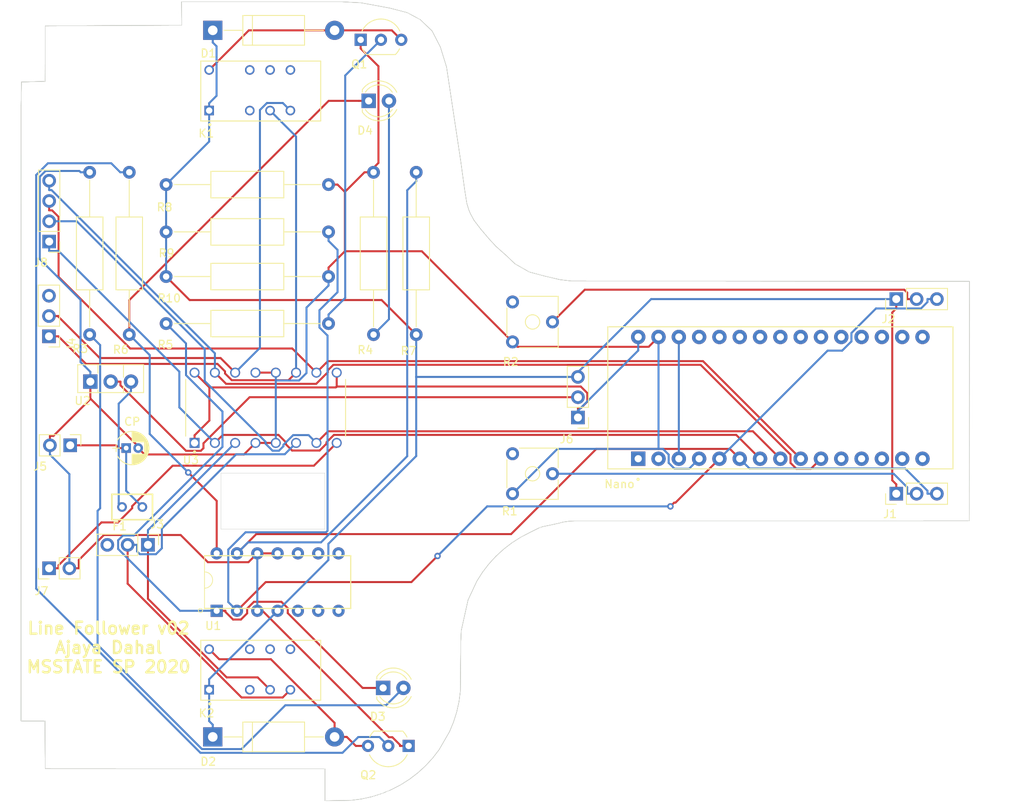
<source format=kicad_pcb>
(kicad_pcb (version 4) (host pcbnew 4.0.6)

  (general
    (links 78)
    (no_connects 0)
    (area 62.75864 53.0762 191.068344 154.755)
    (thickness 1.6)
    (drawings 581)
    (tracks 370)
    (zones 0)
    (modules 36)
    (nets 29)
  )

  (page A4)
  (layers
    (0 F.Cu signal)
    (31 B.Cu signal)
    (32 B.Adhes user)
    (33 F.Adhes user)
    (34 B.Paste user)
    (35 F.Paste user)
    (36 B.SilkS user)
    (37 F.SilkS user)
    (38 B.Mask user)
    (39 F.Mask user)
    (40 Dwgs.User user)
    (41 Cmts.User user)
    (42 Eco1.User user)
    (43 Eco2.User user)
    (44 Edge.Cuts user)
    (45 Margin user)
    (46 B.CrtYd user)
    (47 F.CrtYd user)
    (48 B.Fab user)
    (49 F.Fab user)
  )

  (setup
    (last_trace_width 0.25)
    (trace_clearance 0.2)
    (zone_clearance 0.508)
    (zone_45_only no)
    (trace_min 0.2)
    (segment_width 0.2)
    (edge_width 0.05)
    (via_size 0.8)
    (via_drill 0.4)
    (via_min_size 0.4)
    (via_min_drill 0.3)
    (uvia_size 0.3)
    (uvia_drill 0.1)
    (uvias_allowed no)
    (uvia_min_size 0.2)
    (uvia_min_drill 0.1)
    (pcb_text_width 0.3)
    (pcb_text_size 1.5 1.5)
    (mod_edge_width 0.12)
    (mod_text_size 1 1)
    (mod_text_width 0.15)
    (pad_size 1.524 1.524)
    (pad_drill 0.762)
    (pad_to_mask_clearance 0.051)
    (solder_mask_min_width 0.25)
    (aux_axis_origin 0 0)
    (visible_elements 7FFFFFFF)
    (pcbplotparams
      (layerselection 0x010fc_80000001)
      (usegerberextensions false)
      (excludeedgelayer true)
      (linewidth 0.100000)
      (plotframeref false)
      (viasonmask false)
      (mode 1)
      (useauxorigin false)
      (hpglpennumber 1)
      (hpglpenspeed 20)
      (hpglpendiameter 15)
      (hpglpenoverlay 2)
      (psnegative false)
      (psa4output false)
      (plotreference true)
      (plotvalue true)
      (plotinvisibletext false)
      (padsonsilk false)
      (subtractmaskfromsilk false)
      (outputformat 1)
      (mirror false)
      (drillshape 0)
      (scaleselection 1)
      (outputdirectory "Gerber file/"))
  )

  (net 0 "")
  (net 1 +9V)
  (net 2 GND)
  (net 3 V+)
  (net 4 "Net-(D1-Pad2)")
  (net 5 "Net-(D2-Pad2)")
  (net 6 OutputPIN1)
  (net 7 "Net-(D3-Pad2)")
  (net 8 OutputPIN4)
  (net 9 "Net-(D4-Pad2)")
  (net 10 "Net-(F1-Pad2)")
  (net 11 "Net-(J1-Pad2)")
  (net 12 Input4-)
  (net 13 "Net-(J2-Pad2)")
  (net 14 Input1-)
  (net 15 Motor1a)
  (net 16 Motor1b)
  (net 17 Motor2a)
  (net 18 Motor2b)
  (net 19 5V+ard)
  (net 20 "Net-(J6-Pad2)")
  (net 21 9V+)
  (net 22 arOutputPIN1)
  (net 23 arOutputPIN2)
  (net 24 arOutputPIN3)
  (net 25 arOutputPIN4)
  (net 26 "Net-(Q1-Pad2)")
  (net 27 "Net-(Q2-Pad2)")
  (net 28 "Net-(TB1-Pad28)")

  (net_class Default "This is the default net class."
    (clearance 0.2)
    (trace_width 0.25)
    (via_dia 0.8)
    (via_drill 0.4)
    (uvia_dia 0.3)
    (uvia_drill 0.1)
    (add_net +9V)
    (add_net 5V+ard)
    (add_net 9V+)
    (add_net GND)
    (add_net Input1-)
    (add_net Input4-)
    (add_net Motor1a)
    (add_net Motor1b)
    (add_net Motor2a)
    (add_net Motor2b)
    (add_net "Net-(D1-Pad2)")
    (add_net "Net-(D2-Pad2)")
    (add_net "Net-(D3-Pad2)")
    (add_net "Net-(D4-Pad2)")
    (add_net "Net-(F1-Pad2)")
    (add_net "Net-(J1-Pad2)")
    (add_net "Net-(J2-Pad2)")
    (add_net "Net-(J6-Pad2)")
    (add_net "Net-(Q1-Pad2)")
    (add_net "Net-(Q2-Pad2)")
    (add_net "Net-(TB1-Pad28)")
    (add_net OutputPIN1)
    (add_net OutputPIN4)
    (add_net V+)
    (add_net arOutputPIN1)
    (add_net arOutputPIN2)
    (add_net arOutputPIN3)
    (add_net arOutputPIN4)
  )

  (module MountingHole:MountingHole_2.1mm (layer F.Cu) (tedit 5E627FDF) (tstamp 5E62A809)
    (at 121.222 84.328)
    (descr "Mounting Hole 2.1mm, no annular")
    (tags "mounting hole 2.1mm no annular")
    (attr virtual)
    (fp_text reference hole4 (at 0 -3.2) (layer F.Fab)
      (effects (font (size 1 1) (thickness 0.15)))
    )
    (fp_text value 4 (at 0 3.2) (layer F.Fab)
      (effects (font (size 1 1) (thickness 0.15)))
    )
    (fp_circle (center 0 0) (end 2.35 0) (layer F.CrtYd) (width 0.05))
    (fp_circle (center 0 0) (end 2.1 0) (layer Cmts.User) (width 0.15))
    (fp_text user "" (at -3.81 -2.6035) (layer F.Fab)
      (effects (font (size 1 1) (thickness 0.15)))
    )
    (pad "" np_thru_hole circle (at 0 0) (size 2.1 2.1) (drill 2.1) (layers *.Cu *.Mask))
  )

  (module MountingHole:MountingHole_2.1mm (layer F.Cu) (tedit 5E62762C) (tstamp 5E624695)
    (at 69.1515 117.412)
    (descr "Mounting Hole 2.1mm, no annular")
    (tags "mounting hole 2.1mm no annular")
    (attr virtual)
    (fp_text reference hole2 (at 0 -3.2) (layer F.Fab)
      (effects (font (size 1 1) (thickness 0.15)))
    )
    (fp_text value 2 (at 0.6223 2.4765) (layer F.Fab)
      (effects (font (size 1 1) (thickness 0.15)))
    )
    (fp_circle (center 0 0) (end 2.35 0) (layer F.CrtYd) (width 0.05))
    (fp_circle (center 0 0) (end 2.1 0) (layer Cmts.User) (width 0.15))
    (fp_text user "" (at 2.286 -1.7145) (layer F.Fab)
      (effects (font (size 1 1) (thickness 0.15)))
    )
    (pad "" np_thru_hole circle (at 0 0) (size 2.1 2.1) (drill 2.1) (layers *.Cu *.Mask))
  )

  (module MountingHole:MountingHole_2.1mm (layer F.Cu) (tedit 5E627664) (tstamp 5E6246B1)
    (at 70.4901 69.0728)
    (descr "Mounting Hole 2.1mm, no annular")
    (tags "mounting hole 2.1mm no annular")
    (attr virtual)
    (fp_text reference hole1 (at 0 -3.2) (layer F.Fab)
      (effects (font (size 1 1) (thickness 0.15)))
    )
    (fp_text value 1 (at -1.22428 2.8448) (layer F.Fab)
      (effects (font (size 1 1) (thickness 0.15)))
    )
    (fp_circle (center 0 0) (end 2.35 0) (layer F.CrtYd) (width 0.05))
    (fp_circle (center 0 0) (end 2.1 0) (layer Cmts.User) (width 0.15))
    (fp_text user %R (at 0.3 0) (layer F.Fab)
      (effects (font (size 1 1) (thickness 0.15)))
    )
    (pad "" np_thru_hole circle (at 0 0) (size 2.1 2.1) (drill 2.1) (layers *.Cu *.Mask))
  )

  (module MountingHole:MountingHole_2.1mm (layer F.Cu) (tedit 5E627692) (tstamp 5E6246A3)
    (at 121.222 112.332)
    (descr "Mounting Hole 2.1mm, no annular")
    (tags "mounting hole 2.1mm no annular")
    (attr virtual)
    (fp_text reference hole3 (at 0 -3.2) (layer F.Fab)
      (effects (font (size 1 1) (thickness 0.15)))
    )
    (fp_text value 4 (at 0 3.2) (layer F.Fab)
      (effects (font (size 1 1) (thickness 0.15)))
    )
    (fp_circle (center 0 0) (end 2.35 0) (layer F.CrtYd) (width 0.05))
    (fp_circle (center 0 0) (end 2.1 0) (layer Cmts.User) (width 0.15))
    (fp_text user "" (at -4.7625 -1.2065) (layer F.Fab)
      (effects (font (size 1 1) (thickness 0.15)))
    )
    (pad "" np_thru_hole circle (at 0 0) (size 2.1 2.1) (drill 2.1) (layers *.Cu *.Mask))
  )

  (module Capacitors_THT:CP_Radial_D4.0mm_P1.50mm (layer F.Cu) (tedit 5E628767) (tstamp 5E626169)
    (at 78.6689 109.286)
    (descr "CP, Radial series, Radial, pin pitch=1.50mm, , diameter=4mm, Electrolytic Capacitor")
    (tags "CP Radial series Radial pin pitch 1.50mm  diameter 4mm Electrolytic Capacitor")
    (path /5E3AA8DC)
    (fp_text reference CP (at 0.75 -3.31) (layer F.SilkS)
      (effects (font (size 1 1) (thickness 0.15)))
    )
    (fp_text value 0.1uf1 (at -0.75184 3.48996) (layer F.Fab)
      (effects (font (size 1 1) (thickness 0.15)))
    )
    (fp_arc (start 0.75 0) (end -1.095996 -0.98) (angle 124.1) (layer F.SilkS) (width 0.12))
    (fp_arc (start 0.75 0) (end -1.095996 0.98) (angle -124.1) (layer F.SilkS) (width 0.12))
    (fp_arc (start 0.75 0) (end 2.595996 -0.98) (angle 55.9) (layer F.SilkS) (width 0.12))
    (fp_circle (center 0.75 0) (end 2.75 0) (layer F.Fab) (width 0.1))
    (fp_line (start -1.7 0) (end -0.8 0) (layer F.Fab) (width 0.1))
    (fp_line (start -1.25 -0.45) (end -1.25 0.45) (layer F.Fab) (width 0.1))
    (fp_line (start 0.75 0.78) (end 0.75 2.05) (layer F.SilkS) (width 0.12))
    (fp_line (start 0.75 -2.05) (end 0.75 -0.78) (layer F.SilkS) (width 0.12))
    (fp_line (start 0.79 -2.05) (end 0.79 -0.78) (layer F.SilkS) (width 0.12))
    (fp_line (start 0.79 0.78) (end 0.79 2.05) (layer F.SilkS) (width 0.12))
    (fp_line (start 0.83 -2.049) (end 0.83 -0.78) (layer F.SilkS) (width 0.12))
    (fp_line (start 0.83 0.78) (end 0.83 2.049) (layer F.SilkS) (width 0.12))
    (fp_line (start 0.87 -2.047) (end 0.87 -0.78) (layer F.SilkS) (width 0.12))
    (fp_line (start 0.87 0.78) (end 0.87 2.047) (layer F.SilkS) (width 0.12))
    (fp_line (start 0.91 -2.044) (end 0.91 -0.78) (layer F.SilkS) (width 0.12))
    (fp_line (start 0.91 0.78) (end 0.91 2.044) (layer F.SilkS) (width 0.12))
    (fp_line (start 0.95 -2.041) (end 0.95 -0.78) (layer F.SilkS) (width 0.12))
    (fp_line (start 0.95 0.78) (end 0.95 2.041) (layer F.SilkS) (width 0.12))
    (fp_line (start 0.99 -2.037) (end 0.99 -0.78) (layer F.SilkS) (width 0.12))
    (fp_line (start 0.99 0.78) (end 0.99 2.037) (layer F.SilkS) (width 0.12))
    (fp_line (start 1.03 -2.032) (end 1.03 -0.78) (layer F.SilkS) (width 0.12))
    (fp_line (start 1.03 0.78) (end 1.03 2.032) (layer F.SilkS) (width 0.12))
    (fp_line (start 1.07 -2.026) (end 1.07 -0.78) (layer F.SilkS) (width 0.12))
    (fp_line (start 1.07 0.78) (end 1.07 2.026) (layer F.SilkS) (width 0.12))
    (fp_line (start 1.11 -2.019) (end 1.11 -0.78) (layer F.SilkS) (width 0.12))
    (fp_line (start 1.11 0.78) (end 1.11 2.019) (layer F.SilkS) (width 0.12))
    (fp_line (start 1.15 -2.012) (end 1.15 -0.78) (layer F.SilkS) (width 0.12))
    (fp_line (start 1.15 0.78) (end 1.15 2.012) (layer F.SilkS) (width 0.12))
    (fp_line (start 1.19 -2.004) (end 1.19 -0.78) (layer F.SilkS) (width 0.12))
    (fp_line (start 1.19 0.78) (end 1.19 2.004) (layer F.SilkS) (width 0.12))
    (fp_line (start 1.23 -1.995) (end 1.23 -0.78) (layer F.SilkS) (width 0.12))
    (fp_line (start 1.23 0.78) (end 1.23 1.995) (layer F.SilkS) (width 0.12))
    (fp_line (start 1.27 -1.985) (end 1.27 -0.78) (layer F.SilkS) (width 0.12))
    (fp_line (start 1.27 0.78) (end 1.27 1.985) (layer F.SilkS) (width 0.12))
    (fp_line (start 1.31 -1.974) (end 1.31 -0.78) (layer F.SilkS) (width 0.12))
    (fp_line (start 1.31 0.78) (end 1.31 1.974) (layer F.SilkS) (width 0.12))
    (fp_line (start 1.35 -1.963) (end 1.35 -0.78) (layer F.SilkS) (width 0.12))
    (fp_line (start 1.35 0.78) (end 1.35 1.963) (layer F.SilkS) (width 0.12))
    (fp_line (start 1.39 -1.95) (end 1.39 -0.78) (layer F.SilkS) (width 0.12))
    (fp_line (start 1.39 0.78) (end 1.39 1.95) (layer F.SilkS) (width 0.12))
    (fp_line (start 1.43 -1.937) (end 1.43 -0.78) (layer F.SilkS) (width 0.12))
    (fp_line (start 1.43 0.78) (end 1.43 1.937) (layer F.SilkS) (width 0.12))
    (fp_line (start 1.471 -1.923) (end 1.471 -0.78) (layer F.SilkS) (width 0.12))
    (fp_line (start 1.471 0.78) (end 1.471 1.923) (layer F.SilkS) (width 0.12))
    (fp_line (start 1.511 -1.907) (end 1.511 -0.78) (layer F.SilkS) (width 0.12))
    (fp_line (start 1.511 0.78) (end 1.511 1.907) (layer F.SilkS) (width 0.12))
    (fp_line (start 1.551 -1.891) (end 1.551 -0.78) (layer F.SilkS) (width 0.12))
    (fp_line (start 1.551 0.78) (end 1.551 1.891) (layer F.SilkS) (width 0.12))
    (fp_line (start 1.591 -1.874) (end 1.591 -0.78) (layer F.SilkS) (width 0.12))
    (fp_line (start 1.591 0.78) (end 1.591 1.874) (layer F.SilkS) (width 0.12))
    (fp_line (start 1.631 -1.856) (end 1.631 -0.78) (layer F.SilkS) (width 0.12))
    (fp_line (start 1.631 0.78) (end 1.631 1.856) (layer F.SilkS) (width 0.12))
    (fp_line (start 1.671 -1.837) (end 1.671 -0.78) (layer F.SilkS) (width 0.12))
    (fp_line (start 1.671 0.78) (end 1.671 1.837) (layer F.SilkS) (width 0.12))
    (fp_line (start 1.711 -1.817) (end 1.711 -0.78) (layer F.SilkS) (width 0.12))
    (fp_line (start 1.711 0.78) (end 1.711 1.817) (layer F.SilkS) (width 0.12))
    (fp_line (start 1.751 -1.796) (end 1.751 -0.78) (layer F.SilkS) (width 0.12))
    (fp_line (start 1.751 0.78) (end 1.751 1.796) (layer F.SilkS) (width 0.12))
    (fp_line (start 1.791 -1.773) (end 1.791 -0.78) (layer F.SilkS) (width 0.12))
    (fp_line (start 1.791 0.78) (end 1.791 1.773) (layer F.SilkS) (width 0.12))
    (fp_line (start 1.831 -1.75) (end 1.831 -0.78) (layer F.SilkS) (width 0.12))
    (fp_line (start 1.831 0.78) (end 1.831 1.75) (layer F.SilkS) (width 0.12))
    (fp_line (start 1.871 -1.725) (end 1.871 -0.78) (layer F.SilkS) (width 0.12))
    (fp_line (start 1.871 0.78) (end 1.871 1.725) (layer F.SilkS) (width 0.12))
    (fp_line (start 1.911 -1.699) (end 1.911 -0.78) (layer F.SilkS) (width 0.12))
    (fp_line (start 1.911 0.78) (end 1.911 1.699) (layer F.SilkS) (width 0.12))
    (fp_line (start 1.951 -1.672) (end 1.951 -0.78) (layer F.SilkS) (width 0.12))
    (fp_line (start 1.951 0.78) (end 1.951 1.672) (layer F.SilkS) (width 0.12))
    (fp_line (start 1.991 -1.643) (end 1.991 -0.78) (layer F.SilkS) (width 0.12))
    (fp_line (start 1.991 0.78) (end 1.991 1.643) (layer F.SilkS) (width 0.12))
    (fp_line (start 2.031 -1.613) (end 2.031 -0.78) (layer F.SilkS) (width 0.12))
    (fp_line (start 2.031 0.78) (end 2.031 1.613) (layer F.SilkS) (width 0.12))
    (fp_line (start 2.071 -1.581) (end 2.071 -0.78) (layer F.SilkS) (width 0.12))
    (fp_line (start 2.071 0.78) (end 2.071 1.581) (layer F.SilkS) (width 0.12))
    (fp_line (start 2.111 -1.547) (end 2.111 -0.78) (layer F.SilkS) (width 0.12))
    (fp_line (start 2.111 0.78) (end 2.111 1.547) (layer F.SilkS) (width 0.12))
    (fp_line (start 2.151 -1.512) (end 2.151 -0.78) (layer F.SilkS) (width 0.12))
    (fp_line (start 2.151 0.78) (end 2.151 1.512) (layer F.SilkS) (width 0.12))
    (fp_line (start 2.191 -1.475) (end 2.191 -0.78) (layer F.SilkS) (width 0.12))
    (fp_line (start 2.191 0.78) (end 2.191 1.475) (layer F.SilkS) (width 0.12))
    (fp_line (start 2.231 -1.436) (end 2.231 -0.78) (layer F.SilkS) (width 0.12))
    (fp_line (start 2.231 0.78) (end 2.231 1.436) (layer F.SilkS) (width 0.12))
    (fp_line (start 2.271 -1.395) (end 2.271 -0.78) (layer F.SilkS) (width 0.12))
    (fp_line (start 2.271 0.78) (end 2.271 1.395) (layer F.SilkS) (width 0.12))
    (fp_line (start 2.311 -1.351) (end 2.311 1.351) (layer F.SilkS) (width 0.12))
    (fp_line (start 2.351 -1.305) (end 2.351 1.305) (layer F.SilkS) (width 0.12))
    (fp_line (start 2.391 -1.256) (end 2.391 1.256) (layer F.SilkS) (width 0.12))
    (fp_line (start 2.431 -1.204) (end 2.431 1.204) (layer F.SilkS) (width 0.12))
    (fp_line (start 2.471 -1.148) (end 2.471 1.148) (layer F.SilkS) (width 0.12))
    (fp_line (start 2.511 -1.088) (end 2.511 1.088) (layer F.SilkS) (width 0.12))
    (fp_line (start 2.551 -1.023) (end 2.551 1.023) (layer F.SilkS) (width 0.12))
    (fp_line (start 2.591 -0.952) (end 2.591 0.952) (layer F.SilkS) (width 0.12))
    (fp_line (start 2.631 -0.874) (end 2.631 0.874) (layer F.SilkS) (width 0.12))
    (fp_line (start 2.671 -0.786) (end 2.671 0.786) (layer F.SilkS) (width 0.12))
    (fp_line (start 2.711 -0.686) (end 2.711 0.686) (layer F.SilkS) (width 0.12))
    (fp_line (start 2.751 -0.567) (end 2.751 0.567) (layer F.SilkS) (width 0.12))
    (fp_line (start 2.791 -0.415) (end 2.791 0.415) (layer F.SilkS) (width 0.12))
    (fp_line (start 2.831 -0.165) (end 2.831 0.165) (layer F.SilkS) (width 0.12))
    (fp_line (start -1.7 0) (end -0.8 0) (layer F.SilkS) (width 0.12))
    (fp_line (start -1.25 -0.45) (end -1.25 0.45) (layer F.SilkS) (width 0.12))
    (fp_line (start -1.6 -2.35) (end -1.6 2.35) (layer F.CrtYd) (width 0.05))
    (fp_line (start -1.6 2.35) (end 3.1 2.35) (layer F.CrtYd) (width 0.05))
    (fp_line (start 3.1 2.35) (end 3.1 -2.35) (layer F.CrtYd) (width 0.05))
    (fp_line (start 3.1 -2.35) (end -1.6 -2.35) (layer F.CrtYd) (width 0.05))
    (fp_text user "" (at 0.75 0) (layer F.Fab)
      (effects (font (size 1 1) (thickness 0.15)))
    )
    (pad 1 thru_hole rect (at 0 0) (size 1.2 1.2) (drill 0.6) (layers *.Cu *.Mask)
      (net 1 +9V))
    (pad 2 thru_hole circle (at 1.5 0) (size 1.2 1.2) (drill 0.6) (layers *.Cu *.Mask)
      (net 2 GND))
    (model ${KISYS3DMOD}/Capacitors_THT.3dshapes/CP_Radial_D4.0mm_P1.50mm.wrl
      (at (xyz 0 0 0))
      (scale (xyz 1 1 1))
      (rotate (xyz 0 0 0))
    )
  )

  (module Diode_THT:D_DO-15_P15.24mm_Horizontal (layer F.Cu) (tedit 5E627591) (tstamp 5E626182)
    (at 89.5 57)
    (descr "D, DO-15 series, Axial, Horizontal, pin pitch=15.24mm, , length*diameter=7.6*3.6mm^2, , http://www.diodes.com/_files/packages/DO-15.pdf")
    (tags "D DO-15 series Axial Horizontal pin pitch 15.24mm  length 7.6mm diameter 3.6mm")
    (path /5E399BD6)
    (fp_text reference D1 (at -0.55504 2.88304) (layer F.SilkS)
      (effects (font (size 1 1) (thickness 0.15)))
    )
    (fp_text value 1N4001 (at 8.0454 -2.9488) (layer F.Fab)
      (effects (font (size 1 1) (thickness 0.15)))
    )
    (fp_text user %R (at 7.62 0) (layer F.Fab)
      (effects (font (size 1 1) (thickness 0.15)))
    )
    (fp_line (start 3.82 -1.8) (end 3.82 1.8) (layer F.Fab) (width 0.1))
    (fp_line (start 3.82 1.8) (end 11.42 1.8) (layer F.Fab) (width 0.1))
    (fp_line (start 11.42 1.8) (end 11.42 -1.8) (layer F.Fab) (width 0.1))
    (fp_line (start 11.42 -1.8) (end 3.82 -1.8) (layer F.Fab) (width 0.1))
    (fp_line (start 0 0) (end 3.82 0) (layer F.Fab) (width 0.1))
    (fp_line (start 15.24 0) (end 11.42 0) (layer F.Fab) (width 0.1))
    (fp_line (start 4.96 -1.8) (end 4.96 1.8) (layer F.Fab) (width 0.1))
    (fp_line (start 3.76 -1.86) (end 3.76 1.86) (layer F.SilkS) (width 0.12))
    (fp_line (start 3.76 1.86) (end 11.48 1.86) (layer F.SilkS) (width 0.12))
    (fp_line (start 11.48 1.86) (end 11.48 -1.86) (layer F.SilkS) (width 0.12))
    (fp_line (start 11.48 -1.86) (end 3.76 -1.86) (layer F.SilkS) (width 0.12))
    (fp_line (start 1.38 0) (end 3.76 0) (layer F.SilkS) (width 0.12))
    (fp_line (start 13.86 0) (end 11.48 0) (layer F.SilkS) (width 0.12))
    (fp_line (start 4.96 -1.86) (end 4.96 1.86) (layer F.SilkS) (width 0.12))
    (fp_line (start -1.45 -2.15) (end -1.45 2.15) (layer F.CrtYd) (width 0.05))
    (fp_line (start -1.45 2.15) (end 16.7 2.15) (layer F.CrtYd) (width 0.05))
    (fp_line (start 16.7 2.15) (end 16.7 -2.15) (layer F.CrtYd) (width 0.05))
    (fp_line (start 16.7 -2.15) (end -1.45 -2.15) (layer F.CrtYd) (width 0.05))
    (pad 1 thru_hole rect (at 0 0) (size 2.4 2.4) (drill 1.2) (layers *.Cu *.Mask)
      (net 3 V+))
    (pad 2 thru_hole oval (at 15.24 0) (size 2.4 2.4) (drill 1.2) (layers *.Cu *.Mask)
      (net 4 "Net-(D1-Pad2)"))
    (model ${KISYS3DMOD}/Diodes_THT.3dshapes/D_DO-15_P15.24mm_Horizontal.wrl
      (at (xyz 0 0 0))
      (scale (xyz 0.393701 0.393701 0.393701))
      (rotate (xyz 0 0 0))
    )
  )

  (module Diode_THT:D_DO-15_P15.24mm_Horizontal (layer F.Cu) (tedit 5E6267FF) (tstamp 5E62619B)
    (at 89.5 145.44)
    (descr "D, DO-15 series, Axial, Horizontal, pin pitch=15.24mm, , length*diameter=7.6*3.6mm^2, , http://www.diodes.com/_files/packages/DO-15.pdf")
    (tags "D DO-15 series Axial Horizontal pin pitch 15.24mm  length 7.6mm diameter 3.6mm")
    (path /5E39F0E9)
    (fp_text reference D2 (at -0.5652 3.08864) (layer F.SilkS)
      (effects (font (size 1 1) (thickness 0.15)))
    )
    (fp_text value 1N4001 (at 7.62 2.86) (layer F.Fab)
      (effects (font (size 1 1) (thickness 0.15)))
    )
    (fp_text user %R (at 7.62 0) (layer F.Fab)
      (effects (font (size 1 1) (thickness 0.15)))
    )
    (fp_line (start 3.82 -1.8) (end 3.82 1.8) (layer F.Fab) (width 0.1))
    (fp_line (start 3.82 1.8) (end 11.42 1.8) (layer F.Fab) (width 0.1))
    (fp_line (start 11.42 1.8) (end 11.42 -1.8) (layer F.Fab) (width 0.1))
    (fp_line (start 11.42 -1.8) (end 3.82 -1.8) (layer F.Fab) (width 0.1))
    (fp_line (start 0 0) (end 3.82 0) (layer F.Fab) (width 0.1))
    (fp_line (start 15.24 0) (end 11.42 0) (layer F.Fab) (width 0.1))
    (fp_line (start 4.96 -1.8) (end 4.96 1.8) (layer F.Fab) (width 0.1))
    (fp_line (start 3.76 -1.86) (end 3.76 1.86) (layer F.SilkS) (width 0.12))
    (fp_line (start 3.76 1.86) (end 11.48 1.86) (layer F.SilkS) (width 0.12))
    (fp_line (start 11.48 1.86) (end 11.48 -1.86) (layer F.SilkS) (width 0.12))
    (fp_line (start 11.48 -1.86) (end 3.76 -1.86) (layer F.SilkS) (width 0.12))
    (fp_line (start 1.38 0) (end 3.76 0) (layer F.SilkS) (width 0.12))
    (fp_line (start 13.86 0) (end 11.48 0) (layer F.SilkS) (width 0.12))
    (fp_line (start 4.96 -1.86) (end 4.96 1.86) (layer F.SilkS) (width 0.12))
    (fp_line (start -1.45 -2.15) (end -1.45 2.15) (layer F.CrtYd) (width 0.05))
    (fp_line (start -1.45 2.15) (end 16.7 2.15) (layer F.CrtYd) (width 0.05))
    (fp_line (start 16.7 2.15) (end 16.7 -2.15) (layer F.CrtYd) (width 0.05))
    (fp_line (start 16.7 -2.15) (end -1.45 -2.15) (layer F.CrtYd) (width 0.05))
    (pad 1 thru_hole rect (at 0 0) (size 2.4 2.4) (drill 1.2) (layers *.Cu *.Mask)
      (net 3 V+))
    (pad 2 thru_hole oval (at 15.24 0) (size 2.4 2.4) (drill 1.2) (layers *.Cu *.Mask)
      (net 5 "Net-(D2-Pad2)"))
    (model ${KISYS3DMOD}/Diodes_THT.3dshapes/D_DO-15_P15.24mm_Horizontal.wrl
      (at (xyz 0 0 0))
      (scale (xyz 0.393701 0.393701 0.393701))
      (rotate (xyz 0 0 0))
    )
  )

  (module LEDs:LED_D4.0mm (layer F.Cu) (tedit 5E6265FE) (tstamp 5E6261AE)
    (at 110.81 139.309)
    (descr "LED, diameter 4.0mm, 2 pins, http://www.kingbright.com/attachments/file/psearch/000/00/00/L-43GD(Ver.12B).pdf")
    (tags "LED diameter 4.0mm 2 pins")
    (path /5E39938D)
    (fp_text reference D3 (at -0.67056 3.59156) (layer F.SilkS)
      (effects (font (size 1 1) (thickness 0.15)))
    )
    (fp_text value LED (at 2.62128 3.5306) (layer F.Fab)
      (effects (font (size 1 1) (thickness 0.15)))
    )
    (fp_arc (start 1.27 0) (end -0.73 -1.32665) (angle 292.9) (layer F.Fab) (width 0.1))
    (fp_arc (start 1.27 0) (end -0.79 -1.398749) (angle 120.1) (layer F.SilkS) (width 0.12))
    (fp_arc (start 1.27 0) (end -0.79 1.398749) (angle -120.1) (layer F.SilkS) (width 0.12))
    (fp_arc (start 1.27 0) (end -0.41333 -1.08) (angle 114.6) (layer F.SilkS) (width 0.12))
    (fp_arc (start 1.27 0) (end -0.41333 1.08) (angle -114.6) (layer F.SilkS) (width 0.12))
    (fp_circle (center 1.27 0) (end 3.27 0) (layer F.Fab) (width 0.1))
    (fp_line (start -0.73 -1.32665) (end -0.73 1.32665) (layer F.Fab) (width 0.1))
    (fp_line (start -0.79 -1.399) (end -0.79 -1.08) (layer F.SilkS) (width 0.12))
    (fp_line (start -0.79 1.08) (end -0.79 1.399) (layer F.SilkS) (width 0.12))
    (fp_line (start -1.45 -2.75) (end -1.45 2.75) (layer F.CrtYd) (width 0.05))
    (fp_line (start -1.45 2.75) (end 4 2.75) (layer F.CrtYd) (width 0.05))
    (fp_line (start 4 2.75) (end 4 -2.75) (layer F.CrtYd) (width 0.05))
    (fp_line (start 4 -2.75) (end -1.45 -2.75) (layer F.CrtYd) (width 0.05))
    (pad 1 thru_hole rect (at 0 0) (size 1.8 1.8) (drill 0.9) (layers *.Cu *.Mask)
      (net 6 OutputPIN1))
    (pad 2 thru_hole circle (at 2.54 0) (size 1.8 1.8) (drill 0.9) (layers *.Cu *.Mask)
      (net 7 "Net-(D3-Pad2)"))
    (model ${KISYS3DMOD}/LEDs.3dshapes/LED_D4.0mm.wrl
      (at (xyz 0 0 0))
      (scale (xyz 0.393701 0.393701 0.393701))
      (rotate (xyz 0 0 0))
    )
  )

  (module LEDs:LED_D4.0mm (layer F.Cu) (tedit 5E62677D) (tstamp 5E6261C1)
    (at 109 65.8266)
    (descr "LED, diameter 4.0mm, 2 pins, http://www.kingbright.com/attachments/file/psearch/000/00/00/L-43GD(Ver.12B).pdf")
    (tags "LED diameter 4.0mm 2 pins")
    (path /5E39F0DD)
    (fp_text reference D4 (at -0.45056 3.7084) (layer F.SilkS)
      (effects (font (size 1 1) (thickness 0.15)))
    )
    (fp_text value LED (at 1.91672 3.6322) (layer F.Fab)
      (effects (font (size 1 1) (thickness 0.15)))
    )
    (fp_arc (start 1.27 0) (end -0.73 -1.32665) (angle 292.9) (layer F.Fab) (width 0.1))
    (fp_arc (start 1.27 0) (end -0.79 -1.398749) (angle 120.1) (layer F.SilkS) (width 0.12))
    (fp_arc (start 1.27 0) (end -0.79 1.398749) (angle -120.1) (layer F.SilkS) (width 0.12))
    (fp_arc (start 1.27 0) (end -0.41333 -1.08) (angle 114.6) (layer F.SilkS) (width 0.12))
    (fp_arc (start 1.27 0) (end -0.41333 1.08) (angle -114.6) (layer F.SilkS) (width 0.12))
    (fp_circle (center 1.27 0) (end 3.27 0) (layer F.Fab) (width 0.1))
    (fp_line (start -0.73 -1.32665) (end -0.73 1.32665) (layer F.Fab) (width 0.1))
    (fp_line (start -0.79 -1.399) (end -0.79 -1.08) (layer F.SilkS) (width 0.12))
    (fp_line (start -0.79 1.08) (end -0.79 1.399) (layer F.SilkS) (width 0.12))
    (fp_line (start -1.45 -2.75) (end -1.45 2.75) (layer F.CrtYd) (width 0.05))
    (fp_line (start -1.45 2.75) (end 4 2.75) (layer F.CrtYd) (width 0.05))
    (fp_line (start 4 2.75) (end 4 -2.75) (layer F.CrtYd) (width 0.05))
    (fp_line (start 4 -2.75) (end -1.45 -2.75) (layer F.CrtYd) (width 0.05))
    (pad 1 thru_hole rect (at 0 0) (size 1.8 1.8) (drill 0.9) (layers *.Cu *.Mask)
      (net 8 OutputPIN4))
    (pad 2 thru_hole circle (at 2.54 0) (size 1.8 1.8) (drill 0.9) (layers *.Cu *.Mask)
      (net 9 "Net-(D4-Pad2)"))
    (model ${KISYS3DMOD}/LEDs.3dshapes/LED_D4.0mm.wrl
      (at (xyz 0 0 0))
      (scale (xyz 0.393701 0.393701 0.393701))
      (rotate (xyz 0 0 0))
    )
  )

  (module lm324m_Line:C320C (layer F.Cu) (tedit 5E6277B8) (tstamp 5E6261CF)
    (at 72.4205 123.662 180)
    (descr <b>C320C</b><br>)
    (path /5E3AE98B)
    (fp_text reference F1 (at -5.42544 4.58724 180) (layer F.SilkS)
      (effects (font (size 1 1) (thickness 0.15)))
    )
    (fp_text value FUSE (at -8.71728 4.58216 180) (layer F.Fab)
      (effects (font (size 1 1) (thickness 0.015)))
    )
    (fp_line (start -9.54 5.41) (end -4.46 5.41) (layer F.SilkS) (width 0.2))
    (fp_line (start -4.46 5.41) (end -4.46 8.59) (layer F.SilkS) (width 0.2))
    (fp_line (start -4.46 8.59) (end -9.54 8.59) (layer F.SilkS) (width 0.2))
    (fp_line (start -9.54 8.59) (end -9.54 5.41) (layer F.SilkS) (width 0.2))
    (fp_line (start -9.54 5.41) (end -4.46 5.41) (layer F.Fab) (width 0.2))
    (fp_line (start -4.46 5.41) (end -4.46 8.59) (layer F.Fab) (width 0.2))
    (fp_line (start -4.46 8.59) (end -9.54 8.59) (layer F.Fab) (width 0.2))
    (fp_line (start -9.54 8.59) (end -9.54 5.41) (layer F.Fab) (width 0.2))
    (pad 1 thru_hole circle (at -8.27 7 180) (size 1.21 1.21) (drill 0.71) (layers *.Cu *.Mask)
      (net 1 +9V))
    (pad 2 thru_hole circle (at -5.73 7 180) (size 1.21 1.21) (drill 0.71) (layers *.Cu *.Mask)
      (net 10 "Net-(F1-Pad2)"))
  )

  (module "Connector_PinHeader_2.54mm new:PinHeader_1x03_P2.54mm_Vertical" (layer F.Cu) (tedit 5E627702) (tstamp 5E6261E6)
    (at 175 115 90)
    (descr "Through hole straight pin header, 1x03, 2.54mm pitch, single row")
    (tags "Through hole pin header THT 1x03 2.54mm single row")
    (path /5E3B2CFD)
    (fp_text reference J1 (at -2.54104 -0.77632 180) (layer F.SilkS)
      (effects (font (size 1 1) (thickness 0.15)))
    )
    (fp_text value "CONN_01X03_MALE (DATA) PIN 3" (at -5.1928 0.4886 180) (layer F.Fab)
      (effects (font (size 1 1) (thickness 0.15)))
    )
    (fp_line (start -0.635 -1.27) (end 1.27 -1.27) (layer F.Fab) (width 0.1))
    (fp_line (start 1.27 -1.27) (end 1.27 6.35) (layer F.Fab) (width 0.1))
    (fp_line (start 1.27 6.35) (end -1.27 6.35) (layer F.Fab) (width 0.1))
    (fp_line (start -1.27 6.35) (end -1.27 -0.635) (layer F.Fab) (width 0.1))
    (fp_line (start -1.27 -0.635) (end -0.635 -1.27) (layer F.Fab) (width 0.1))
    (fp_line (start -1.33 6.41) (end 1.33 6.41) (layer F.SilkS) (width 0.12))
    (fp_line (start -1.33 1.27) (end -1.33 6.41) (layer F.SilkS) (width 0.12))
    (fp_line (start 1.33 1.27) (end 1.33 6.41) (layer F.SilkS) (width 0.12))
    (fp_line (start -1.33 1.27) (end 1.33 1.27) (layer F.SilkS) (width 0.12))
    (fp_line (start -1.33 0) (end -1.33 -1.33) (layer F.SilkS) (width 0.12))
    (fp_line (start -1.33 -1.33) (end 0 -1.33) (layer F.SilkS) (width 0.12))
    (fp_line (start -1.8 -1.8) (end -1.8 6.85) (layer F.CrtYd) (width 0.05))
    (fp_line (start -1.8 6.85) (end 1.8 6.85) (layer F.CrtYd) (width 0.05))
    (fp_line (start 1.8 6.85) (end 1.8 -1.8) (layer F.CrtYd) (width 0.05))
    (fp_line (start 1.8 -1.8) (end -1.8 -1.8) (layer F.CrtYd) (width 0.05))
    (fp_text user %R (at -2.43944 6.0512 180) (layer F.Fab)
      (effects (font (size 1 1) (thickness 0.15)))
    )
    (pad 1 thru_hole rect (at 0 0 90) (size 1.7 1.7) (drill 1) (layers *.Cu *.Mask)
      (net 3 V+))
    (pad 2 thru_hole oval (at 0 2.54 90) (size 1.7 1.7) (drill 1) (layers *.Cu *.Mask)
      (net 11 "Net-(J1-Pad2)"))
    (pad 3 thru_hole oval (at 0 5.08 90) (size 1.7 1.7) (drill 1) (layers *.Cu *.Mask)
      (net 12 Input4-))
    (model ${KISYS3DMOD}/Connector_PinHeader_2.54mm.3dshapes/PinHeader_1x03_P2.54mm_Vertical.wrl
      (at (xyz 0 0 0))
      (scale (xyz 1 1 1))
      (rotate (xyz 0 0 0))
    )
  )

  (module "Connector_PinHeader_2.54mm new:PinHeader_1x03_P2.54mm_Vertical" (layer F.Cu) (tedit 5E627705) (tstamp 5E6261FD)
    (at 175 90.6374 90)
    (descr "Through hole straight pin header, 1x03, 2.54mm pitch, single row")
    (tags "Through hole pin header THT 1x03 2.54mm single row")
    (path /5E3A002A)
    (fp_text reference J2 (at -2.49428 -0.97444 180) (layer F.SilkS)
      (effects (font (size 1 1) (thickness 0.15)))
    )
    (fp_text value "CONN_01X03_MALE (DATA) PIN 3" (at 4.10464 3.5112 180) (layer F.Fab)
      (effects (font (size 1 1) (thickness 0.15)))
    )
    (fp_line (start -0.635 -1.27) (end 1.27 -1.27) (layer F.Fab) (width 0.1))
    (fp_line (start 1.27 -1.27) (end 1.27 6.35) (layer F.Fab) (width 0.1))
    (fp_line (start 1.27 6.35) (end -1.27 6.35) (layer F.Fab) (width 0.1))
    (fp_line (start -1.27 6.35) (end -1.27 -0.635) (layer F.Fab) (width 0.1))
    (fp_line (start -1.27 -0.635) (end -0.635 -1.27) (layer F.Fab) (width 0.1))
    (fp_line (start -1.33 6.41) (end 1.33 6.41) (layer F.SilkS) (width 0.12))
    (fp_line (start -1.33 1.27) (end -1.33 6.41) (layer F.SilkS) (width 0.12))
    (fp_line (start 1.33 1.27) (end 1.33 6.41) (layer F.SilkS) (width 0.12))
    (fp_line (start -1.33 1.27) (end 1.33 1.27) (layer F.SilkS) (width 0.12))
    (fp_line (start -1.33 0) (end -1.33 -1.33) (layer F.SilkS) (width 0.12))
    (fp_line (start -1.33 -1.33) (end 0 -1.33) (layer F.SilkS) (width 0.12))
    (fp_line (start -1.8 -1.8) (end -1.8 6.85) (layer F.CrtYd) (width 0.05))
    (fp_line (start -1.8 6.85) (end 1.8 6.85) (layer F.CrtYd) (width 0.05))
    (fp_line (start 1.8 6.85) (end 1.8 -1.8) (layer F.CrtYd) (width 0.05))
    (fp_line (start 1.8 -1.8) (end -1.8 -1.8) (layer F.CrtYd) (width 0.05))
    (fp_text user %R (at -2.40284 5.82768 180) (layer F.Fab)
      (effects (font (size 1 1) (thickness 0.15)))
    )
    (pad 1 thru_hole rect (at 0 0 90) (size 1.7 1.7) (drill 1) (layers *.Cu *.Mask)
      (net 3 V+))
    (pad 2 thru_hole oval (at 0 2.54 90) (size 1.7 1.7) (drill 1) (layers *.Cu *.Mask)
      (net 13 "Net-(J2-Pad2)"))
    (pad 3 thru_hole oval (at 0 5.08 90) (size 1.7 1.7) (drill 1) (layers *.Cu *.Mask)
      (net 14 Input1-))
    (model ${KISYS3DMOD}/Connector_PinHeader_2.54mm.3dshapes/PinHeader_1x03_P2.54mm_Vertical.wrl
      (at (xyz 0 0 0))
      (scale (xyz 1 1 1))
      (rotate (xyz 0 0 0))
    )
  )

  (module "Connector_PinHeader_2.54mm new:PinHeader_1x03_P2.54mm_Vertical" (layer F.Cu) (tedit 5E6276C9) (tstamp 5E626214)
    (at 81.3918 121.402 270)
    (descr "Through hole straight pin header, 1x03, 2.54mm pitch, single row")
    (tags "Through hole pin header THT 1x03 2.54mm single row")
    (path /5E39C3AA)
    (fp_text reference J3 (at -2.57476 -1.14924 360) (layer F.SilkS)
      (effects (font (size 1 1) (thickness 0.15)))
    )
    (fp_text value CONN_01X03_MALE (at -6.46604 2.76744 360) (layer F.Fab)
      (effects (font (size 1 1) (thickness 0.15)))
    )
    (fp_line (start -0.635 -1.27) (end 1.27 -1.27) (layer F.Fab) (width 0.1))
    (fp_line (start 1.27 -1.27) (end 1.27 6.35) (layer F.Fab) (width 0.1))
    (fp_line (start 1.27 6.35) (end -1.27 6.35) (layer F.Fab) (width 0.1))
    (fp_line (start -1.27 6.35) (end -1.27 -0.635) (layer F.Fab) (width 0.1))
    (fp_line (start -1.27 -0.635) (end -0.635 -1.27) (layer F.Fab) (width 0.1))
    (fp_line (start -1.33 6.41) (end 1.33 6.41) (layer F.SilkS) (width 0.12))
    (fp_line (start -1.33 1.27) (end -1.33 6.41) (layer F.SilkS) (width 0.12))
    (fp_line (start 1.33 1.27) (end 1.33 6.41) (layer F.SilkS) (width 0.12))
    (fp_line (start -1.33 1.27) (end 1.33 1.27) (layer F.SilkS) (width 0.12))
    (fp_line (start -1.33 0) (end -1.33 -1.33) (layer F.SilkS) (width 0.12))
    (fp_line (start -1.33 -1.33) (end 0 -1.33) (layer F.SilkS) (width 0.12))
    (fp_line (start -1.8 -1.8) (end -1.8 6.85) (layer F.CrtYd) (width 0.05))
    (fp_line (start -1.8 6.85) (end 1.8 6.85) (layer F.CrtYd) (width 0.05))
    (fp_line (start 1.8 6.85) (end 1.8 -1.8) (layer F.CrtYd) (width 0.05))
    (fp_line (start 1.8 -1.8) (end -1.8 -1.8) (layer F.CrtYd) (width 0.05))
    (fp_text user %R (at -2.41728 5.9526 360) (layer F.Fab)
      (effects (font (size 1 1) (thickness 0.15)))
    )
    (pad 1 thru_hole rect (at 0 0 270) (size 1.7 1.7) (drill 1) (layers *.Cu *.Mask)
      (net 15 Motor1a))
    (pad 2 thru_hole oval (at 0 2.54 270) (size 1.7 1.7) (drill 1) (layers *.Cu *.Mask)
      (net 16 Motor1b))
    (pad 3 thru_hole oval (at 0 5.08 270) (size 1.7 1.7) (drill 1) (layers *.Cu *.Mask))
    (model ${KISYS3DMOD}/Connector_PinHeader_2.54mm.3dshapes/PinHeader_1x03_P2.54mm_Vertical.wrl
      (at (xyz 0 0 0))
      (scale (xyz 1 1 1))
      (rotate (xyz 0 0 0))
    )
  )

  (module "Connector_PinHeader_2.54mm new:PinHeader_1x03_P2.54mm_Vertical" (layer F.Cu) (tedit 5E62770E) (tstamp 5E62622B)
    (at 69.0118 95.3008 180)
    (descr "Through hole straight pin header, 1x03, 2.54mm pitch, single row")
    (tags "Through hole pin header THT 1x03 2.54mm single row")
    (path /5E39F0F3)
    (fp_text reference J4 (at -2.7888 -1.00192 270) (layer F.SilkS)
      (effects (font (size 1 1) (thickness 0.15)))
    )
    (fp_text value CONN_01X03_MALE (at 5.01916 -0.2196 270) (layer F.Fab)
      (effects (font (size 1 1) (thickness 0.15)))
    )
    (fp_line (start -0.635 -1.27) (end 1.27 -1.27) (layer F.Fab) (width 0.1))
    (fp_line (start 1.27 -1.27) (end 1.27 6.35) (layer F.Fab) (width 0.1))
    (fp_line (start 1.27 6.35) (end -1.27 6.35) (layer F.Fab) (width 0.1))
    (fp_line (start -1.27 6.35) (end -1.27 -0.635) (layer F.Fab) (width 0.1))
    (fp_line (start -1.27 -0.635) (end -0.635 -1.27) (layer F.Fab) (width 0.1))
    (fp_line (start -1.33 6.41) (end 1.33 6.41) (layer F.SilkS) (width 0.12))
    (fp_line (start -1.33 1.27) (end -1.33 6.41) (layer F.SilkS) (width 0.12))
    (fp_line (start 1.33 1.27) (end 1.33 6.41) (layer F.SilkS) (width 0.12))
    (fp_line (start -1.33 1.27) (end 1.33 1.27) (layer F.SilkS) (width 0.12))
    (fp_line (start -1.33 0) (end -1.33 -1.33) (layer F.SilkS) (width 0.12))
    (fp_line (start -1.33 -1.33) (end 0 -1.33) (layer F.SilkS) (width 0.12))
    (fp_line (start -1.8 -1.8) (end -1.8 6.85) (layer F.CrtYd) (width 0.05))
    (fp_line (start -1.8 6.85) (end 1.8 6.85) (layer F.CrtYd) (width 0.05))
    (fp_line (start 1.8 6.85) (end 1.8 -1.8) (layer F.CrtYd) (width 0.05))
    (fp_line (start 1.8 -1.8) (end -1.8 -1.8) (layer F.CrtYd) (width 0.05))
    (fp_text user %R (at -2.5856 5.61732 270) (layer F.Fab)
      (effects (font (size 1 1) (thickness 0.15)))
    )
    (pad 1 thru_hole rect (at 0 0 180) (size 1.7 1.7) (drill 1) (layers *.Cu *.Mask)
      (net 17 Motor2a))
    (pad 2 thru_hole oval (at 0 2.54 180) (size 1.7 1.7) (drill 1) (layers *.Cu *.Mask)
      (net 18 Motor2b))
    (pad 3 thru_hole oval (at 0 5.08 180) (size 1.7 1.7) (drill 1) (layers *.Cu *.Mask))
    (model ${KISYS3DMOD}/Connector_PinHeader_2.54mm.3dshapes/PinHeader_1x03_P2.54mm_Vertical.wrl
      (at (xyz 0 0 0))
      (scale (xyz 1 1 1))
      (rotate (xyz 0 0 0))
    )
  )

  (module "Connector_PinHeader_2.54mm new:PinHeader_1x02_P2.54mm_Vertical" (layer F.Cu) (tedit 5E6276D2) (tstamp 5E626241)
    (at 71.6686 108.941 270)
    (descr "Through hole straight pin header, 1x02, 2.54mm pitch, single row")
    (tags "Through hole pin header THT 1x02 2.54mm single row")
    (path /5E398223)
    (fp_text reference J5 (at 2.64668 3.7592 360) (layer F.SilkS)
      (effects (font (size 1 1) (thickness 0.15)))
    )
    (fp_text value Screw_Terminal_1x02 (at -0.89408 7.93496 270) (layer F.Fab)
      (effects (font (size 1 1) (thickness 0.15)))
    )
    (fp_line (start -0.635 -1.27) (end 1.27 -1.27) (layer F.Fab) (width 0.1))
    (fp_line (start 1.27 -1.27) (end 1.27 3.81) (layer F.Fab) (width 0.1))
    (fp_line (start 1.27 3.81) (end -1.27 3.81) (layer F.Fab) (width 0.1))
    (fp_line (start -1.27 3.81) (end -1.27 -0.635) (layer F.Fab) (width 0.1))
    (fp_line (start -1.27 -0.635) (end -0.635 -1.27) (layer F.Fab) (width 0.1))
    (fp_line (start -1.33 3.87) (end 1.33 3.87) (layer F.SilkS) (width 0.12))
    (fp_line (start -1.33 1.27) (end -1.33 3.87) (layer F.SilkS) (width 0.12))
    (fp_line (start 1.33 1.27) (end 1.33 3.87) (layer F.SilkS) (width 0.12))
    (fp_line (start -1.33 1.27) (end 1.33 1.27) (layer F.SilkS) (width 0.12))
    (fp_line (start -1.33 0) (end -1.33 -1.33) (layer F.SilkS) (width 0.12))
    (fp_line (start -1.33 -1.33) (end 0 -1.33) (layer F.SilkS) (width 0.12))
    (fp_line (start -1.8 -1.8) (end -1.8 4.35) (layer F.CrtYd) (width 0.05))
    (fp_line (start -1.8 4.35) (end 1.8 4.35) (layer F.CrtYd) (width 0.05))
    (fp_line (start 1.8 4.35) (end 1.8 -1.8) (layer F.CrtYd) (width 0.05))
    (fp_line (start 1.8 -1.8) (end -1.8 -1.8) (layer F.CrtYd) (width 0.05))
    (fp_text user %R (at 2.73304 -0.9906 360) (layer F.Fab)
      (effects (font (size 1 1) (thickness 0.15)))
    )
    (pad 1 thru_hole rect (at 0 0 270) (size 1.7 1.7) (drill 1) (layers *.Cu *.Mask)
      (net 1 +9V))
    (pad 2 thru_hole oval (at 0 2.54 270) (size 1.7 1.7) (drill 1) (layers *.Cu *.Mask)
      (net 2 GND))
    (model ${KISYS3DMOD}/Connector_PinHeader_2.54mm.3dshapes/PinHeader_1x02_P2.54mm_Vertical.wrl
      (at (xyz 0 0 0))
      (scale (xyz 1 1 1))
      (rotate (xyz 0 0 0))
    )
  )

  (module "Connector_PinHeader_2.54mm new:PinHeader_1x03_P2.54mm_Vertical" (layer F.Cu) (tedit 5E6276B4) (tstamp 5E626258)
    (at 135.179 105.461 180)
    (descr "Through hole straight pin header, 1x03, 2.54mm pitch, single row")
    (tags "Through hole pin header THT 1x03 2.54mm single row")
    (path /5E3EC774)
    (fp_text reference J6 (at 1.41732 -2.71272 180) (layer F.SilkS)
      (effects (font (size 1 1) (thickness 0.15)))
    )
    (fp_text value "CONN_01X03_MALE 1-Ard" (at -0.44196 4.82092 270) (layer F.Fab)
      (effects (font (size 1 1) (thickness 0.15)))
    )
    (fp_line (start -0.635 -1.27) (end 1.27 -1.27) (layer F.Fab) (width 0.1))
    (fp_line (start 1.27 -1.27) (end 1.27 6.35) (layer F.Fab) (width 0.1))
    (fp_line (start 1.27 6.35) (end -1.27 6.35) (layer F.Fab) (width 0.1))
    (fp_line (start -1.27 6.35) (end -1.27 -0.635) (layer F.Fab) (width 0.1))
    (fp_line (start -1.27 -0.635) (end -0.635 -1.27) (layer F.Fab) (width 0.1))
    (fp_line (start -1.33 6.41) (end 1.33 6.41) (layer F.SilkS) (width 0.12))
    (fp_line (start -1.33 1.27) (end -1.33 6.41) (layer F.SilkS) (width 0.12))
    (fp_line (start 1.33 1.27) (end 1.33 6.41) (layer F.SilkS) (width 0.12))
    (fp_line (start -1.33 1.27) (end 1.33 1.27) (layer F.SilkS) (width 0.12))
    (fp_line (start -1.33 0) (end -1.33 -1.33) (layer F.SilkS) (width 0.12))
    (fp_line (start -1.33 -1.33) (end 0 -1.33) (layer F.SilkS) (width 0.12))
    (fp_line (start -1.8 -1.8) (end -1.8 6.85) (layer F.CrtYd) (width 0.05))
    (fp_line (start -1.8 6.85) (end 1.8 6.85) (layer F.CrtYd) (width 0.05))
    (fp_line (start 1.8 6.85) (end 1.8 -1.8) (layer F.CrtYd) (width 0.05))
    (fp_line (start 1.8 -1.8) (end -1.8 -1.8) (layer F.CrtYd) (width 0.05))
    (fp_text user %R (at 0 2.54 270) (layer F.Fab)
      (effects (font (size 1 1) (thickness 0.15)))
    )
    (pad 1 thru_hole rect (at 0 0 180) (size 1.7 1.7) (drill 1) (layers *.Cu *.Mask)
      (net 19 5V+ard))
    (pad 2 thru_hole oval (at 0 2.54 180) (size 1.7 1.7) (drill 1) (layers *.Cu *.Mask)
      (net 20 "Net-(J6-Pad2)"))
    (pad 3 thru_hole oval (at 0 5.08 180) (size 1.7 1.7) (drill 1) (layers *.Cu *.Mask)
      (net 3 V+))
    (model ${KISYS3DMOD}/Connector_PinHeader_2.54mm.3dshapes/PinHeader_1x03_P2.54mm_Vertical.wrl
      (at (xyz 0 0 0))
      (scale (xyz 1 1 1))
      (rotate (xyz 0 0 0))
    )
  )

  (module "Connector_PinHeader_2.54mm new:PinHeader_1x02_P2.54mm_Vertical" (layer F.Cu) (tedit 5E6276CE) (tstamp 5E62626E)
    (at 69.027 124.333 90)
    (descr "Through hole straight pin header, 1x02, 2.54mm pitch, single row")
    (tags "Through hole pin header THT 1x02 2.54mm single row")
    (path /5E3F1BA8)
    (fp_text reference J7 (at -2.84988 -0.95504 180) (layer F.SilkS)
      (effects (font (size 1 1) (thickness 0.15)))
    )
    (fp_text value 9V+ (at 0 4.87 90) (layer F.Fab)
      (effects (font (size 1 1) (thickness 0.15)))
    )
    (fp_line (start -0.635 -1.27) (end 1.27 -1.27) (layer F.Fab) (width 0.1))
    (fp_line (start 1.27 -1.27) (end 1.27 3.81) (layer F.Fab) (width 0.1))
    (fp_line (start 1.27 3.81) (end -1.27 3.81) (layer F.Fab) (width 0.1))
    (fp_line (start -1.27 3.81) (end -1.27 -0.635) (layer F.Fab) (width 0.1))
    (fp_line (start -1.27 -0.635) (end -0.635 -1.27) (layer F.Fab) (width 0.1))
    (fp_line (start -1.33 3.87) (end 1.33 3.87) (layer F.SilkS) (width 0.12))
    (fp_line (start -1.33 1.27) (end -1.33 3.87) (layer F.SilkS) (width 0.12))
    (fp_line (start 1.33 1.27) (end 1.33 3.87) (layer F.SilkS) (width 0.12))
    (fp_line (start -1.33 1.27) (end 1.33 1.27) (layer F.SilkS) (width 0.12))
    (fp_line (start -1.33 0) (end -1.33 -1.33) (layer F.SilkS) (width 0.12))
    (fp_line (start -1.33 -1.33) (end 0 -1.33) (layer F.SilkS) (width 0.12))
    (fp_line (start -1.8 -1.8) (end -1.8 4.35) (layer F.CrtYd) (width 0.05))
    (fp_line (start -1.8 4.35) (end 1.8 4.35) (layer F.CrtYd) (width 0.05))
    (fp_line (start 1.8 4.35) (end 1.8 -1.8) (layer F.CrtYd) (width 0.05))
    (fp_line (start 1.8 -1.8) (end -1.8 -1.8) (layer F.CrtYd) (width 0.05))
    (fp_text user %R (at -2.65684 3.28676 180) (layer F.Fab)
      (effects (font (size 1 1) (thickness 0.15)))
    )
    (pad 1 thru_hole rect (at 0 0 90) (size 1.7 1.7) (drill 1) (layers *.Cu *.Mask)
      (net 21 9V+))
    (pad 2 thru_hole oval (at 0 2.54 90) (size 1.7 1.7) (drill 1) (layers *.Cu *.Mask)
      (net 2 GND))
    (model ${KISYS3DMOD}/Connector_PinHeader_2.54mm.3dshapes/PinHeader_1x02_P2.54mm_Vertical.wrl
      (at (xyz 0 0 0))
      (scale (xyz 1 1 1))
      (rotate (xyz 0 0 0))
    )
  )

  (module "Connector_PinHeader_2.54mm new:PinHeader_1x04_P2.54mm_Vertical" (layer F.Cu) (tedit 5E627822) (tstamp 5E626286)
    (at 69.0372 83.439 180)
    (descr "Through hole straight pin header, 1x04, 2.54mm pitch, single row")
    (tags "Through hole pin header THT 1x04 2.54mm single row")
    (path /5E3F545E)
    (fp_text reference J8 (at 1.03124 -2.62128 360) (layer F.SilkS)
      (effects (font (size 1 1) (thickness 0.15)))
    )
    (fp_text value "CONN Arduino Backup Motor driver" (at -2.91592 9.12368 270) (layer F.Fab)
      (effects (font (size 1 1) (thickness 0.15)))
    )
    (fp_line (start -0.635 -1.27) (end 1.27 -1.27) (layer F.Fab) (width 0.1))
    (fp_line (start 1.27 -1.27) (end 1.27 8.89) (layer F.Fab) (width 0.1))
    (fp_line (start 1.27 8.89) (end -1.27 8.89) (layer F.Fab) (width 0.1))
    (fp_line (start -1.27 8.89) (end -1.27 -0.635) (layer F.Fab) (width 0.1))
    (fp_line (start -1.27 -0.635) (end -0.635 -1.27) (layer F.Fab) (width 0.1))
    (fp_line (start -1.33 8.95) (end 1.33 8.95) (layer F.SilkS) (width 0.12))
    (fp_line (start -1.33 1.27) (end -1.33 8.95) (layer F.SilkS) (width 0.12))
    (fp_line (start 1.33 1.27) (end 1.33 8.95) (layer F.SilkS) (width 0.12))
    (fp_line (start -1.33 1.27) (end 1.33 1.27) (layer F.SilkS) (width 0.12))
    (fp_line (start -1.33 0) (end -1.33 -1.33) (layer F.SilkS) (width 0.12))
    (fp_line (start -1.33 -1.33) (end 0 -1.33) (layer F.SilkS) (width 0.12))
    (fp_line (start -1.8 -1.8) (end -1.8 9.4) (layer F.CrtYd) (width 0.05))
    (fp_line (start -1.8 9.4) (end 1.8 9.4) (layer F.CrtYd) (width 0.05))
    (fp_line (start 1.8 9.4) (end 1.8 -1.8) (layer F.CrtYd) (width 0.05))
    (fp_line (start 1.8 -1.8) (end -1.8 -1.8) (layer F.CrtYd) (width 0.05))
    (fp_text user %R (at -0.79756 -2.42316 360) (layer F.Fab)
      (effects (font (size 1 1) (thickness 0.15)))
    )
    (pad 1 thru_hole rect (at 0 0 180) (size 1.7 1.7) (drill 1) (layers *.Cu *.Mask)
      (net 22 arOutputPIN1))
    (pad 2 thru_hole oval (at 0 2.54 180) (size 1.7 1.7) (drill 1) (layers *.Cu *.Mask)
      (net 23 arOutputPIN2))
    (pad 3 thru_hole oval (at 0 5.08 180) (size 1.7 1.7) (drill 1) (layers *.Cu *.Mask)
      (net 24 arOutputPIN3))
    (pad 4 thru_hole oval (at 0 7.62 180) (size 1.7 1.7) (drill 1) (layers *.Cu *.Mask)
      (net 25 arOutputPIN4))
    (model ${KISYS3DMOD}/Connector_PinHeader_2.54mm.3dshapes/PinHeader_1x04_P2.54mm_Vertical.wrl
      (at (xyz 0 0 0))
      (scale (xyz 1 1 1))
      (rotate (xyz 0 0 0))
    )
  )

  (module EC2-5NU:RELAY_EC2-5NU (layer F.Cu) (tedit 5E627586) (tstamp 5E6262A0)
    (at 95.5 64.5 90)
    (path /5E3982FA)
    (fp_text reference K1 (at -5.4008 -6.8112 180) (layer F.SilkS)
      (effects (font (size 1 1) (thickness 0.15)))
    )
    (fp_text value EC2-5NU (at 0.07036 0.3262 180) (layer F.Fab)
      (effects (font (size 1.4 1.4) (thickness 0.015)))
    )
    (fp_line (start -3.85 -7.5) (end 3.65 -7.5) (layer F.Fab) (width 0.127))
    (fp_line (start 3.65 -7.5) (end 3.65 7.5) (layer F.Fab) (width 0.127))
    (fp_line (start 3.65 7.5) (end -3.85 7.5) (layer F.Fab) (width 0.127))
    (fp_line (start -3.85 7.5) (end -3.85 -7.5) (layer F.Fab) (width 0.127))
    (fp_line (start -3.85 -7.5) (end 3.65 -7.5) (layer F.SilkS) (width 0.127))
    (fp_line (start 3.65 -7.5) (end 3.65 7.5) (layer F.SilkS) (width 0.127))
    (fp_line (start 3.65 7.5) (end -3.85 7.5) (layer F.SilkS) (width 0.127))
    (fp_line (start -3.85 7.5) (end -3.85 -7.5) (layer F.SilkS) (width 0.127))
    (fp_circle (center -4.3 -6.37) (end -4.2 -6.37) (layer F.Fab) (width 0.2))
    (fp_circle (center -4.3 -6.37) (end -4.2 -6.37) (layer F.SilkS) (width 0.2))
    (fp_line (start 3.9 -7.75) (end -4.1 -7.75) (layer F.CrtYd) (width 0.05))
    (fp_line (start -4.1 -7.75) (end -4.1 7.75) (layer F.CrtYd) (width 0.05))
    (fp_line (start -4.1 7.75) (end 3.9 7.75) (layer F.CrtYd) (width 0.05))
    (fp_line (start 3.9 7.75) (end 3.9 -7.75) (layer F.CrtYd) (width 0.05))
    (pad 1 thru_hole rect (at -2.54 -6.45 90) (size 1.2 1.2) (drill 0.8) (layers *.Cu *.Mask)
      (net 3 V+))
    (pad 12 thru_hole circle (at 2.54 -6.45 90) (size 1.2 1.2) (drill 0.8) (layers *.Cu *.Mask)
      (net 4 "Net-(D1-Pad2)"))
    (pad 3 thru_hole circle (at -2.54 -1.37 90) (size 1.2 1.2) (drill 0.8) (layers *.Cu *.Mask))
    (pad 8 thru_hole circle (at 2.54 3.71 90) (size 1.2 1.2) (drill 0.8) (layers *.Cu *.Mask))
    (pad 4 thru_hole circle (at -2.54 1.17 90) (size 1.2 1.2) (drill 0.8) (layers *.Cu *.Mask)
      (net 17 Motor2a))
    (pad 5 thru_hole circle (at -2.54 3.71 90) (size 1.2 1.2) (drill 0.8) (layers *.Cu *.Mask)
      (net 18 Motor2b))
    (pad 10 thru_hole circle (at 2.54 -1.37 90) (size 1.2 1.2) (drill 0.8) (layers *.Cu *.Mask))
    (pad 9 thru_hole circle (at 2.54 1.17 90) (size 1.2 1.2) (drill 0.8) (layers *.Cu *.Mask))
  )

  (module EC2-5NU:RELAY_EC2-5NU (layer F.Cu) (tedit 5E62757C) (tstamp 5E6262BA)
    (at 95.5 137 90)
    (path /5E39F0CE)
    (fp_text reference K2 (at -5.47876 -6.77564 180) (layer F.SilkS)
      (effects (font (size 1 1) (thickness 0.15)))
    )
    (fp_text value EC2-5NU (at 0.00256 0.39224 180) (layer F.Fab)
      (effects (font (size 1.4 1.4) (thickness 0.015)))
    )
    (fp_line (start -3.85 -7.5) (end 3.65 -7.5) (layer F.Fab) (width 0.127))
    (fp_line (start 3.65 -7.5) (end 3.65 7.5) (layer F.Fab) (width 0.127))
    (fp_line (start 3.65 7.5) (end -3.85 7.5) (layer F.Fab) (width 0.127))
    (fp_line (start -3.85 7.5) (end -3.85 -7.5) (layer F.Fab) (width 0.127))
    (fp_line (start -3.85 -7.5) (end 3.65 -7.5) (layer F.SilkS) (width 0.127))
    (fp_line (start 3.65 -7.5) (end 3.65 7.5) (layer F.SilkS) (width 0.127))
    (fp_line (start 3.65 7.5) (end -3.85 7.5) (layer F.SilkS) (width 0.127))
    (fp_line (start -3.85 7.5) (end -3.85 -7.5) (layer F.SilkS) (width 0.127))
    (fp_circle (center -4.3 -6.37) (end -4.2 -6.37) (layer F.Fab) (width 0.2))
    (fp_circle (center -4.3 -6.37) (end -4.2 -6.37) (layer F.SilkS) (width 0.2))
    (fp_line (start 3.9 -7.75) (end -4.1 -7.75) (layer F.CrtYd) (width 0.05))
    (fp_line (start -4.1 -7.75) (end -4.1 7.75) (layer F.CrtYd) (width 0.05))
    (fp_line (start -4.1 7.75) (end 3.9 7.75) (layer F.CrtYd) (width 0.05))
    (fp_line (start 3.9 7.75) (end 3.9 -7.75) (layer F.CrtYd) (width 0.05))
    (pad 1 thru_hole rect (at -2.54 -6.45 90) (size 1.2 1.2) (drill 0.8) (layers *.Cu *.Mask)
      (net 3 V+))
    (pad 12 thru_hole circle (at 2.54 -6.45 90) (size 1.2 1.2) (drill 0.8) (layers *.Cu *.Mask)
      (net 5 "Net-(D2-Pad2)"))
    (pad 3 thru_hole circle (at -2.54 -1.37 90) (size 1.2 1.2) (drill 0.8) (layers *.Cu *.Mask))
    (pad 8 thru_hole circle (at 2.54 3.71 90) (size 1.2 1.2) (drill 0.8) (layers *.Cu *.Mask))
    (pad 4 thru_hole circle (at -2.54 1.17 90) (size 1.2 1.2) (drill 0.8) (layers *.Cu *.Mask)
      (net 15 Motor1a))
    (pad 5 thru_hole circle (at -2.54 3.71 90) (size 1.2 1.2) (drill 0.8) (layers *.Cu *.Mask)
      (net 16 Motor1b))
    (pad 10 thru_hole circle (at 2.54 -1.37 90) (size 1.2 1.2) (drill 0.8) (layers *.Cu *.Mask))
    (pad 9 thru_hole circle (at 2.54 1.17 90) (size 1.2 1.2) (drill 0.8) (layers *.Cu *.Mask))
  )

  (module TO_SOT_Packages_THT:TO-92_Inline_Wide (layer F.Cu) (tedit 5E62758D) (tstamp 5E6262CE)
    (at 108 58.1863)
    (descr "TO-92 leads in-line, wide, drill 0.8mm (see NXP sot054_po.pdf)")
    (tags "to-92 sc-43 sc-43a sot54 PA33 transistor")
    (path /5E398380)
    (fp_text reference Q1 (at -0.177 3.05816 180) (layer F.SilkS)
      (effects (font (size 1 1) (thickness 0.15)))
    )
    (fp_text value 2N3904 (at 2.6424 -1.8796) (layer F.Fab)
      (effects (font (size 1 1) (thickness 0.15)))
    )
    (fp_text user %R (at 5.32464 -2.04216 180) (layer F.Fab)
      (effects (font (size 1 1) (thickness 0.15)))
    )
    (fp_line (start 0.74 1.85) (end 4.34 1.85) (layer F.SilkS) (width 0.12))
    (fp_line (start 0.8 1.75) (end 4.3 1.75) (layer F.Fab) (width 0.1))
    (fp_line (start -1.01 -2.73) (end 6.09 -2.73) (layer F.CrtYd) (width 0.05))
    (fp_line (start -1.01 -2.73) (end -1.01 2.01) (layer F.CrtYd) (width 0.05))
    (fp_line (start 6.09 2.01) (end 6.09 -2.73) (layer F.CrtYd) (width 0.05))
    (fp_line (start 6.09 2.01) (end -1.01 2.01) (layer F.CrtYd) (width 0.05))
    (fp_arc (start 2.54 0) (end 0.74 1.85) (angle 20) (layer F.SilkS) (width 0.12))
    (fp_arc (start 2.54 0) (end 2.54 -2.6) (angle -65) (layer F.SilkS) (width 0.12))
    (fp_arc (start 2.54 0) (end 2.54 -2.6) (angle 65) (layer F.SilkS) (width 0.12))
    (fp_arc (start 2.54 0) (end 2.54 -2.48) (angle 135) (layer F.Fab) (width 0.1))
    (fp_arc (start 2.54 0) (end 2.54 -2.48) (angle -135) (layer F.Fab) (width 0.1))
    (fp_arc (start 2.54 0) (end 4.34 1.85) (angle -20) (layer F.SilkS) (width 0.12))
    (pad 2 thru_hole circle (at 2.54 0 90) (size 1.52 1.52) (drill 0.8) (layers *.Cu *.Mask)
      (net 26 "Net-(Q1-Pad2)"))
    (pad 3 thru_hole circle (at 5.08 0 90) (size 1.52 1.52) (drill 0.8) (layers *.Cu *.Mask)
      (net 4 "Net-(D1-Pad2)"))
    (pad 1 thru_hole rect (at 0 0 90) (size 1.52 1.52) (drill 0.8) (layers *.Cu *.Mask)
      (net 2 GND))
    (model ${KISYS3DMOD}/TO_SOT_Packages_THT.3dshapes/TO-92_Inline_Wide.wrl
      (at (xyz 0.1 0 0))
      (scale (xyz 1 1 1))
      (rotate (xyz 0 0 -90))
    )
  )

  (module TO_SOT_Packages_THT:TO-92_Inline_Wide (layer F.Cu) (tedit 5E6265F7) (tstamp 5E6262E2)
    (at 114 146.568 180)
    (descr "TO-92 leads in-line, wide, drill 0.8mm (see NXP sot054_po.pdf)")
    (tags "to-92 sc-43 sc-43a sot54 PA33 transistor")
    (path /5E39F0D7)
    (fp_text reference Q2 (at 5.05432 -3.64744 360) (layer F.SilkS)
      (effects (font (size 1 1) (thickness 0.15)))
    )
    (fp_text value 2N3904 (at -1.7478 -7.112 180) (layer F.Fab)
      (effects (font (size 1 1) (thickness 0.15)))
    )
    (fp_text user %R (at 2.80896 -7.20344 360) (layer F.Fab)
      (effects (font (size 1 1) (thickness 0.15)))
    )
    (fp_line (start 0.74 1.85) (end 4.34 1.85) (layer F.SilkS) (width 0.12))
    (fp_line (start 0.8 1.75) (end 4.3 1.75) (layer F.Fab) (width 0.1))
    (fp_line (start -1.01 -2.73) (end 6.09 -2.73) (layer F.CrtYd) (width 0.05))
    (fp_line (start -1.01 -2.73) (end -1.01 2.01) (layer F.CrtYd) (width 0.05))
    (fp_line (start 6.09 2.01) (end 6.09 -2.73) (layer F.CrtYd) (width 0.05))
    (fp_line (start 6.09 2.01) (end -1.01 2.01) (layer F.CrtYd) (width 0.05))
    (fp_arc (start 2.54 0) (end 0.74 1.85) (angle 20) (layer F.SilkS) (width 0.12))
    (fp_arc (start 2.54 0) (end 2.54 -2.6) (angle -65) (layer F.SilkS) (width 0.12))
    (fp_arc (start 2.54 0) (end 2.54 -2.6) (angle 65) (layer F.SilkS) (width 0.12))
    (fp_arc (start 2.54 0) (end 2.54 -2.48) (angle 135) (layer F.Fab) (width 0.1))
    (fp_arc (start 2.54 0) (end 2.54 -2.48) (angle -135) (layer F.Fab) (width 0.1))
    (fp_arc (start 2.54 0) (end 4.34 1.85) (angle -20) (layer F.SilkS) (width 0.12))
    (pad 2 thru_hole circle (at 2.54 0 270) (size 1.52 1.52) (drill 0.8) (layers *.Cu *.Mask)
      (net 27 "Net-(Q2-Pad2)"))
    (pad 3 thru_hole circle (at 5.08 0 270) (size 1.52 1.52) (drill 0.8) (layers *.Cu *.Mask)
      (net 5 "Net-(D2-Pad2)"))
    (pad 1 thru_hole rect (at 0 0 270) (size 1.52 1.52) (drill 0.8) (layers *.Cu *.Mask)
      (net 2 GND))
    (model ${KISYS3DMOD}/TO_SOT_Packages_THT.3dshapes/TO-92_Inline_Wide.wrl
      (at (xyz 0.1 0 0))
      (scale (xyz 1 1 1))
      (rotate (xyz 0 0 -90))
    )
  )

  (module Potentiometers:Potentiometer_Trimmer_ACP_CA6v_Horizontal (layer F.Cu) (tedit 5E6276C1) (tstamp 5E6262F9)
    (at 127 115)
    (descr "Potentiometer, horizontally mounted, Omeg PC16PU, Omeg PC16PU, Omeg PC16PU, Vishay/Spectrol 248GJ/249GJ Single, Vishay/Spectrol 248GJ/249GJ Single, Vishay/Spectrol 248GJ/249GJ Single, Vishay/Spectrol 248GH/249GH Single, Vishay/Spectrol 148/149 Single, Vishay/Spectrol 148/149 Single, Vishay/Spectrol 148/149 Single, Vishay/Spectrol 148A/149A Single with mounting plates, Vishay/Spectrol 148/149 Double, Vishay/Spectrol 148A/149A Double with mounting plates, Piher PC-16 Single, Piher PC-16 Single, Piher PC-16 Single, Piher PC-16SV Single, Piher PC-16 Double, Piher PC-16 Triple, Piher T16H Single, Piher T16L Single, Piher T16H Double, Alps RK163 Single, Alps RK163 Double, Alps RK097 Single, Alps RK097 Double, Bourns PTV09A-2 Single with mounting sleve Single, Bourns PTV09A-1 with mounting sleve Single, Bourns PRS11S Single, Alps RK09K Single with mounting sleve Single, Alps RK09K with mounting sleve Single, Alps RK09L Single, Alps RK09L Single, Alps RK09L Double, Alps RK09L Double, Alps RK09Y Single, Bourns 3339S Single, Bourns 3339S Single, Bourns 3339P Single, Bourns 3339H Single, Vishay T7YA Single, Suntan TSR-3386H Single, Suntan TSR-3386H Single, Suntan TSR-3386P Single, Vishay T73XX Single, Vishay T73XX Single, Vishay T73YP Single, Piher PT-6h Single, Piher PT-6v Single, Piher PT-6v Single, Piher PT-10h2.5 Single, Piher PT-10h5 Single, Piher PT-101h3.8 Single, Piher PT-10v10 Single, Piher PT-10v10 Single, Piher PT-10v5 Single, Piher PT-15h5 Single, Piher PT-15h2.5 Single, Piher PT-15B Single, Piher PT-15hc5 Single, Piher PT-15v12.5 Single, Piher PT-15v12.5 Single, Piher PT-15v15 Single, Piher PT-15v15 Single, ACP CA6h Single, ACP CA6v Single, http://www.acptechnologies.com/wp-content/uploads/2016/12/ACP-CAT%C3%81LOGO-ENTERO-2016.pdf")
    (tags "Potentiometer horizontal  Omeg PC16PU  Omeg PC16PU  Omeg PC16PU  Vishay/Spectrol 248GJ/249GJ Single  Vishay/Spectrol 248GJ/249GJ Single  Vishay/Spectrol 248GJ/249GJ Single  Vishay/Spectrol 248GH/249GH Single  Vishay/Spectrol 148/149 Single  Vishay/Spectrol 148/149 Single  Vishay/Spectrol 148/149 Single  Vishay/Spectrol 148A/149A Single with mounting plates  Vishay/Spectrol 148/149 Double  Vishay/Spectrol 148A/149A Double with mounting plates  Piher PC-16 Single  Piher PC-16 Single  Piher PC-16 Single  Piher PC-16SV Single  Piher PC-16 Double  Piher PC-16 Triple  Piher T16H Single  Piher T16L Single  Piher T16H Double  Alps RK163 Single  Alps RK163 Double  Alps RK097 Single  Alps RK097 Double  Bourns PTV09A-2 Single with mounting sleve Single  Bourns PTV09A-1 with mounting sleve Single  Bourns PRS11S Single  Alps RK09K Single with mounting sleve Single  Alps RK09K with mounting sleve Single  Alps RK09L Single  Alps RK09L Single  Alps RK09L Double  Alps RK09L Double  Alps RK09Y Single  Bourns 3339S Single  Bourns 3339S Single  Bourns 3339P Single  Bourns 3339H Single  Vishay T7YA Single  Suntan TSR-3386H Single  Suntan TSR-3386H Single  Suntan TSR-3386P Single  Vishay T73XX Single  Vishay T73XX Single  Vishay T73YP Single  Piher PT-6h Single  Piher PT-6v Single  Piher PT-6v Single  Piher PT-10h2.5 Single  Piher PT-10h5 Single  Piher PT-101h3.8 Single  Piher PT-10v10 Single  Piher PT-10v10 Single  Piher PT-10v5 Single  Piher PT-15h5 Single  Piher PT-15h2.5 Single  Piher PT-15B Single  Piher PT-15hc5 Single  Piher PT-15v12.5 Single  Piher PT-15v12.5 Single  Piher PT-15v15 Single  Piher PT-15v15 Single  ACP CA6h Single  ACP CA6v Single")
    (path /5E3B2CF7)
    (fp_text reference R1 (at -0.3556 2.1956) (layer F.SilkS)
      (effects (font (size 1 1) (thickness 0.15)))
    )
    (fp_text value 10k (at 3.5052 -4.9418) (layer F.Fab)
      (effects (font (size 1 1) (thickness 0.15)))
    )
    (fp_circle (center 2.5 -2.5) (end 3.5 -2.5) (layer F.Fab) (width 0.1))
    (fp_circle (center 2.5 -2.5) (end 3.4 -2.5) (layer F.Fab) (width 0.1))
    (fp_circle (center 2.5 -2.5) (end 3.4 -2.5) (layer F.SilkS) (width 0.12))
    (fp_line (start -0.65 -5.65) (end -0.65 0.65) (layer F.Fab) (width 0.1))
    (fp_line (start -0.65 0.65) (end 5.65 0.65) (layer F.Fab) (width 0.1))
    (fp_line (start 5.65 0.65) (end 5.65 -5.65) (layer F.Fab) (width 0.1))
    (fp_line (start 5.65 -5.65) (end -0.65 -5.65) (layer F.Fab) (width 0.1))
    (fp_line (start 0.873 -5.71) (end 5.71 -5.71) (layer F.SilkS) (width 0.12))
    (fp_line (start 0.873 0.71) (end 5.71 0.71) (layer F.SilkS) (width 0.12))
    (fp_line (start -0.71 -4.242) (end -0.71 -0.757) (layer F.SilkS) (width 0.12))
    (fp_line (start 5.71 -5.71) (end 5.71 -3.257) (layer F.SilkS) (width 0.12))
    (fp_line (start 5.71 -1.742) (end 5.71 0.71) (layer F.SilkS) (width 0.12))
    (fp_line (start -1.1 -6.1) (end -1.1 1.1) (layer F.CrtYd) (width 0.05))
    (fp_line (start -1.1 1.1) (end 6.1 1.1) (layer F.CrtYd) (width 0.05))
    (fp_line (start 6.1 1.1) (end 6.1 -6.1) (layer F.CrtYd) (width 0.05))
    (fp_line (start 6.1 -6.1) (end -1.1 -6.1) (layer F.CrtYd) (width 0.05))
    (pad 3 thru_hole circle (at 0 -5) (size 1.62 1.62) (drill 0.9) (layers *.Cu *.Mask))
    (pad 2 thru_hole circle (at 5 -2.5) (size 1.62 1.62) (drill 0.9) (layers *.Cu *.Mask)
      (net 11 "Net-(J1-Pad2)"))
    (pad 1 thru_hole circle (at 0 0) (size 1.62 1.62) (drill 0.9) (layers *.Cu *.Mask)
      (net 2 GND))
    (model Potentiometers.3dshapes/Potentiometer_Trimmer_ACP_CA6v_Horizontal.wrl
      (at (xyz 0 0 0))
      (scale (xyz 0.393701 0.393701 0.393701))
      (rotate (xyz 0 0 0))
    )
  )

  (module Potentiometers:Potentiometer_Trimmer_ACP_CA6v_Horizontal (layer F.Cu) (tedit 5E6276BE) (tstamp 5E626310)
    (at 127 96)
    (descr "Potentiometer, horizontally mounted, Omeg PC16PU, Omeg PC16PU, Omeg PC16PU, Vishay/Spectrol 248GJ/249GJ Single, Vishay/Spectrol 248GJ/249GJ Single, Vishay/Spectrol 248GJ/249GJ Single, Vishay/Spectrol 248GH/249GH Single, Vishay/Spectrol 148/149 Single, Vishay/Spectrol 148/149 Single, Vishay/Spectrol 148/149 Single, Vishay/Spectrol 148A/149A Single with mounting plates, Vishay/Spectrol 148/149 Double, Vishay/Spectrol 148A/149A Double with mounting plates, Piher PC-16 Single, Piher PC-16 Single, Piher PC-16 Single, Piher PC-16SV Single, Piher PC-16 Double, Piher PC-16 Triple, Piher T16H Single, Piher T16L Single, Piher T16H Double, Alps RK163 Single, Alps RK163 Double, Alps RK097 Single, Alps RK097 Double, Bourns PTV09A-2 Single with mounting sleve Single, Bourns PTV09A-1 with mounting sleve Single, Bourns PRS11S Single, Alps RK09K Single with mounting sleve Single, Alps RK09K with mounting sleve Single, Alps RK09L Single, Alps RK09L Single, Alps RK09L Double, Alps RK09L Double, Alps RK09Y Single, Bourns 3339S Single, Bourns 3339S Single, Bourns 3339P Single, Bourns 3339H Single, Vishay T7YA Single, Suntan TSR-3386H Single, Suntan TSR-3386H Single, Suntan TSR-3386P Single, Vishay T73XX Single, Vishay T73XX Single, Vishay T73YP Single, Piher PT-6h Single, Piher PT-6v Single, Piher PT-6v Single, Piher PT-10h2.5 Single, Piher PT-10h5 Single, Piher PT-101h3.8 Single, Piher PT-10v10 Single, Piher PT-10v10 Single, Piher PT-10v5 Single, Piher PT-15h5 Single, Piher PT-15h2.5 Single, Piher PT-15B Single, Piher PT-15hc5 Single, Piher PT-15v12.5 Single, Piher PT-15v12.5 Single, Piher PT-15v15 Single, Piher PT-15v15 Single, ACP CA6h Single, ACP CA6v Single, http://www.acptechnologies.com/wp-content/uploads/2016/12/ACP-CAT%C3%81LOGO-ENTERO-2016.pdf")
    (tags "Potentiometer horizontal  Omeg PC16PU  Omeg PC16PU  Omeg PC16PU  Vishay/Spectrol 248GJ/249GJ Single  Vishay/Spectrol 248GJ/249GJ Single  Vishay/Spectrol 248GJ/249GJ Single  Vishay/Spectrol 248GH/249GH Single  Vishay/Spectrol 148/149 Single  Vishay/Spectrol 148/149 Single  Vishay/Spectrol 148/149 Single  Vishay/Spectrol 148A/149A Single with mounting plates  Vishay/Spectrol 148/149 Double  Vishay/Spectrol 148A/149A Double with mounting plates  Piher PC-16 Single  Piher PC-16 Single  Piher PC-16 Single  Piher PC-16SV Single  Piher PC-16 Double  Piher PC-16 Triple  Piher T16H Single  Piher T16L Single  Piher T16H Double  Alps RK163 Single  Alps RK163 Double  Alps RK097 Single  Alps RK097 Double  Bourns PTV09A-2 Single with mounting sleve Single  Bourns PTV09A-1 with mounting sleve Single  Bourns PRS11S Single  Alps RK09K Single with mounting sleve Single  Alps RK09K with mounting sleve Single  Alps RK09L Single  Alps RK09L Single  Alps RK09L Double  Alps RK09L Double  Alps RK09Y Single  Bourns 3339S Single  Bourns 3339S Single  Bourns 3339P Single  Bourns 3339H Single  Vishay T7YA Single  Suntan TSR-3386H Single  Suntan TSR-3386H Single  Suntan TSR-3386P Single  Vishay T73XX Single  Vishay T73XX Single  Vishay T73YP Single  Piher PT-6h Single  Piher PT-6v Single  Piher PT-6v Single  Piher PT-10h2.5 Single  Piher PT-10h5 Single  Piher PT-101h3.8 Single  Piher PT-10v10 Single  Piher PT-10v10 Single  Piher PT-10v5 Single  Piher PT-15h5 Single  Piher PT-15h2.5 Single  Piher PT-15B Single  Piher PT-15hc5 Single  Piher PT-15v12.5 Single  Piher PT-15v12.5 Single  Piher PT-15v15 Single  Piher PT-15v15 Single  ACP CA6h Single  ACP CA6v Single")
    (path /5E399E3B)
    (fp_text reference R2 (at -0.2286 2.5012) (layer F.SilkS)
      (effects (font (size 1 1) (thickness 0.15)))
    )
    (fp_text value 10k (at 3.53568 -4.80384) (layer F.Fab)
      (effects (font (size 1 1) (thickness 0.15)))
    )
    (fp_circle (center 2.5 -2.5) (end 3.5 -2.5) (layer F.Fab) (width 0.1))
    (fp_circle (center 2.5 -2.5) (end 3.4 -2.5) (layer F.Fab) (width 0.1))
    (fp_circle (center 2.5 -2.5) (end 3.4 -2.5) (layer F.SilkS) (width 0.12))
    (fp_line (start -0.65 -5.65) (end -0.65 0.65) (layer F.Fab) (width 0.1))
    (fp_line (start -0.65 0.65) (end 5.65 0.65) (layer F.Fab) (width 0.1))
    (fp_line (start 5.65 0.65) (end 5.65 -5.65) (layer F.Fab) (width 0.1))
    (fp_line (start 5.65 -5.65) (end -0.65 -5.65) (layer F.Fab) (width 0.1))
    (fp_line (start 0.873 -5.71) (end 5.71 -5.71) (layer F.SilkS) (width 0.12))
    (fp_line (start 0.873 0.71) (end 5.71 0.71) (layer F.SilkS) (width 0.12))
    (fp_line (start -0.71 -4.242) (end -0.71 -0.757) (layer F.SilkS) (width 0.12))
    (fp_line (start 5.71 -5.71) (end 5.71 -3.257) (layer F.SilkS) (width 0.12))
    (fp_line (start 5.71 -1.742) (end 5.71 0.71) (layer F.SilkS) (width 0.12))
    (fp_line (start -1.1 -6.1) (end -1.1 1.1) (layer F.CrtYd) (width 0.05))
    (fp_line (start -1.1 1.1) (end 6.1 1.1) (layer F.CrtYd) (width 0.05))
    (fp_line (start 6.1 1.1) (end 6.1 -6.1) (layer F.CrtYd) (width 0.05))
    (fp_line (start 6.1 -6.1) (end -1.1 -6.1) (layer F.CrtYd) (width 0.05))
    (pad 3 thru_hole circle (at 0 -5) (size 1.62 1.62) (drill 0.9) (layers *.Cu *.Mask))
    (pad 2 thru_hole circle (at 5 -2.5) (size 1.62 1.62) (drill 0.9) (layers *.Cu *.Mask)
      (net 13 "Net-(J2-Pad2)"))
    (pad 1 thru_hole circle (at 0 0) (size 1.62 1.62) (drill 0.9) (layers *.Cu *.Mask)
      (net 2 GND))
    (model Potentiometers.3dshapes/Potentiometer_Trimmer_ACP_CA6v_Horizontal.wrl
      (at (xyz 0 0 0))
      (scale (xyz 0.393701 0.393701 0.393701))
      (rotate (xyz 0 0 0))
    )
  )

  (module Resistors_THT:R_Axial_DIN0309_L9.0mm_D3.2mm_P20.32mm_Horizontal (layer F.Cu) (tedit 5E626501) (tstamp 5E626326)
    (at 74.102 95.0864 90)
    (descr "Resistor, Axial_DIN0309 series, Axial, Horizontal, pin pitch=20.32mm, 0.5W = 1/2W, length*diameter=9*3.2mm^2, http://cdn-reichelt.de/documents/datenblatt/B400/1_4W%23YAG.pdf")
    (tags "Resistor Axial_DIN0309 series Axial Horizontal pin pitch 20.32mm 0.5W = 1/2W length 9mm diameter 3.2mm")
    (path /5E399A6C)
    (fp_text reference R3 (at -1.774 -1.17856 180) (layer F.SilkS)
      (effects (font (size 1 1) (thickness 0.15)))
    )
    (fp_text value 270 (at 10.98696 -0.3048 90) (layer F.Fab)
      (effects (font (size 1 1) (thickness 0.15)))
    )
    (fp_line (start 5.66 -1.6) (end 5.66 1.6) (layer F.Fab) (width 0.1))
    (fp_line (start 5.66 1.6) (end 14.66 1.6) (layer F.Fab) (width 0.1))
    (fp_line (start 14.66 1.6) (end 14.66 -1.6) (layer F.Fab) (width 0.1))
    (fp_line (start 14.66 -1.6) (end 5.66 -1.6) (layer F.Fab) (width 0.1))
    (fp_line (start 0 0) (end 5.66 0) (layer F.Fab) (width 0.1))
    (fp_line (start 20.32 0) (end 14.66 0) (layer F.Fab) (width 0.1))
    (fp_line (start 5.6 -1.66) (end 5.6 1.66) (layer F.SilkS) (width 0.12))
    (fp_line (start 5.6 1.66) (end 14.72 1.66) (layer F.SilkS) (width 0.12))
    (fp_line (start 14.72 1.66) (end 14.72 -1.66) (layer F.SilkS) (width 0.12))
    (fp_line (start 14.72 -1.66) (end 5.6 -1.66) (layer F.SilkS) (width 0.12))
    (fp_line (start 0.98 0) (end 5.6 0) (layer F.SilkS) (width 0.12))
    (fp_line (start 19.34 0) (end 14.72 0) (layer F.SilkS) (width 0.12))
    (fp_line (start -1.05 -1.95) (end -1.05 1.95) (layer F.CrtYd) (width 0.05))
    (fp_line (start -1.05 1.95) (end 21.4 1.95) (layer F.CrtYd) (width 0.05))
    (fp_line (start 21.4 1.95) (end 21.4 -1.95) (layer F.CrtYd) (width 0.05))
    (fp_line (start 21.4 -1.95) (end -1.05 -1.95) (layer F.CrtYd) (width 0.05))
    (pad 1 thru_hole circle (at 0 0 90) (size 1.6 1.6) (drill 0.8) (layers *.Cu *.Mask)
      (net 7 "Net-(D3-Pad2)"))
    (pad 2 thru_hole oval (at 20.32 0 90) (size 1.6 1.6) (drill 0.8) (layers *.Cu *.Mask)
      (net 2 GND))
    (model ${KISYS3DMOD}/Resistors_THT.3dshapes/R_Axial_DIN0309_L9.0mm_D3.2mm_P20.32mm_Horizontal.wrl
      (at (xyz 0 0 0))
      (scale (xyz 0.393701 0.393701 0.393701))
      (rotate (xyz 0 0 0))
    )
  )

  (module Resistors_THT:R_Axial_DIN0309_L9.0mm_D3.2mm_P20.32mm_Horizontal (layer F.Cu) (tedit 5E6264D6) (tstamp 5E62633C)
    (at 109.611 95.0864 90)
    (descr "Resistor, Axial_DIN0309 series, Axial, Horizontal, pin pitch=20.32mm, 0.5W = 1/2W, length*diameter=9*3.2mm^2, http://cdn-reichelt.de/documents/datenblatt/B400/1_4W%23YAG.pdf")
    (tags "Resistor Axial_DIN0309 series Axial Horizontal pin pitch 20.32mm 0.5W = 1/2W length 9mm diameter 3.2mm")
    (path /5E39F0E3)
    (fp_text reference R4 (at -1.9264 -1.03632 180) (layer F.SilkS)
      (effects (font (size 1 1) (thickness 0.15)))
    )
    (fp_text value 270 (at 9.72712 0.30988 270) (layer F.Fab)
      (effects (font (size 1 1) (thickness 0.15)))
    )
    (fp_line (start 5.66 -1.6) (end 5.66 1.6) (layer F.Fab) (width 0.1))
    (fp_line (start 5.66 1.6) (end 14.66 1.6) (layer F.Fab) (width 0.1))
    (fp_line (start 14.66 1.6) (end 14.66 -1.6) (layer F.Fab) (width 0.1))
    (fp_line (start 14.66 -1.6) (end 5.66 -1.6) (layer F.Fab) (width 0.1))
    (fp_line (start 0 0) (end 5.66 0) (layer F.Fab) (width 0.1))
    (fp_line (start 20.32 0) (end 14.66 0) (layer F.Fab) (width 0.1))
    (fp_line (start 5.6 -1.66) (end 5.6 1.66) (layer F.SilkS) (width 0.12))
    (fp_line (start 5.6 1.66) (end 14.72 1.66) (layer F.SilkS) (width 0.12))
    (fp_line (start 14.72 1.66) (end 14.72 -1.66) (layer F.SilkS) (width 0.12))
    (fp_line (start 14.72 -1.66) (end 5.6 -1.66) (layer F.SilkS) (width 0.12))
    (fp_line (start 0.98 0) (end 5.6 0) (layer F.SilkS) (width 0.12))
    (fp_line (start 19.34 0) (end 14.72 0) (layer F.SilkS) (width 0.12))
    (fp_line (start -1.05 -1.95) (end -1.05 1.95) (layer F.CrtYd) (width 0.05))
    (fp_line (start -1.05 1.95) (end 21.4 1.95) (layer F.CrtYd) (width 0.05))
    (fp_line (start 21.4 1.95) (end 21.4 -1.95) (layer F.CrtYd) (width 0.05))
    (fp_line (start 21.4 -1.95) (end -1.05 -1.95) (layer F.CrtYd) (width 0.05))
    (pad 1 thru_hole circle (at 0 0 90) (size 1.6 1.6) (drill 0.8) (layers *.Cu *.Mask)
      (net 9 "Net-(D4-Pad2)"))
    (pad 2 thru_hole oval (at 20.32 0 90) (size 1.6 1.6) (drill 0.8) (layers *.Cu *.Mask)
      (net 2 GND))
    (model ${KISYS3DMOD}/Resistors_THT.3dshapes/R_Axial_DIN0309_L9.0mm_D3.2mm_P20.32mm_Horizontal.wrl
      (at (xyz 0 0 0))
      (scale (xyz 0.393701 0.393701 0.393701))
      (rotate (xyz 0 0 0))
    )
  )

  (module Resistors_THT:R_Axial_DIN0309_L9.0mm_D3.2mm_P20.32mm_Horizontal (layer F.Cu) (tedit 5E6264E4) (tstamp 5E626352)
    (at 83.664 93.7006)
    (descr "Resistor, Axial_DIN0309 series, Axial, Horizontal, pin pitch=20.32mm, 0.5W = 1/2W, length*diameter=9*3.2mm^2, http://cdn-reichelt.de/documents/datenblatt/B400/1_4W%23YAG.pdf")
    (tags "Resistor Axial_DIN0309 series Axial Horizontal pin pitch 20.32mm 0.5W = 1/2W length 9mm diameter 3.2mm")
    (path /5E398258)
    (fp_text reference R5 (at -0.0878 2.6416) (layer F.SilkS)
      (effects (font (size 1 1) (thickness 0.15)))
    )
    (fp_text value 1k (at 10.16 2.66) (layer F.Fab)
      (effects (font (size 1 1) (thickness 0.15)))
    )
    (fp_line (start 5.66 -1.6) (end 5.66 1.6) (layer F.Fab) (width 0.1))
    (fp_line (start 5.66 1.6) (end 14.66 1.6) (layer F.Fab) (width 0.1))
    (fp_line (start 14.66 1.6) (end 14.66 -1.6) (layer F.Fab) (width 0.1))
    (fp_line (start 14.66 -1.6) (end 5.66 -1.6) (layer F.Fab) (width 0.1))
    (fp_line (start 0 0) (end 5.66 0) (layer F.Fab) (width 0.1))
    (fp_line (start 20.32 0) (end 14.66 0) (layer F.Fab) (width 0.1))
    (fp_line (start 5.6 -1.66) (end 5.6 1.66) (layer F.SilkS) (width 0.12))
    (fp_line (start 5.6 1.66) (end 14.72 1.66) (layer F.SilkS) (width 0.12))
    (fp_line (start 14.72 1.66) (end 14.72 -1.66) (layer F.SilkS) (width 0.12))
    (fp_line (start 14.72 -1.66) (end 5.6 -1.66) (layer F.SilkS) (width 0.12))
    (fp_line (start 0.98 0) (end 5.6 0) (layer F.SilkS) (width 0.12))
    (fp_line (start 19.34 0) (end 14.72 0) (layer F.SilkS) (width 0.12))
    (fp_line (start -1.05 -1.95) (end -1.05 1.95) (layer F.CrtYd) (width 0.05))
    (fp_line (start -1.05 1.95) (end 21.4 1.95) (layer F.CrtYd) (width 0.05))
    (fp_line (start 21.4 1.95) (end 21.4 -1.95) (layer F.CrtYd) (width 0.05))
    (fp_line (start 21.4 -1.95) (end -1.05 -1.95) (layer F.CrtYd) (width 0.05))
    (pad 1 thru_hole circle (at 0 0) (size 1.6 1.6) (drill 0.8) (layers *.Cu *.Mask)
      (net 6 OutputPIN1))
    (pad 2 thru_hole oval (at 20.32 0) (size 1.6 1.6) (drill 0.8) (layers *.Cu *.Mask)
      (net 26 "Net-(Q1-Pad2)"))
    (model ${KISYS3DMOD}/Resistors_THT.3dshapes/R_Axial_DIN0309_L9.0mm_D3.2mm_P20.32mm_Horizontal.wrl
      (at (xyz 0 0 0))
      (scale (xyz 0.393701 0.393701 0.393701))
      (rotate (xyz 0 0 0))
    )
  )

  (module Resistors_THT:R_Axial_DIN0309_L9.0mm_D3.2mm_P20.32mm_Horizontal (layer F.Cu) (tedit 5E626505) (tstamp 5E626368)
    (at 79.055 95.0864 90)
    (descr "Resistor, Axial_DIN0309 series, Axial, Horizontal, pin pitch=20.32mm, 0.5W = 1/2W, length*diameter=9*3.2mm^2, http://cdn-reichelt.de/documents/datenblatt/B400/1_4W%23YAG.pdf")
    (tags "Resistor Axial_DIN0309 series Axial Horizontal pin pitch 20.32mm 0.5W = 1/2W length 9mm diameter 3.2mm")
    (path /5E39F0C5)
    (fp_text reference R6 (at -1.88068 -1.0668 180) (layer F.SilkS)
      (effects (font (size 1 1) (thickness 0.15)))
    )
    (fp_text value 1k (at 9.8084 -0.18796 90) (layer F.Fab)
      (effects (font (size 1 1) (thickness 0.15)))
    )
    (fp_line (start 5.66 -1.6) (end 5.66 1.6) (layer F.Fab) (width 0.1))
    (fp_line (start 5.66 1.6) (end 14.66 1.6) (layer F.Fab) (width 0.1))
    (fp_line (start 14.66 1.6) (end 14.66 -1.6) (layer F.Fab) (width 0.1))
    (fp_line (start 14.66 -1.6) (end 5.66 -1.6) (layer F.Fab) (width 0.1))
    (fp_line (start 0 0) (end 5.66 0) (layer F.Fab) (width 0.1))
    (fp_line (start 20.32 0) (end 14.66 0) (layer F.Fab) (width 0.1))
    (fp_line (start 5.6 -1.66) (end 5.6 1.66) (layer F.SilkS) (width 0.12))
    (fp_line (start 5.6 1.66) (end 14.72 1.66) (layer F.SilkS) (width 0.12))
    (fp_line (start 14.72 1.66) (end 14.72 -1.66) (layer F.SilkS) (width 0.12))
    (fp_line (start 14.72 -1.66) (end 5.6 -1.66) (layer F.SilkS) (width 0.12))
    (fp_line (start 0.98 0) (end 5.6 0) (layer F.SilkS) (width 0.12))
    (fp_line (start 19.34 0) (end 14.72 0) (layer F.SilkS) (width 0.12))
    (fp_line (start -1.05 -1.95) (end -1.05 1.95) (layer F.CrtYd) (width 0.05))
    (fp_line (start -1.05 1.95) (end 21.4 1.95) (layer F.CrtYd) (width 0.05))
    (fp_line (start 21.4 1.95) (end 21.4 -1.95) (layer F.CrtYd) (width 0.05))
    (fp_line (start 21.4 -1.95) (end -1.05 -1.95) (layer F.CrtYd) (width 0.05))
    (pad 1 thru_hole circle (at 0 0 90) (size 1.6 1.6) (drill 0.8) (layers *.Cu *.Mask)
      (net 8 OutputPIN4))
    (pad 2 thru_hole oval (at 20.32 0 90) (size 1.6 1.6) (drill 0.8) (layers *.Cu *.Mask)
      (net 27 "Net-(Q2-Pad2)"))
    (model ${KISYS3DMOD}/Resistors_THT.3dshapes/R_Axial_DIN0309_L9.0mm_D3.2mm_P20.32mm_Horizontal.wrl
      (at (xyz 0 0 0))
      (scale (xyz 0.393701 0.393701 0.393701))
      (rotate (xyz 0 0 0))
    )
  )

  (module Resistors_THT:R_Axial_DIN0309_L9.0mm_D3.2mm_P20.32mm_Horizontal (layer F.Cu) (tedit 5E6264DE) (tstamp 5E62637E)
    (at 114.95 95.0864 90)
    (descr "Resistor, Axial_DIN0309 series, Axial, Horizontal, pin pitch=20.32mm, 0.5W = 1/2W, length*diameter=9*3.2mm^2, http://cdn-reichelt.de/documents/datenblatt/B400/1_4W%23YAG.pdf")
    (tags "Resistor Axial_DIN0309 series Axial Horizontal pin pitch 20.32mm 0.5W = 1/2W length 9mm diameter 3.2mm")
    (path /5E3A107F)
    (fp_text reference R7 (at -2.03308 -0.9652 180) (layer F.SilkS)
      (effects (font (size 1 1) (thickness 0.15)))
    )
    (fp_text value 10k (at 10.3418 -0.11176 90) (layer F.Fab)
      (effects (font (size 1 1) (thickness 0.15)))
    )
    (fp_line (start 5.66 -1.6) (end 5.66 1.6) (layer F.Fab) (width 0.1))
    (fp_line (start 5.66 1.6) (end 14.66 1.6) (layer F.Fab) (width 0.1))
    (fp_line (start 14.66 1.6) (end 14.66 -1.6) (layer F.Fab) (width 0.1))
    (fp_line (start 14.66 -1.6) (end 5.66 -1.6) (layer F.Fab) (width 0.1))
    (fp_line (start 0 0) (end 5.66 0) (layer F.Fab) (width 0.1))
    (fp_line (start 20.32 0) (end 14.66 0) (layer F.Fab) (width 0.1))
    (fp_line (start 5.6 -1.66) (end 5.6 1.66) (layer F.SilkS) (width 0.12))
    (fp_line (start 5.6 1.66) (end 14.72 1.66) (layer F.SilkS) (width 0.12))
    (fp_line (start 14.72 1.66) (end 14.72 -1.66) (layer F.SilkS) (width 0.12))
    (fp_line (start 14.72 -1.66) (end 5.6 -1.66) (layer F.SilkS) (width 0.12))
    (fp_line (start 0.98 0) (end 5.6 0) (layer F.SilkS) (width 0.12))
    (fp_line (start 19.34 0) (end 14.72 0) (layer F.SilkS) (width 0.12))
    (fp_line (start -1.05 -1.95) (end -1.05 1.95) (layer F.CrtYd) (width 0.05))
    (fp_line (start -1.05 1.95) (end 21.4 1.95) (layer F.CrtYd) (width 0.05))
    (fp_line (start 21.4 1.95) (end 21.4 -1.95) (layer F.CrtYd) (width 0.05))
    (fp_line (start 21.4 -1.95) (end -1.05 -1.95) (layer F.CrtYd) (width 0.05))
    (pad 1 thru_hole circle (at 0 0 90) (size 1.6 1.6) (drill 0.8) (layers *.Cu *.Mask)
      (net 3 V+))
    (pad 2 thru_hole oval (at 20.32 0 90) (size 1.6 1.6) (drill 0.8) (layers *.Cu *.Mask)
      (net 12 Input4-))
    (model ${KISYS3DMOD}/Resistors_THT.3dshapes/R_Axial_DIN0309_L9.0mm_D3.2mm_P20.32mm_Horizontal.wrl
      (at (xyz 0 0 0))
      (scale (xyz 0.393701 0.393701 0.393701))
      (rotate (xyz 0 0 0))
    )
  )

  (module Resistors_THT:R_Axial_DIN0309_L9.0mm_D3.2mm_P20.32mm_Horizontal (layer F.Cu) (tedit 5E6264FA) (tstamp 5E626394)
    (at 83.664 76.3067)
    (descr "Resistor, Axial_DIN0309 series, Axial, Horizontal, pin pitch=20.32mm, 0.5W = 1/2W, length*diameter=9*3.2mm^2, http://cdn-reichelt.de/documents/datenblatt/B400/1_4W%23YAG.pdf")
    (tags "Resistor Axial_DIN0309 series Axial Horizontal pin pitch 20.32mm 0.5W = 1/2W length 9mm diameter 3.2mm")
    (path /5E3A1085)
    (fp_text reference R8 (at -0.1894 2.83972) (layer F.SilkS)
      (effects (font (size 1 1) (thickness 0.15)))
    )
    (fp_text value 470R (at 10.0976 -0.05588) (layer F.Fab)
      (effects (font (size 1 1) (thickness 0.15)))
    )
    (fp_line (start 5.66 -1.6) (end 5.66 1.6) (layer F.Fab) (width 0.1))
    (fp_line (start 5.66 1.6) (end 14.66 1.6) (layer F.Fab) (width 0.1))
    (fp_line (start 14.66 1.6) (end 14.66 -1.6) (layer F.Fab) (width 0.1))
    (fp_line (start 14.66 -1.6) (end 5.66 -1.6) (layer F.Fab) (width 0.1))
    (fp_line (start 0 0) (end 5.66 0) (layer F.Fab) (width 0.1))
    (fp_line (start 20.32 0) (end 14.66 0) (layer F.Fab) (width 0.1))
    (fp_line (start 5.6 -1.66) (end 5.6 1.66) (layer F.SilkS) (width 0.12))
    (fp_line (start 5.6 1.66) (end 14.72 1.66) (layer F.SilkS) (width 0.12))
    (fp_line (start 14.72 1.66) (end 14.72 -1.66) (layer F.SilkS) (width 0.12))
    (fp_line (start 14.72 -1.66) (end 5.6 -1.66) (layer F.SilkS) (width 0.12))
    (fp_line (start 0.98 0) (end 5.6 0) (layer F.SilkS) (width 0.12))
    (fp_line (start 19.34 0) (end 14.72 0) (layer F.SilkS) (width 0.12))
    (fp_line (start -1.05 -1.95) (end -1.05 1.95) (layer F.CrtYd) (width 0.05))
    (fp_line (start -1.05 1.95) (end 21.4 1.95) (layer F.CrtYd) (width 0.05))
    (fp_line (start 21.4 1.95) (end 21.4 -1.95) (layer F.CrtYd) (width 0.05))
    (fp_line (start 21.4 -1.95) (end -1.05 -1.95) (layer F.CrtYd) (width 0.05))
    (pad 1 thru_hole circle (at 0 0) (size 1.6 1.6) (drill 0.8) (layers *.Cu *.Mask)
      (net 3 V+))
    (pad 2 thru_hole oval (at 20.32 0) (size 1.6 1.6) (drill 0.8) (layers *.Cu *.Mask)
      (net 2 GND))
    (model ${KISYS3DMOD}/Resistors_THT.3dshapes/R_Axial_DIN0309_L9.0mm_D3.2mm_P20.32mm_Horizontal.wrl
      (at (xyz 0 0 0))
      (scale (xyz 0.393701 0.393701 0.393701))
      (rotate (xyz 0 0 0))
    )
  )

  (module Resistors_THT:R_Axial_DIN0309_L9.0mm_D3.2mm_P20.32mm_Horizontal (layer F.Cu) (tedit 5E6264F5) (tstamp 5E6263AA)
    (at 83.664 82.23)
    (descr "Resistor, Axial_DIN0309 series, Axial, Horizontal, pin pitch=20.32mm, 0.5W = 1/2W, length*diameter=9*3.2mm^2, http://cdn-reichelt.de/documents/datenblatt/B400/1_4W%23YAG.pdf")
    (tags "Resistor Axial_DIN0309 series Axial Horizontal pin pitch 20.32mm 0.5W = 1/2W length 9mm diameter 3.2mm")
    (path /5E3BDBB7)
    (fp_text reference R9 (at 0.0392 2.667) (layer F.SilkS)
      (effects (font (size 1 1) (thickness 0.15)))
    )
    (fp_text value 10k (at 10.5548 0.11684) (layer F.Fab)
      (effects (font (size 1 1) (thickness 0.15)))
    )
    (fp_line (start 5.66 -1.6) (end 5.66 1.6) (layer F.Fab) (width 0.1))
    (fp_line (start 5.66 1.6) (end 14.66 1.6) (layer F.Fab) (width 0.1))
    (fp_line (start 14.66 1.6) (end 14.66 -1.6) (layer F.Fab) (width 0.1))
    (fp_line (start 14.66 -1.6) (end 5.66 -1.6) (layer F.Fab) (width 0.1))
    (fp_line (start 0 0) (end 5.66 0) (layer F.Fab) (width 0.1))
    (fp_line (start 20.32 0) (end 14.66 0) (layer F.Fab) (width 0.1))
    (fp_line (start 5.6 -1.66) (end 5.6 1.66) (layer F.SilkS) (width 0.12))
    (fp_line (start 5.6 1.66) (end 14.72 1.66) (layer F.SilkS) (width 0.12))
    (fp_line (start 14.72 1.66) (end 14.72 -1.66) (layer F.SilkS) (width 0.12))
    (fp_line (start 14.72 -1.66) (end 5.6 -1.66) (layer F.SilkS) (width 0.12))
    (fp_line (start 0.98 0) (end 5.6 0) (layer F.SilkS) (width 0.12))
    (fp_line (start 19.34 0) (end 14.72 0) (layer F.SilkS) (width 0.12))
    (fp_line (start -1.05 -1.95) (end -1.05 1.95) (layer F.CrtYd) (width 0.05))
    (fp_line (start -1.05 1.95) (end 21.4 1.95) (layer F.CrtYd) (width 0.05))
    (fp_line (start 21.4 1.95) (end 21.4 -1.95) (layer F.CrtYd) (width 0.05))
    (fp_line (start 21.4 -1.95) (end -1.05 -1.95) (layer F.CrtYd) (width 0.05))
    (pad 1 thru_hole circle (at 0 0) (size 1.6 1.6) (drill 0.8) (layers *.Cu *.Mask)
      (net 3 V+))
    (pad 2 thru_hole oval (at 20.32 0) (size 1.6 1.6) (drill 0.8) (layers *.Cu *.Mask)
      (net 14 Input1-))
    (model ${KISYS3DMOD}/Resistors_THT.3dshapes/R_Axial_DIN0309_L9.0mm_D3.2mm_P20.32mm_Horizontal.wrl
      (at (xyz 0 0 0))
      (scale (xyz 0.393701 0.393701 0.393701))
      (rotate (xyz 0 0 0))
    )
  )

  (module Resistors_THT:R_Axial_DIN0309_L9.0mm_D3.2mm_P20.32mm_Horizontal (layer F.Cu) (tedit 5E6264EE) (tstamp 5E6263C0)
    (at 83.664 87.818)
    (descr "Resistor, Axial_DIN0309 series, Axial, Horizontal, pin pitch=20.32mm, 0.5W = 1/2W, length*diameter=9*3.2mm^2, http://cdn-reichelt.de/documents/datenblatt/B400/1_4W%23YAG.pdf")
    (tags "Resistor Axial_DIN0309 series Axial Horizontal pin pitch 20.32mm 0.5W = 1/2W length 9mm diameter 3.2mm")
    (path /5E3BDBBD)
    (fp_text reference R10 (at 0.38464 2.7178) (layer F.SilkS)
      (effects (font (size 1 1) (thickness 0.15)))
    )
    (fp_text value 470R (at 10.16 2.66) (layer F.Fab)
      (effects (font (size 1 1) (thickness 0.15)))
    )
    (fp_line (start 5.66 -1.6) (end 5.66 1.6) (layer F.Fab) (width 0.1))
    (fp_line (start 5.66 1.6) (end 14.66 1.6) (layer F.Fab) (width 0.1))
    (fp_line (start 14.66 1.6) (end 14.66 -1.6) (layer F.Fab) (width 0.1))
    (fp_line (start 14.66 -1.6) (end 5.66 -1.6) (layer F.Fab) (width 0.1))
    (fp_line (start 0 0) (end 5.66 0) (layer F.Fab) (width 0.1))
    (fp_line (start 20.32 0) (end 14.66 0) (layer F.Fab) (width 0.1))
    (fp_line (start 5.6 -1.66) (end 5.6 1.66) (layer F.SilkS) (width 0.12))
    (fp_line (start 5.6 1.66) (end 14.72 1.66) (layer F.SilkS) (width 0.12))
    (fp_line (start 14.72 1.66) (end 14.72 -1.66) (layer F.SilkS) (width 0.12))
    (fp_line (start 14.72 -1.66) (end 5.6 -1.66) (layer F.SilkS) (width 0.12))
    (fp_line (start 0.98 0) (end 5.6 0) (layer F.SilkS) (width 0.12))
    (fp_line (start 19.34 0) (end 14.72 0) (layer F.SilkS) (width 0.12))
    (fp_line (start -1.05 -1.95) (end -1.05 1.95) (layer F.CrtYd) (width 0.05))
    (fp_line (start -1.05 1.95) (end 21.4 1.95) (layer F.CrtYd) (width 0.05))
    (fp_line (start 21.4 1.95) (end 21.4 -1.95) (layer F.CrtYd) (width 0.05))
    (fp_line (start 21.4 -1.95) (end -1.05 -1.95) (layer F.CrtYd) (width 0.05))
    (pad 1 thru_hole circle (at 0 0) (size 1.6 1.6) (drill 0.8) (layers *.Cu *.Mask)
      (net 3 V+))
    (pad 2 thru_hole oval (at 20.32 0) (size 1.6 1.6) (drill 0.8) (layers *.Cu *.Mask)
      (net 2 GND))
    (model ${KISYS3DMOD}/Resistors_THT.3dshapes/R_Axial_DIN0309_L9.0mm_D3.2mm_P20.32mm_Horizontal.wrl
      (at (xyz 0 0 0))
      (scale (xyz 0.393701 0.393701 0.393701))
      (rotate (xyz 0 0 0))
    )
  )

  (module ARDUINO_NANO:SHIELD_ARDUINO_NANO (layer F.Cu) (tedit 5E6276AB) (tstamp 5E6263F9)
    (at 160.5 103 90)
    (path /5E3C6B0F)
    (fp_text reference Nano (at -10.792 -20.12436 180) (layer F.SilkS)
      (effects (font (size 1 1) (thickness 0.15)))
    )
    (fp_text value ARDUINO_NANO (at -2.70464 -0.6578 180) (layer F.Fab)
      (effects (font (size 1.4 1.4) (thickness 0.015)))
    )
    (fp_line (start -8.89 -21.59) (end 8.89 -21.59) (layer F.Fab) (width 0.127))
    (fp_line (start 8.89 -21.59) (end 8.89 21.59) (layer F.Fab) (width 0.127))
    (fp_line (start 8.89 21.59) (end 3 21.59) (layer F.Fab) (width 0.127))
    (fp_line (start 3 21.59) (end -2.97 21.59) (layer F.Fab) (width 0.127))
    (fp_line (start -2.97 21.59) (end -8.89 21.59) (layer F.Fab) (width 0.127))
    (fp_line (start -8.89 21.59) (end -8.89 -21.59) (layer F.Fab) (width 0.127))
    (fp_circle (center -10.2 -17.8) (end -10.1 -17.8) (layer F.SilkS) (width 0.2))
    (fp_line (start -8.89 -21.59) (end 8.89 -21.59) (layer F.SilkS) (width 0.127))
    (fp_line (start 8.89 -21.59) (end 8.89 21.59) (layer F.SilkS) (width 0.127))
    (fp_line (start 8.89 21.59) (end -8.89 21.59) (layer F.SilkS) (width 0.127))
    (fp_line (start -8.89 21.59) (end -8.89 -21.59) (layer F.SilkS) (width 0.127))
    (fp_line (start -9.14 -21.84) (end 9.14 -21.84) (layer F.CrtYd) (width 0.05))
    (fp_line (start 9.14 -21.84) (end 9.14 21.84) (layer F.CrtYd) (width 0.05))
    (fp_line (start -9.14 21.84) (end -9.14 -21.84) (layer F.CrtYd) (width 0.05))
    (fp_circle (center -10.2 -17.8) (end -10.1 -17.8) (layer F.Fab) (width 0.2))
    (fp_line (start -2.97 21.59) (end -2.97 23.495) (layer F.Fab) (width 0.127))
    (fp_line (start -2.97 23.495) (end 3 23.495) (layer F.Fab) (width 0.127))
    (fp_line (start 3 23.495) (end 3 21.59) (layer F.Fab) (width 0.127))
    (fp_line (start -9.14 21.84) (end -3.22 21.84) (layer F.CrtYd) (width 0.05))
    (fp_line (start -3.22 21.84) (end -3.22 23.745) (layer F.CrtYd) (width 0.05))
    (fp_line (start -3.22 23.745) (end 3.25 23.745) (layer F.CrtYd) (width 0.05))
    (fp_line (start 3.25 23.745) (end 3.25 21.84) (layer F.CrtYd) (width 0.05))
    (fp_line (start 3.25 21.84) (end 9.14 21.84) (layer F.CrtYd) (width 0.05))
    (pad 1 thru_hole rect (at -7.62 -17.78 90) (size 1.8 1.8) (drill 0.9) (layers *.Cu *.Mask))
    (pad 2 thru_hole circle (at -7.62 -15.24 90) (size 1.8 1.8) (drill 0.9) (layers *.Cu *.Mask))
    (pad 3 thru_hole circle (at -7.62 -12.7 90) (size 1.8 1.8) (drill 0.9) (layers *.Cu *.Mask)
      (net 28 "Net-(TB1-Pad28)"))
    (pad 4 thru_hole circle (at -7.62 -10.16 90) (size 1.8 1.8) (drill 0.9) (layers *.Cu *.Mask)
      (net 2 GND))
    (pad 5 thru_hole circle (at -7.62 -7.62 90) (size 1.8 1.8) (drill 0.9) (layers *.Cu *.Mask)
      (net 14 Input1-))
    (pad 6 thru_hole circle (at -7.62 -5.08 90) (size 1.8 1.8) (drill 0.9) (layers *.Cu *.Mask)
      (net 12 Input4-))
    (pad 7 thru_hole circle (at -7.62 -2.54 90) (size 1.8 1.8) (drill 0.9) (layers *.Cu *.Mask)
      (net 22 arOutputPIN1))
    (pad 8 thru_hole circle (at -7.62 0 90) (size 1.8 1.8) (drill 0.9) (layers *.Cu *.Mask)
      (net 23 arOutputPIN2))
    (pad 9 thru_hole circle (at -7.62 2.54 90) (size 1.8 1.8) (drill 0.9) (layers *.Cu *.Mask)
      (net 24 arOutputPIN3))
    (pad 10 thru_hole circle (at -7.62 5.08 90) (size 1.8 1.8) (drill 0.9) (layers *.Cu *.Mask)
      (net 25 arOutputPIN4))
    (pad 11 thru_hole circle (at -7.62 7.62 90) (size 1.8 1.8) (drill 0.9) (layers *.Cu *.Mask))
    (pad 12 thru_hole circle (at -7.62 10.16 90) (size 1.8 1.8) (drill 0.9) (layers *.Cu *.Mask))
    (pad 13 thru_hole circle (at -7.62 12.7 90) (size 1.8 1.8) (drill 0.9) (layers *.Cu *.Mask))
    (pad 14 thru_hole circle (at -7.62 15.24 90) (size 1.8 1.8) (drill 0.9) (layers *.Cu *.Mask))
    (pad 15 thru_hole circle (at -7.62 17.78 90) (size 1.8 1.8) (drill 0.9) (layers *.Cu *.Mask))
    (pad 16 thru_hole circle (at 7.62 17.78 90) (size 1.8 1.8) (drill 0.9) (layers *.Cu *.Mask))
    (pad 17 thru_hole circle (at 7.62 15.24 90) (size 1.8 1.8) (drill 0.9) (layers *.Cu *.Mask))
    (pad 18 thru_hole circle (at 7.62 12.7 90) (size 1.8 1.8) (drill 0.9) (layers *.Cu *.Mask))
    (pad 19 thru_hole circle (at 7.62 10.16 90) (size 1.8 1.8) (drill 0.9) (layers *.Cu *.Mask))
    (pad 20 thru_hole circle (at 7.62 7.62 90) (size 1.8 1.8) (drill 0.9) (layers *.Cu *.Mask))
    (pad 21 thru_hole circle (at 7.62 5.08 90) (size 1.8 1.8) (drill 0.9) (layers *.Cu *.Mask))
    (pad 22 thru_hole circle (at 7.62 2.54 90) (size 1.8 1.8) (drill 0.9) (layers *.Cu *.Mask))
    (pad 23 thru_hole circle (at 7.62 0 90) (size 1.8 1.8) (drill 0.9) (layers *.Cu *.Mask))
    (pad 24 thru_hole circle (at 7.62 -2.54 90) (size 1.8 1.8) (drill 0.9) (layers *.Cu *.Mask))
    (pad 25 thru_hole circle (at 7.62 -5.08 90) (size 1.8 1.8) (drill 0.9) (layers *.Cu *.Mask))
    (pad 26 thru_hole circle (at 7.62 -7.62 90) (size 1.8 1.8) (drill 0.9) (layers *.Cu *.Mask))
    (pad 27 thru_hole circle (at 7.62 -10.16 90) (size 1.8 1.8) (drill 0.9) (layers *.Cu *.Mask))
    (pad 28 thru_hole circle (at 7.62 -12.7 90) (size 1.8 1.8) (drill 0.9) (layers *.Cu *.Mask)
      (net 28 "Net-(TB1-Pad28)"))
    (pad 29 thru_hole circle (at 7.62 -15.24 90) (size 1.8 1.8) (drill 0.9) (layers *.Cu *.Mask)
      (net 2 GND))
    (pad 30 thru_hole circle (at 7.62 -17.78 90) (size 1.8 1.8) (drill 0.9) (layers *.Cu *.Mask)
      (net 19 5V+ard))
  )

  (module lm324_line:LM324N (layer F.Cu) (tedit 5E627579) (tstamp 5E626417)
    (at 97.6122 126.06)
    (path /5E398062)
    (fp_text reference U1 (at -8.06196 5.47624) (layer F.SilkS)
      (effects (font (size 1 1) (thickness 0.15)))
    )
    (fp_text value lm324 (at -0.56896 0.127) (layer F.Fab)
      (effects (font (size 1 1) (thickness 0.15)))
    )
    (fp_arc (start -9.144 -0.254) (end -9.144 -1.27) (angle 180) (layer F.SilkS) (width 0.1016))
    (fp_circle (center -9.652 3.556) (end -9.652 3.302) (layer F.SilkS) (width 0.1016))
    (fp_line (start 9.144 3.302) (end -9.144 3.302) (layer F.SilkS) (width 0.15))
    (fp_line (start 9.144 -3.302) (end 9.144 3.302) (layer F.SilkS) (width 0.15))
    (fp_line (start -9.144 -3.302) (end 9.144 -3.302) (layer F.SilkS) (width 0.15))
    (fp_line (start -9.144 3.302) (end -9.144 -3.302) (layer F.SilkS) (width 0.1016))
    (fp_arc (start -9.144 -0.254) (end -9.144 -1.27) (angle 180) (layer F.Fab) (width 0.1016))
    (fp_line (start -9.144 -3.302) (end 9.144 -3.302) (layer F.Fab) (width 0.1016))
    (fp_line (start 9.144 -3.302) (end 9.144 3.302) (layer F.Fab) (width 0.1016))
    (fp_line (start -9.144 -3.302) (end -9.144 3.302) (layer F.Fab) (width 0.1016))
    (fp_line (start -9.144 3.302) (end 9.144 3.302) (layer F.Fab) (width 0.1016))
    (pad 1 thru_hole rect (at -7.62 3.5941) (size 1.524 1.524) (drill 0.762) (layers *.Cu *.Mask)
      (net 6 OutputPIN1))
    (pad 2 thru_hole circle (at -5.08 3.5941) (size 1.524 1.524) (drill 0.762) (layers *.Cu *.Mask)
      (net 14 Input1-))
    (pad 3 thru_hole circle (at -2.54 3.5941) (size 1.524 1.524) (drill 0.762) (layers *.Cu *.Mask)
      (net 2 GND))
    (pad 4 thru_hole circle (at 0 3.5941) (size 1.524 1.524) (drill 0.762) (layers *.Cu *.Mask)
      (net 3 V+))
    (pad 5 thru_hole circle (at 2.54 3.5941) (size 1.524 1.524) (drill 0.762) (layers *.Cu *.Mask))
    (pad 6 thru_hole circle (at 5.08 3.5941) (size 1.524 1.524) (drill 0.762) (layers *.Cu *.Mask))
    (pad 7 thru_hole circle (at 7.62 3.5941) (size 1.524 1.524) (drill 0.762) (layers *.Cu *.Mask))
    (pad 8 thru_hole circle (at 7.62 -3.5941) (size 1.524 1.524) (drill 0.762) (layers *.Cu *.Mask))
    (pad 9 thru_hole circle (at 5.08 -3.5941) (size 1.524 1.524) (drill 0.762) (layers *.Cu *.Mask))
    (pad 10 thru_hole circle (at 2.54 -3.5941) (size 1.524 1.524) (drill 0.762) (layers *.Cu *.Mask))
    (pad 11 thru_hole circle (at 0 -3.5941) (size 1.524 1.524) (drill 0.762) (layers *.Cu *.Mask)
      (net 2 GND))
    (pad 12 thru_hole circle (at -2.54 -3.5941) (size 1.524 1.524) (drill 0.762) (layers *.Cu *.Mask)
      (net 2 GND))
    (pad 13 thru_hole circle (at -5.08 -3.5941) (size 1.524 1.524) (drill 0.762) (layers *.Cu *.Mask)
      (net 12 Input4-))
    (pad 14 thru_hole circle (at -7.62 -3.5941) (size 1.524 1.524) (drill 0.762) (layers *.Cu *.Mask)
      (net 8 OutputPIN4))
    (pad 13 thru_hole circle (at -5.08 -3.5941) (size 1.524 1.524) (drill 0.762) (layers *.Cu *.Mask)
      (net 12 Input4-))
  )

  (module Package_TO_SOT_Packages_THT:TO-126_Vertical (layer F.Cu) (tedit 5E626512) (tstamp 5E626431)
    (at 74.1883 100.97)
    (descr "TO-126, Vertical, RM 2.54mm")
    (tags "TO-126 Vertical RM 2.54mm")
    (path /5E3AC6D4)
    (fp_text reference U2 (at -0.97536 2.39776) (layer F.SilkS)
      (effects (font (size 1 1) (thickness 0.15)))
    )
    (fp_text value AMS1117-5.0 (at 2.92608 -0.85344) (layer F.Fab)
      (effects (font (size 1 1) (thickness 0.15)))
    )
    (fp_text user %R (at -0.97536 2.37744) (layer F.Fab)
      (effects (font (size 1 1) (thickness 0.15)))
    )
    (fp_line (start -1.46 -2) (end -1.46 1.25) (layer F.Fab) (width 0.1))
    (fp_line (start -1.46 1.25) (end 6.54 1.25) (layer F.Fab) (width 0.1))
    (fp_line (start 6.54 1.25) (end 6.54 -2) (layer F.Fab) (width 0.1))
    (fp_line (start 6.54 -2) (end -1.46 -2) (layer F.Fab) (width 0.1))
    (fp_line (start 0.94 -2) (end 0.94 1.25) (layer F.Fab) (width 0.1))
    (fp_line (start 4.14 -2) (end 4.14 1.25) (layer F.Fab) (width 0.1))
    (fp_line (start -1.58 -2.12) (end 6.66 -2.12) (layer F.SilkS) (width 0.12))
    (fp_line (start -1.58 1.37) (end 6.66 1.37) (layer F.SilkS) (width 0.12))
    (fp_line (start -1.58 -2.12) (end -1.58 1.37) (layer F.SilkS) (width 0.12))
    (fp_line (start 6.66 -2.12) (end 6.66 1.37) (layer F.SilkS) (width 0.12))
    (fp_line (start 0.94 -2.12) (end 0.94 -1.05) (layer F.SilkS) (width 0.12))
    (fp_line (start 0.94 1.05) (end 0.94 1.37) (layer F.SilkS) (width 0.12))
    (fp_line (start 4.141 -2.12) (end 4.141 -0.54) (layer F.SilkS) (width 0.12))
    (fp_line (start 4.141 0.54) (end 4.141 1.37) (layer F.SilkS) (width 0.12))
    (fp_line (start -1.71 -2.25) (end -1.71 1.5) (layer F.CrtYd) (width 0.05))
    (fp_line (start -1.71 1.5) (end 6.79 1.5) (layer F.CrtYd) (width 0.05))
    (fp_line (start 6.79 1.5) (end 6.79 -2.25) (layer F.CrtYd) (width 0.05))
    (fp_line (start 6.79 -2.25) (end -1.71 -2.25) (layer F.CrtYd) (width 0.05))
    (pad 1 thru_hole rect (at 0 0) (size 1.8 1.8) (drill 1) (layers *.Cu *.Mask)
      (net 2 GND))
    (pad 2 thru_hole oval (at 2.54 0) (size 1.8 1.8) (drill 1) (layers *.Cu *.Mask)
      (net 20 "Net-(J6-Pad2)"))
    (pad 3 thru_hole oval (at 5.08 0) (size 1.8 1.8) (drill 1) (layers *.Cu *.Mask)
      (net 10 "Net-(F1-Pad2)"))
    (model ${KISYS3DMOD}/TO_SOT_Packages_THT.3dshapes/TO-126_Vertical.wrl
      (at (xyz 0.1 0 0))
      (scale (xyz 1 1 1))
      (rotate (xyz 0 0 0))
    )
  )

  (module L293D:DIP880W50P254L2000H510Q16 (layer F.Cu) (tedit 5E627575) (tstamp 5E626451)
    (at 96.1136 104.242 90)
    (path /5E3CE25F)
    (fp_text reference U3 (at -6.5532 -9.35736 180) (layer F.SilkS)
      (effects (font (size 1 1) (thickness 0.15)))
    )
    (fp_text value L293D (at 0.41656 0.01524 180) (layer F.Fab)
      (effects (font (size 1 1) (thickness 0.015)))
    )
    (fp_circle (center -5.525 -8.89) (end -5.425 -8.89) (layer F.SilkS) (width 0.2))
    (fp_circle (center -5.525 -8.89) (end -5.425 -8.89) (layer F.Fab) (width 0.2))
    (fp_line (start -3.55 -10) (end 3.55 -10) (layer F.Fab) (width 0.127))
    (fp_line (start -3.55 10) (end 3.55 10) (layer F.Fab) (width 0.127))
    (fp_line (start -3.55 -10) (end 3.55 -10) (layer F.SilkS) (width 0.127))
    (fp_line (start -3.55 10) (end 3.55 10) (layer F.SilkS) (width 0.127))
    (fp_line (start -3.55 -10) (end -3.55 10) (layer F.Fab) (width 0.127))
    (fp_line (start 3.55 -10) (end 3.55 10) (layer F.Fab) (width 0.127))
    (fp_line (start 5.275 -10.25) (end -5.275 -10.25) (layer F.CrtYd) (width 0.05))
    (fp_line (start 5.275 10.25) (end -5.275 10.25) (layer F.CrtYd) (width 0.05))
    (fp_line (start 5.275 -10.25) (end 5.275 10.25) (layer F.CrtYd) (width 0.05))
    (fp_line (start -5.275 -10.25) (end -5.275 10.25) (layer F.CrtYd) (width 0.05))
    (pad 1 thru_hole rect (at -4.4 -8.89 90) (size 1.25 1.25) (drill 0.9) (layers *.Cu *.Mask)
      (net 19 5V+ard))
    (pad 2 thru_hole circle (at -4.4 -6.35 90) (size 1.25 1.25) (drill 0.9) (layers *.Cu *.Mask)
      (net 22 arOutputPIN1))
    (pad 3 thru_hole circle (at -4.4 -3.81 90) (size 1.25 1.25) (drill 0.9) (layers *.Cu *.Mask)
      (net 15 Motor1a))
    (pad 4 thru_hole circle (at -4.4 -1.27 90) (size 1.25 1.25) (drill 0.9) (layers *.Cu *.Mask)
      (net 2 GND))
    (pad 5 thru_hole circle (at -4.4 1.27 90) (size 1.25 1.25) (drill 0.9) (layers *.Cu *.Mask)
      (net 2 GND))
    (pad 6 thru_hole circle (at -4.4 3.81 90) (size 1.25 1.25) (drill 0.9) (layers *.Cu *.Mask)
      (net 16 Motor1b))
    (pad 7 thru_hole circle (at -4.4 6.35 90) (size 1.25 1.25) (drill 0.9) (layers *.Cu *.Mask)
      (net 23 arOutputPIN2))
    (pad 8 thru_hole circle (at -4.4 8.89 90) (size 1.25 1.25) (drill 0.9) (layers *.Cu *.Mask)
      (net 21 9V+))
    (pad 9 thru_hole circle (at 4.4 8.89 90) (size 1.25 1.25) (drill 0.9) (layers *.Cu *.Mask)
      (net 19 5V+ard))
    (pad 10 thru_hole circle (at 4.4 6.35 90) (size 1.25 1.25) (drill 0.9) (layers *.Cu *.Mask)
      (net 24 arOutputPIN3))
    (pad 11 thru_hole circle (at 4.4 3.81 90) (size 1.25 1.25) (drill 0.9) (layers *.Cu *.Mask)
      (net 17 Motor2a))
    (pad 12 thru_hole circle (at 4.4 1.27 90) (size 1.25 1.25) (drill 0.9) (layers *.Cu *.Mask)
      (net 2 GND))
    (pad 13 thru_hole circle (at 4.4 -1.27 90) (size 1.25 1.25) (drill 0.9) (layers *.Cu *.Mask)
      (net 2 GND))
    (pad 14 thru_hole circle (at 4.4 -3.81 90) (size 1.25 1.25) (drill 0.9) (layers *.Cu *.Mask)
      (net 18 Motor2b))
    (pad 15 thru_hole circle (at 4.4 -6.35 90) (size 1.25 1.25) (drill 0.9) (layers *.Cu *.Mask)
      (net 25 arOutputPIN4))
    (pad 16 thru_hole circle (at 4.4 -8.89 90) (size 1.25 1.25) (drill 0.9) (layers *.Cu *.Mask)
      (net 19 5V+ard))
  )

  (gr_line (start 103.527759 112.43322) (end 103.527759 119.43322) (angle 90) (layer Edge.Cuts) (width 0.05) (tstamp 5E628178))
  (gr_line (start 103.528039 119.43346) (end 90.528039 119.43346) (angle 90) (layer Edge.Cuts) (width 0.05) (tstamp 5E6280D0))
  (gr_line (start 90.528039 112.43322) (end 90.528039 119.43322) (angle 90) (layer Edge.Cuts) (width 0.05))
  (gr_line (start 103.528039 112.43322) (end 90.528039 112.43322) (angle 90) (layer Edge.Cuts) (width 0.05))
  (gr_text "Line Follower v02\nAjaya Dahal\nMSSTATE SP 2020" (at 76.47432 134.25424) (layer F.SilkS)
    (effects (font (size 1.5 1.5) (thickness 0.3)))
  )
  (gr_line (start 135.1661 118.4021) (end 184.1373 118.39702) (layer Edge.Cuts) (width 0.05) (tstamp 5E62483D))
  (gr_line (start 184.1373 118.39702) (end 184.14746 88.42248) (layer Edge.Cuts) (width 0.05) (tstamp 5E62483C))
  (gr_line (start 184.14746 88.42248) (end 134.3152 88.37422) (layer Edge.Cuts) (width 0.05) (tstamp 5E62483B))
  (gr_line (start 65.56756 63.46698) (end 68.53428 63.38316) (layer Edge.Cuts) (width 0.05) (tstamp 5E62483A))
  (gr_line (start 65.52184 143.4465) (end 68.51142 143.44904) (layer Edge.Cuts) (width 0.05) (tstamp 5E624839))
  (gr_line (start 65.528039 66.397942) (end 65.52184 143.4465) (layer Edge.Cuts) (width 0.05) (tstamp 5E624838))
  (gr_line (start 68.54952 56.4388) (end 85.61832 56.3626) (layer Edge.Cuts) (width 0.05) (tstamp 5E624837))
  (gr_line (start 85.61832 56.3626) (end 85.598 53.42636) (layer Edge.Cuts) (width 0.05) (tstamp 5E624836))
  (gr_line (start 85.598 53.42636) (end 105.48112 53.4162) (layer Edge.Cuts) (width 0.05) (tstamp 5E624835))
  (gr_line (start 65.56756 63.46698) (end 65.528039 66.397942) (layer Edge.Cuts) (width 0.05) (tstamp 5E624834))
  (gr_line (start 68.53428 63.38316) (end 68.54952 56.4388) (layer Edge.Cuts) (width 0.05) (tstamp 5E624833))
  (gr_line (start 108.08208 53.55844) (end 111.66094 54.21884) (layer Edge.Cuts) (width 0.05) (tstamp 5E624832))
  (gr_line (start 111.66094 54.21884) (end 113.82756 54.78272) (layer Edge.Cuts) (width 0.05) (tstamp 5E624831))
  (gr_line (start 113.82756 54.78272) (end 115.45824 55.66156) (layer Edge.Cuts) (width 0.05) (tstamp 5E624830))
  (gr_line (start 115.45824 55.66156) (end 116.93398 57.0738) (layer Edge.Cuts) (width 0.05) (tstamp 5E62482F))
  (gr_line (start 116.93398 57.0738) (end 117.9703 59.08294) (layer Edge.Cuts) (width 0.05) (tstamp 5E62482E))
  (gr_line (start 105.48112 53.4162) (end 108.08208 53.55844) (layer Edge.Cuts) (width 0.05) (tstamp 5E62482D))
  (gr_line (start 117.9703 59.08294) (end 118.745 61.595) (layer Edge.Cuts) (width 0.05) (tstamp 5E62482C))
  (gr_line (start 118.745 61.595) (end 120.528039 73.43322) (layer Edge.Cuts) (width 0.05) (tstamp 5E62482B))
  (gr_line (start 124.037373 83.075036) (end 124.921437 84.039826) (layer Edge.Cuts) (width 0.05) (tstamp 5E62482A))
  (gr_line (start 132.923317 88.205338) (end 134.3152 88.37422) (layer Edge.Cuts) (width 0.05) (tstamp 5E624829))
  (gr_line (start 135.1661 118.4021) (end 134.1755 118.4275) (layer Edge.Cuts) (width 0.05) (tstamp 5E624828))
  (gr_line (start 134.1755 118.4275) (end 133.2865 118.5545) (layer Edge.Cuts) (width 0.05) (tstamp 5E624827))
  (gr_line (start 133.2865 118.5545) (end 132.923317 118.661102) (layer Edge.Cuts) (width 0.05) (tstamp 5E624826))
  (gr_line (start 129.188763 119.838604) (end 128.028039 120.44284) (layer Edge.Cuts) (width 0.05) (tstamp 5E624825))
  (gr_line (start 128.028039 120.44284) (end 126.924393 121.145938) (layer Edge.Cuts) (width 0.05) (tstamp 5E624824))
  (gr_line (start 126.924393 121.145938) (end 125.886223 121.942552) (layer Edge.Cuts) (width 0.05) (tstamp 5E624823))
  (gr_line (start 125.886223 121.942552) (end 124.921437 122.826618) (layer Edge.Cuts) (width 0.05) (tstamp 5E624822))
  (gr_line (start 124.921437 122.826618) (end 124.037373 123.791406) (layer Edge.Cuts) (width 0.05) (tstamp 5E624821))
  (gr_line (start 124.037373 123.791406) (end 123.240757 124.829572) (layer Edge.Cuts) (width 0.05) (tstamp 5E624820))
  (gr_line (start 122.537659 125.93322) (end 121.432648 128.302917) (layer Edge.Cuts) (width 0.05) (tstamp 5E62481F))
  (gr_line (start 120.585118 132.125883) (end 120.528039 133.43322) (layer Edge.Cuts) (width 0.05) (tstamp 5E62481E))
  (gr_line (start 120.528039 133.43322) (end 120.470959 139.740555) (layer Edge.Cuts) (width 0.05) (tstamp 5E62481D))
  (gr_line (start 120.470959 139.740555) (end 120.300156 141.037942) (layer Edge.Cuts) (width 0.05) (tstamp 5E62481C))
  (gr_line (start 120.300156 141.037942) (end 120.016926 142.315505) (layer Edge.Cuts) (width 0.05) (tstamp 5E62481B))
  (gr_line (start 120.016926 142.315505) (end 119.623429 143.563522) (layer Edge.Cuts) (width 0.05) (tstamp 5E62481A))
  (gr_line (start 119.623429 143.563522) (end 119.122654 144.772493) (layer Edge.Cuts) (width 0.05) (tstamp 5E624819))
  (gr_line (start 119.122654 144.772493) (end 117.81532 147.036866) (layer Edge.Cuts) (width 0.05) (tstamp 5E624818))
  (gr_line (start 117.81532 147.036866) (end 117.018704 148.075034) (layer Edge.Cuts) (width 0.05) (tstamp 5E624817))
  (gr_line (start 117.018704 148.075034) (end 116.13464 149.039821) (layer Edge.Cuts) (width 0.05) (tstamp 5E624816))
  (gr_line (start 116.13464 149.039821) (end 115.169854 149.923886) (layer Edge.Cuts) (width 0.05) (tstamp 5E624815))
  (gr_line (start 115.169854 149.923886) (end 114.131684 150.7205) (layer Edge.Cuts) (width 0.05) (tstamp 5E624814))
  (gr_line (start 113.028039 151.423601) (end 111.867314 152.027836) (layer Edge.Cuts) (width 0.05) (tstamp 5E624813))
  (gr_line (start 111.867314 152.027836) (end 110.658341 152.528609) (layer Edge.Cuts) (width 0.05) (tstamp 5E624812))
  (gr_line (start 110.658341 152.528609) (end 109.410325 152.922107) (layer Edge.Cuts) (width 0.05) (tstamp 5E624811))
  (gr_line (start 109.410325 152.922107) (end 108.13276 153.205336) (layer Edge.Cuts) (width 0.05) (tstamp 5E624810))
  (gr_line (start 108.13276 153.205336) (end 106.835373 153.37614) (layer Edge.Cuts) (width 0.05) (tstamp 5E62480F))
  (gr_line (start 106.835373 153.37614) (end 103.528039 153.43322) (layer Edge.Cuts) (width 0.05) (tstamp 5E62480E))
  (gr_line (start 103.528039 153.43322) (end 103.528039 149.43322) (layer Edge.Cuts) (width 0.05) (tstamp 5E62480D))
  (gr_line (start 121.432648 128.302917) (end 120.585118 132.125883) (layer Edge.Cuts) (width 0.05) (tstamp 5E62480C))
  (gr_line (start 123.240757 124.829572) (end 122.537659 125.93322) (layer Edge.Cuts) (width 0.05) (tstamp 5E62480B))
  (gr_line (start 113.028039 151.423601) (end 114.131684 150.7205) (layer Edge.Cuts) (width 0.05) (tstamp 5E62480A))
  (gr_line (start 103.528039 149.43322) (end 68.54698 149.4155) (layer Edge.Cuts) (width 0.05) (tstamp 5E624809))
  (gr_line (start 68.54698 149.4155) (end 68.51142 143.44904) (layer Edge.Cuts) (width 0.05) (tstamp 5E624808))
  (gr_line (start 129.188763 119.838604) (end 130.2385 119.3165) (layer Edge.Cuts) (width 0.05) (tstamp 5E624807))
  (gr_line (start 130.2385 119.3165) (end 130.7465 119.126) (layer Edge.Cuts) (width 0.05) (tstamp 5E624806))
  (gr_line (start 130.7465 119.126) (end 131.645752 118.944332) (layer Edge.Cuts) (width 0.05) (tstamp 5E624805))
  (gr_line (start 131.645752 118.944332) (end 132.923317 118.661102) (layer Edge.Cuts) (width 0.05) (tstamp 5E624804))
  (gr_line (start 120.528039 73.43322) (end 120.7135 74.803) (layer Edge.Cuts) (width 0.05) (tstamp 5E624803))
  (gr_line (start 120.7135 74.803) (end 121.031 77.089) (layer Edge.Cuts) (width 0.05) (tstamp 5E624802))
  (gr_line (start 121.031 77.089) (end 121.285 78.6765) (layer Edge.Cuts) (width 0.05) (tstamp 5E624801))
  (gr_line (start 121.285 78.6765) (end 121.539 79.502) (layer Edge.Cuts) (width 0.05) (tstamp 5E624800))
  (gr_line (start 121.539 79.502) (end 121.7295 79.9465) (layer Edge.Cuts) (width 0.05) (tstamp 5E6247FF))
  (gr_line (start 121.7295 79.9465) (end 122.174 80.772) (layer Edge.Cuts) (width 0.05) (tstamp 5E6247FE))
  (gr_line (start 122.174 80.772) (end 122.9995 81.8515) (layer Edge.Cuts) (width 0.05) (tstamp 5E6247FD))
  (gr_line (start 122.9995 81.8515) (end 124.037373 83.075036) (layer Edge.Cuts) (width 0.05) (tstamp 5E6247FC))
  (gr_line (start 124.921437 84.039826) (end 125.603 84.6455) (layer Edge.Cuts) (width 0.05) (tstamp 5E6247FB))
  (gr_line (start 125.603 84.6455) (end 126.111 85.09) (layer Edge.Cuts) (width 0.05) (tstamp 5E6247FA))
  (gr_line (start 126.111 85.09) (end 127.3175 86.233) (layer Edge.Cuts) (width 0.05) (tstamp 5E6247F9))
  (gr_line (start 127.3175 86.233) (end 129.0955 87.249) (layer Edge.Cuts) (width 0.05) (tstamp 5E6247F8))
  (gr_line (start 129.0955 87.249) (end 131.0005 87.757) (layer Edge.Cuts) (width 0.05) (tstamp 5E6247F7))
  (gr_line (start 131.0005 87.757) (end 132.923317 88.205338) (layer Edge.Cuts) (width 0.05) (tstamp 5E6247F6))
  (gr_line (start 131.0005 87.757) (end 132.923317 88.205338) (layer Edge.Cuts) (width 0.05) (tstamp 5E6247F5))
  (gr_line (start 129.0955 87.249) (end 131.0005 87.757) (layer Edge.Cuts) (width 0.05) (tstamp 5E6247F4))
  (gr_line (start 127.3175 86.233) (end 129.0955 87.249) (layer Edge.Cuts) (width 0.05) (tstamp 5E6247F3))
  (gr_line (start 126.111 85.09) (end 127.3175 86.233) (layer Edge.Cuts) (width 0.05) (tstamp 5E6247F2))
  (gr_line (start 125.603 84.6455) (end 126.111 85.09) (layer Edge.Cuts) (width 0.05) (tstamp 5E6247F1))
  (gr_line (start 124.921437 84.039826) (end 125.603 84.6455) (layer Edge.Cuts) (width 0.05) (tstamp 5E6247F0))
  (gr_line (start 122.9995 81.8515) (end 124.037373 83.075036) (layer Edge.Cuts) (width 0.05) (tstamp 5E6247EF))
  (gr_line (start 122.174 80.772) (end 122.9995 81.8515) (layer Edge.Cuts) (width 0.05) (tstamp 5E6247EE))
  (gr_line (start 121.7295 79.9465) (end 122.174 80.772) (layer Edge.Cuts) (width 0.05) (tstamp 5E6247ED))
  (gr_line (start 121.539 79.502) (end 121.7295 79.9465) (layer Edge.Cuts) (width 0.05) (tstamp 5E6247EC))
  (gr_line (start 121.285 78.6765) (end 121.539 79.502) (layer Edge.Cuts) (width 0.05) (tstamp 5E6247EB))
  (gr_line (start 121.031 77.089) (end 121.285 78.6765) (layer Edge.Cuts) (width 0.05) (tstamp 5E6247EA))
  (gr_line (start 120.7135 74.803) (end 121.031 77.089) (layer Edge.Cuts) (width 0.05) (tstamp 5E6247E9))
  (gr_line (start 120.528039 73.43322) (end 120.7135 74.803) (layer Edge.Cuts) (width 0.05) (tstamp 5E6247E8))
  (gr_line (start 131.645752 118.944332) (end 132.923317 118.661102) (layer Edge.Cuts) (width 0.05) (tstamp 5E6247E7))
  (gr_line (start 130.7465 119.126) (end 131.645752 118.944332) (layer Edge.Cuts) (width 0.05) (tstamp 5E6247E6))
  (gr_line (start 130.2385 119.3165) (end 130.7465 119.126) (layer Edge.Cuts) (width 0.05) (tstamp 5E6247E5))
  (gr_line (start 129.188763 119.838604) (end 130.2385 119.3165) (layer Edge.Cuts) (width 0.05) (tstamp 5E6247E4))
  (gr_line (start 68.54698 149.4155) (end 68.51142 143.44904) (layer Edge.Cuts) (width 0.05) (tstamp 5E6247E3))
  (gr_line (start 103.528039 149.43322) (end 68.54698 149.4155) (layer Edge.Cuts) (width 0.05) (tstamp 5E6247E2))
  (gr_line (start 113.028039 151.423601) (end 114.131684 150.7205) (layer Edge.Cuts) (width 0.05) (tstamp 5E6247E1))
  (gr_line (start 123.240757 124.829572) (end 122.537659 125.93322) (layer Edge.Cuts) (width 0.05) (tstamp 5E6247E0))
  (gr_line (start 121.432648 128.302917) (end 120.585118 132.125883) (layer Edge.Cuts) (width 0.05) (tstamp 5E6247DF))
  (gr_line (start 103.528039 153.43322) (end 103.528039 149.43322) (layer Edge.Cuts) (width 0.05) (tstamp 5E6247DE))
  (gr_line (start 106.835373 153.37614) (end 103.528039 153.43322) (layer Edge.Cuts) (width 0.05) (tstamp 5E6247DD))
  (gr_line (start 108.13276 153.205336) (end 106.835373 153.37614) (layer Edge.Cuts) (width 0.05) (tstamp 5E6247DC))
  (gr_line (start 109.410325 152.922107) (end 108.13276 153.205336) (layer Edge.Cuts) (width 0.05) (tstamp 5E6247DB))
  (gr_line (start 110.658341 152.528609) (end 109.410325 152.922107) (layer Edge.Cuts) (width 0.05) (tstamp 5E6247DA))
  (gr_line (start 111.867314 152.027836) (end 110.658341 152.528609) (layer Edge.Cuts) (width 0.05) (tstamp 5E6247D9))
  (gr_line (start 113.028039 151.423601) (end 111.867314 152.027836) (layer Edge.Cuts) (width 0.05) (tstamp 5E6247D8))
  (gr_line (start 115.169854 149.923886) (end 114.131684 150.7205) (layer Edge.Cuts) (width 0.05) (tstamp 5E6247D7))
  (gr_line (start 116.13464 149.039821) (end 115.169854 149.923886) (layer Edge.Cuts) (width 0.05) (tstamp 5E6247D6))
  (gr_line (start 117.018704 148.075034) (end 116.13464 149.039821) (layer Edge.Cuts) (width 0.05) (tstamp 5E6247D5))
  (gr_line (start 117.81532 147.036866) (end 117.018704 148.075034) (layer Edge.Cuts) (width 0.05) (tstamp 5E6247D4))
  (gr_line (start 119.122654 144.772493) (end 117.81532 147.036866) (layer Edge.Cuts) (width 0.05) (tstamp 5E6247D3))
  (gr_line (start 119.623429 143.563522) (end 119.122654 144.772493) (layer Edge.Cuts) (width 0.05) (tstamp 5E6247D2))
  (gr_line (start 120.016926 142.315505) (end 119.623429 143.563522) (layer Edge.Cuts) (width 0.05) (tstamp 5E6247D1))
  (gr_line (start 120.300156 141.037942) (end 120.016926 142.315505) (layer Edge.Cuts) (width 0.05) (tstamp 5E6247D0))
  (gr_line (start 120.470959 139.740555) (end 120.300156 141.037942) (layer Edge.Cuts) (width 0.05) (tstamp 5E6247CF))
  (gr_line (start 120.528039 133.43322) (end 120.470959 139.740555) (layer Edge.Cuts) (width 0.05) (tstamp 5E6247CE))
  (gr_line (start 120.585118 132.125883) (end 120.528039 133.43322) (layer Edge.Cuts) (width 0.05) (tstamp 5E6247CD))
  (gr_line (start 122.537659 125.93322) (end 121.432648 128.302917) (layer Edge.Cuts) (width 0.05) (tstamp 5E6247CC))
  (gr_line (start 124.037373 123.791406) (end 123.240757 124.829572) (layer Edge.Cuts) (width 0.05) (tstamp 5E6247CB))
  (gr_line (start 124.921437 122.826618) (end 124.037373 123.791406) (layer Edge.Cuts) (width 0.05) (tstamp 5E6247CA))
  (gr_line (start 125.886223 121.942552) (end 124.921437 122.826618) (layer Edge.Cuts) (width 0.05) (tstamp 5E6247C9))
  (gr_line (start 126.924393 121.145938) (end 125.886223 121.942552) (layer Edge.Cuts) (width 0.05) (tstamp 5E6247C8))
  (gr_line (start 128.028039 120.44284) (end 126.924393 121.145938) (layer Edge.Cuts) (width 0.05) (tstamp 5E6247C7))
  (gr_line (start 129.188763 119.838604) (end 128.028039 120.44284) (layer Edge.Cuts) (width 0.05) (tstamp 5E6247C6))
  (gr_line (start 133.2865 118.5545) (end 132.923317 118.661102) (layer Edge.Cuts) (width 0.05) (tstamp 5E6247C5))
  (gr_line (start 134.1755 118.4275) (end 133.2865 118.5545) (layer Edge.Cuts) (width 0.05) (tstamp 5E6247C4))
  (gr_line (start 135.1661 118.4021) (end 134.1755 118.4275) (layer Edge.Cuts) (width 0.05) (tstamp 5E6247C3))
  (gr_line (start 132.923317 88.205338) (end 134.3152 88.37422) (layer Edge.Cuts) (width 0.05) (tstamp 5E6247C2))
  (gr_line (start 124.037373 83.075036) (end 124.921437 84.039826) (layer Edge.Cuts) (width 0.05) (tstamp 5E6247C1))
  (gr_line (start 118.745 61.595) (end 120.528039 73.43322) (layer Edge.Cuts) (width 0.05) (tstamp 5E6247C0))
  (gr_line (start 117.9703 59.08294) (end 118.745 61.595) (layer Edge.Cuts) (width 0.05) (tstamp 5E6247BF))
  (gr_line (start 105.48112 53.4162) (end 108.08208 53.55844) (layer Edge.Cuts) (width 0.05) (tstamp 5E6247BE))
  (gr_line (start 116.93398 57.0738) (end 117.9703 59.08294) (layer Edge.Cuts) (width 0.05) (tstamp 5E6247BD))
  (gr_line (start 115.45824 55.66156) (end 116.93398 57.0738) (layer Edge.Cuts) (width 0.05) (tstamp 5E6247BC))
  (gr_line (start 113.82756 54.78272) (end 115.45824 55.66156) (layer Edge.Cuts) (width 0.05) (tstamp 5E6247BB))
  (gr_line (start 111.66094 54.21884) (end 113.82756 54.78272) (layer Edge.Cuts) (width 0.05) (tstamp 5E6247BA))
  (gr_line (start 108.08208 53.55844) (end 111.66094 54.21884) (layer Edge.Cuts) (width 0.05) (tstamp 5E6247B9))
  (gr_line (start 68.53428 63.38316) (end 68.54952 56.4388) (layer Edge.Cuts) (width 0.05) (tstamp 5E6247B8))
  (gr_line (start 65.56756 63.46698) (end 65.528039 66.397942) (layer Edge.Cuts) (width 0.05) (tstamp 5E6247B7))
  (gr_line (start 85.598 53.42636) (end 105.48112 53.4162) (layer Edge.Cuts) (width 0.05) (tstamp 5E6247B6))
  (gr_line (start 85.61832 56.3626) (end 85.598 53.42636) (layer Edge.Cuts) (width 0.05) (tstamp 5E6247B5))
  (gr_line (start 68.54952 56.4388) (end 85.61832 56.3626) (layer Edge.Cuts) (width 0.05) (tstamp 5E6247B4))
  (gr_line (start 65.528039 66.397942) (end 65.52184 143.4465) (layer Edge.Cuts) (width 0.05) (tstamp 5E6247B3))
  (gr_line (start 65.52184 143.4465) (end 68.51142 143.44904) (layer Edge.Cuts) (width 0.05) (tstamp 5E6247B2))
  (gr_line (start 65.56756 63.46698) (end 68.53428 63.38316) (layer Edge.Cuts) (width 0.05) (tstamp 5E6247B1))
  (gr_line (start 184.14746 88.42248) (end 134.3152 88.37422) (layer Edge.Cuts) (width 0.05) (tstamp 5E6247B0))
  (gr_line (start 184.1373 118.39702) (end 184.14746 88.42248) (layer Edge.Cuts) (width 0.05) (tstamp 5E6247AF))
  (gr_line (start 135.1661 118.4021) (end 184.1373 118.39702) (layer Edge.Cuts) (width 0.05) (tstamp 5E6247AE))
  (gr_line (start 135.1661 118.4021) (end 184.1373 118.39702) (layer Edge.Cuts) (width 0.05) (tstamp 5E624769))
  (gr_line (start 184.1373 118.39702) (end 184.14746 88.42248) (layer Edge.Cuts) (width 0.05) (tstamp 5E624768))
  (gr_line (start 184.14746 88.42248) (end 134.3152 88.37422) (layer Edge.Cuts) (width 0.05) (tstamp 5E624767))
  (gr_line (start 65.56756 63.46698) (end 68.53428 63.38316) (layer Edge.Cuts) (width 0.05) (tstamp 5E624766))
  (gr_line (start 65.52184 143.4465) (end 68.51142 143.44904) (layer Edge.Cuts) (width 0.05) (tstamp 5E624765))
  (gr_line (start 65.528039 66.397942) (end 65.52184 143.4465) (layer Edge.Cuts) (width 0.05) (tstamp 5E624764))
  (gr_line (start 68.54952 56.4388) (end 85.61832 56.3626) (layer Edge.Cuts) (width 0.05) (tstamp 5E624763))
  (gr_line (start 85.61832 56.3626) (end 85.598 53.42636) (layer Edge.Cuts) (width 0.05) (tstamp 5E624762))
  (gr_line (start 85.598 53.42636) (end 105.48112 53.4162) (layer Edge.Cuts) (width 0.05) (tstamp 5E624761))
  (gr_line (start 65.56756 63.46698) (end 65.528039 66.397942) (layer Edge.Cuts) (width 0.05) (tstamp 5E624760))
  (gr_line (start 68.53428 63.38316) (end 68.54952 56.4388) (layer Edge.Cuts) (width 0.05) (tstamp 5E62475F))
  (gr_line (start 108.08208 53.55844) (end 111.66094 54.21884) (layer Edge.Cuts) (width 0.05) (tstamp 5E62475E))
  (gr_line (start 111.66094 54.21884) (end 113.82756 54.78272) (layer Edge.Cuts) (width 0.05) (tstamp 5E62475D))
  (gr_line (start 113.82756 54.78272) (end 115.45824 55.66156) (layer Edge.Cuts) (width 0.05) (tstamp 5E62475C))
  (gr_line (start 115.45824 55.66156) (end 116.93398 57.0738) (layer Edge.Cuts) (width 0.05) (tstamp 5E62475B))
  (gr_line (start 116.93398 57.0738) (end 117.9703 59.08294) (layer Edge.Cuts) (width 0.05) (tstamp 5E62475A))
  (gr_line (start 105.48112 53.4162) (end 108.08208 53.55844) (layer Edge.Cuts) (width 0.05) (tstamp 5E624759))
  (gr_line (start 117.9703 59.08294) (end 118.745 61.595) (layer Edge.Cuts) (width 0.05) (tstamp 5E624758))
  (gr_line (start 118.745 61.595) (end 120.528039 73.43322) (layer Edge.Cuts) (width 0.05) (tstamp 5E624757))
  (gr_line (start 124.037373 83.075036) (end 124.921437 84.039826) (layer Edge.Cuts) (width 0.05) (tstamp 5E624756))
  (gr_line (start 132.923317 88.205338) (end 134.3152 88.37422) (layer Edge.Cuts) (width 0.05) (tstamp 5E624755))
  (gr_line (start 135.1661 118.4021) (end 134.1755 118.4275) (layer Edge.Cuts) (width 0.05) (tstamp 5E624754))
  (gr_line (start 134.1755 118.4275) (end 133.2865 118.5545) (layer Edge.Cuts) (width 0.05) (tstamp 5E624753))
  (gr_line (start 133.2865 118.5545) (end 132.923317 118.661102) (layer Edge.Cuts) (width 0.05) (tstamp 5E624752))
  (gr_line (start 129.188763 119.838604) (end 128.028039 120.44284) (layer Edge.Cuts) (width 0.05) (tstamp 5E624751))
  (gr_line (start 128.028039 120.44284) (end 126.924393 121.145938) (layer Edge.Cuts) (width 0.05) (tstamp 5E624750))
  (gr_line (start 126.924393 121.145938) (end 125.886223 121.942552) (layer Edge.Cuts) (width 0.05) (tstamp 5E62474F))
  (gr_line (start 125.886223 121.942552) (end 124.921437 122.826618) (layer Edge.Cuts) (width 0.05) (tstamp 5E62474E))
  (gr_line (start 124.921437 122.826618) (end 124.037373 123.791406) (layer Edge.Cuts) (width 0.05) (tstamp 5E62474D))
  (gr_line (start 124.037373 123.791406) (end 123.240757 124.829572) (layer Edge.Cuts) (width 0.05) (tstamp 5E62474C))
  (gr_line (start 122.537659 125.93322) (end 121.432648 128.302917) (layer Edge.Cuts) (width 0.05) (tstamp 5E62474B))
  (gr_line (start 120.585118 132.125883) (end 120.528039 133.43322) (layer Edge.Cuts) (width 0.05) (tstamp 5E62474A))
  (gr_line (start 120.528039 133.43322) (end 120.470959 139.740555) (layer Edge.Cuts) (width 0.05) (tstamp 5E624749))
  (gr_line (start 120.470959 139.740555) (end 120.300156 141.037942) (layer Edge.Cuts) (width 0.05) (tstamp 5E624748))
  (gr_line (start 120.300156 141.037942) (end 120.016926 142.315505) (layer Edge.Cuts) (width 0.05) (tstamp 5E624747))
  (gr_line (start 120.016926 142.315505) (end 119.623429 143.563522) (layer Edge.Cuts) (width 0.05) (tstamp 5E624746))
  (gr_line (start 119.623429 143.563522) (end 119.122654 144.772493) (layer Edge.Cuts) (width 0.05) (tstamp 5E624745))
  (gr_line (start 119.122654 144.772493) (end 117.81532 147.036866) (layer Edge.Cuts) (width 0.05) (tstamp 5E624744))
  (gr_line (start 117.81532 147.036866) (end 117.018704 148.075034) (layer Edge.Cuts) (width 0.05) (tstamp 5E624743))
  (gr_line (start 117.018704 148.075034) (end 116.13464 149.039821) (layer Edge.Cuts) (width 0.05) (tstamp 5E624742))
  (gr_line (start 116.13464 149.039821) (end 115.169854 149.923886) (layer Edge.Cuts) (width 0.05) (tstamp 5E624741))
  (gr_line (start 115.169854 149.923886) (end 114.131684 150.7205) (layer Edge.Cuts) (width 0.05) (tstamp 5E624740))
  (gr_line (start 113.028039 151.423601) (end 111.867314 152.027836) (layer Edge.Cuts) (width 0.05) (tstamp 5E62473F))
  (gr_line (start 111.867314 152.027836) (end 110.658341 152.528609) (layer Edge.Cuts) (width 0.05) (tstamp 5E62473E))
  (gr_line (start 110.658341 152.528609) (end 109.410325 152.922107) (layer Edge.Cuts) (width 0.05) (tstamp 5E62473D))
  (gr_line (start 109.410325 152.922107) (end 108.13276 153.205336) (layer Edge.Cuts) (width 0.05) (tstamp 5E62473C))
  (gr_line (start 108.13276 153.205336) (end 106.835373 153.37614) (layer Edge.Cuts) (width 0.05) (tstamp 5E62473B))
  (gr_line (start 106.835373 153.37614) (end 103.528039 153.43322) (layer Edge.Cuts) (width 0.05) (tstamp 5E62473A))
  (gr_line (start 103.528039 153.43322) (end 103.528039 149.43322) (layer Edge.Cuts) (width 0.05) (tstamp 5E624739))
  (gr_line (start 121.432648 128.302917) (end 120.585118 132.125883) (layer Edge.Cuts) (width 0.05) (tstamp 5E624738))
  (gr_line (start 123.240757 124.829572) (end 122.537659 125.93322) (layer Edge.Cuts) (width 0.05) (tstamp 5E624737))
  (gr_line (start 113.028039 151.423601) (end 114.131684 150.7205) (layer Edge.Cuts) (width 0.05) (tstamp 5E624736))
  (gr_line (start 103.528039 149.43322) (end 68.54698 149.4155) (layer Edge.Cuts) (width 0.05) (tstamp 5E624735))
  (gr_line (start 68.54698 149.4155) (end 68.51142 143.44904) (layer Edge.Cuts) (width 0.05) (tstamp 5E624734))
  (gr_line (start 129.188763 119.838604) (end 130.2385 119.3165) (layer Edge.Cuts) (width 0.05) (tstamp 5E624733))
  (gr_line (start 130.2385 119.3165) (end 130.7465 119.126) (layer Edge.Cuts) (width 0.05) (tstamp 5E624732))
  (gr_line (start 130.7465 119.126) (end 131.645752 118.944332) (layer Edge.Cuts) (width 0.05) (tstamp 5E624731))
  (gr_line (start 131.645752 118.944332) (end 132.923317 118.661102) (layer Edge.Cuts) (width 0.05) (tstamp 5E624730))
  (gr_line (start 120.528039 73.43322) (end 120.7135 74.803) (layer Edge.Cuts) (width 0.05) (tstamp 5E62472F))
  (gr_line (start 120.7135 74.803) (end 121.031 77.089) (layer Edge.Cuts) (width 0.05) (tstamp 5E62472E))
  (gr_line (start 121.031 77.089) (end 121.285 78.6765) (layer Edge.Cuts) (width 0.05) (tstamp 5E62472D))
  (gr_line (start 121.285 78.6765) (end 121.539 79.502) (layer Edge.Cuts) (width 0.05) (tstamp 5E62472C))
  (gr_line (start 121.539 79.502) (end 121.7295 79.9465) (layer Edge.Cuts) (width 0.05) (tstamp 5E62472B))
  (gr_line (start 121.7295 79.9465) (end 122.174 80.772) (layer Edge.Cuts) (width 0.05) (tstamp 5E62472A))
  (gr_line (start 122.174 80.772) (end 122.9995 81.8515) (layer Edge.Cuts) (width 0.05) (tstamp 5E624729))
  (gr_line (start 122.9995 81.8515) (end 124.037373 83.075036) (layer Edge.Cuts) (width 0.05) (tstamp 5E624728))
  (gr_line (start 124.921437 84.039826) (end 125.603 84.6455) (layer Edge.Cuts) (width 0.05) (tstamp 5E624727))
  (gr_line (start 125.603 84.6455) (end 126.111 85.09) (layer Edge.Cuts) (width 0.05) (tstamp 5E624726))
  (gr_line (start 126.111 85.09) (end 127.3175 86.233) (layer Edge.Cuts) (width 0.05) (tstamp 5E624725))
  (gr_line (start 127.3175 86.233) (end 129.0955 87.249) (layer Edge.Cuts) (width 0.05) (tstamp 5E624724))
  (gr_line (start 129.0955 87.249) (end 131.0005 87.757) (layer Edge.Cuts) (width 0.05) (tstamp 5E624723))
  (gr_line (start 131.0005 87.757) (end 132.923317 88.205338) (layer Edge.Cuts) (width 0.05) (tstamp 5E624722))
  (gr_line (start 131.0005 87.757) (end 132.923317 88.205338) (layer Edge.Cuts) (width 0.05) (tstamp 5E624721))
  (gr_line (start 129.0955 87.249) (end 131.0005 87.757) (layer Edge.Cuts) (width 0.05) (tstamp 5E624720))
  (gr_line (start 127.3175 86.233) (end 129.0955 87.249) (layer Edge.Cuts) (width 0.05) (tstamp 5E62471F))
  (gr_line (start 126.111 85.09) (end 127.3175 86.233) (layer Edge.Cuts) (width 0.05) (tstamp 5E62471E))
  (gr_line (start 125.603 84.6455) (end 126.111 85.09) (layer Edge.Cuts) (width 0.05) (tstamp 5E62471D))
  (gr_line (start 124.921437 84.039826) (end 125.603 84.6455) (layer Edge.Cuts) (width 0.05) (tstamp 5E62471C))
  (gr_line (start 122.9995 81.8515) (end 124.037373 83.075036) (layer Edge.Cuts) (width 0.05) (tstamp 5E62471B))
  (gr_line (start 122.174 80.772) (end 122.9995 81.8515) (layer Edge.Cuts) (width 0.05) (tstamp 5E62471A))
  (gr_line (start 121.7295 79.9465) (end 122.174 80.772) (layer Edge.Cuts) (width 0.05) (tstamp 5E624719))
  (gr_line (start 121.539 79.502) (end 121.7295 79.9465) (layer Edge.Cuts) (width 0.05) (tstamp 5E624718))
  (gr_line (start 121.285 78.6765) (end 121.539 79.502) (layer Edge.Cuts) (width 0.05) (tstamp 5E624717))
  (gr_line (start 121.031 77.089) (end 121.285 78.6765) (layer Edge.Cuts) (width 0.05) (tstamp 5E624716))
  (gr_line (start 120.7135 74.803) (end 121.031 77.089) (layer Edge.Cuts) (width 0.05) (tstamp 5E624715))
  (gr_line (start 120.528039 73.43322) (end 120.7135 74.803) (layer Edge.Cuts) (width 0.05) (tstamp 5E624714))
  (gr_line (start 131.645752 118.944332) (end 132.923317 118.661102) (layer Edge.Cuts) (width 0.05) (tstamp 5E624713))
  (gr_line (start 130.7465 119.126) (end 131.645752 118.944332) (layer Edge.Cuts) (width 0.05) (tstamp 5E624712))
  (gr_line (start 130.2385 119.3165) (end 130.7465 119.126) (layer Edge.Cuts) (width 0.05) (tstamp 5E624711))
  (gr_line (start 129.188763 119.838604) (end 130.2385 119.3165) (layer Edge.Cuts) (width 0.05) (tstamp 5E624710))
  (gr_line (start 68.54698 149.4155) (end 68.51142 143.44904) (layer Edge.Cuts) (width 0.05) (tstamp 5E62470F))
  (gr_line (start 103.528039 149.43322) (end 68.54698 149.4155) (layer Edge.Cuts) (width 0.05) (tstamp 5E62470E))
  (gr_line (start 113.028039 151.423601) (end 114.131684 150.7205) (layer Edge.Cuts) (width 0.05) (tstamp 5E62470D))
  (gr_line (start 123.240757 124.829572) (end 122.537659 125.93322) (layer Edge.Cuts) (width 0.05) (tstamp 5E62470C))
  (gr_line (start 121.432648 128.302917) (end 120.585118 132.125883) (layer Edge.Cuts) (width 0.05) (tstamp 5E62470B))
  (gr_line (start 103.528039 153.43322) (end 103.528039 149.43322) (layer Edge.Cuts) (width 0.05) (tstamp 5E62470A))
  (gr_line (start 106.835373 153.37614) (end 103.528039 153.43322) (layer Edge.Cuts) (width 0.05) (tstamp 5E624709))
  (gr_line (start 108.13276 153.205336) (end 106.835373 153.37614) (layer Edge.Cuts) (width 0.05) (tstamp 5E624708))
  (gr_line (start 109.410325 152.922107) (end 108.13276 153.205336) (layer Edge.Cuts) (width 0.05) (tstamp 5E624707))
  (gr_line (start 110.658341 152.528609) (end 109.410325 152.922107) (layer Edge.Cuts) (width 0.05) (tstamp 5E624706))
  (gr_line (start 111.867314 152.027836) (end 110.658341 152.528609) (layer Edge.Cuts) (width 0.05) (tstamp 5E624705))
  (gr_line (start 113.028039 151.423601) (end 111.867314 152.027836) (layer Edge.Cuts) (width 0.05) (tstamp 5E624704))
  (gr_line (start 115.169854 149.923886) (end 114.131684 150.7205) (layer Edge.Cuts) (width 0.05) (tstamp 5E624703))
  (gr_line (start 116.13464 149.039821) (end 115.169854 149.923886) (layer Edge.Cuts) (width 0.05) (tstamp 5E624702))
  (gr_line (start 117.018704 148.075034) (end 116.13464 149.039821) (layer Edge.Cuts) (width 0.05) (tstamp 5E624701))
  (gr_line (start 117.81532 147.036866) (end 117.018704 148.075034) (layer Edge.Cuts) (width 0.05) (tstamp 5E624700))
  (gr_line (start 119.122654 144.772493) (end 117.81532 147.036866) (layer Edge.Cuts) (width 0.05) (tstamp 5E6246FF))
  (gr_line (start 119.623429 143.563522) (end 119.122654 144.772493) (layer Edge.Cuts) (width 0.05) (tstamp 5E6246FE))
  (gr_line (start 120.016926 142.315505) (end 119.623429 143.563522) (layer Edge.Cuts) (width 0.05) (tstamp 5E6246FD))
  (gr_line (start 120.300156 141.037942) (end 120.016926 142.315505) (layer Edge.Cuts) (width 0.05) (tstamp 5E6246FC))
  (gr_line (start 120.470959 139.740555) (end 120.300156 141.037942) (layer Edge.Cuts) (width 0.05) (tstamp 5E6246FB))
  (gr_line (start 120.528039 133.43322) (end 120.470959 139.740555) (layer Edge.Cuts) (width 0.05) (tstamp 5E6246FA))
  (gr_line (start 120.585118 132.125883) (end 120.528039 133.43322) (layer Edge.Cuts) (width 0.05) (tstamp 5E6246F9))
  (gr_line (start 122.537659 125.93322) (end 121.432648 128.302917) (layer Edge.Cuts) (width 0.05) (tstamp 5E6246F8))
  (gr_line (start 124.037373 123.791406) (end 123.240757 124.829572) (layer Edge.Cuts) (width 0.05) (tstamp 5E6246F7))
  (gr_line (start 124.921437 122.826618) (end 124.037373 123.791406) (layer Edge.Cuts) (width 0.05) (tstamp 5E6246F6))
  (gr_line (start 125.886223 121.942552) (end 124.921437 122.826618) (layer Edge.Cuts) (width 0.05) (tstamp 5E6246F5))
  (gr_line (start 126.924393 121.145938) (end 125.886223 121.942552) (layer Edge.Cuts) (width 0.05) (tstamp 5E6246F4))
  (gr_line (start 128.028039 120.44284) (end 126.924393 121.145938) (layer Edge.Cuts) (width 0.05) (tstamp 5E6246F3))
  (gr_line (start 129.188763 119.838604) (end 128.028039 120.44284) (layer Edge.Cuts) (width 0.05) (tstamp 5E6246F2))
  (gr_line (start 133.2865 118.5545) (end 132.923317 118.661102) (layer Edge.Cuts) (width 0.05) (tstamp 5E6246F1))
  (gr_line (start 134.1755 118.4275) (end 133.2865 118.5545) (layer Edge.Cuts) (width 0.05) (tstamp 5E6246F0))
  (gr_line (start 135.1661 118.4021) (end 134.1755 118.4275) (layer Edge.Cuts) (width 0.05) (tstamp 5E6246EF))
  (gr_line (start 132.923317 88.205338) (end 134.3152 88.37422) (layer Edge.Cuts) (width 0.05) (tstamp 5E6246EE))
  (gr_line (start 124.037373 83.075036) (end 124.921437 84.039826) (layer Edge.Cuts) (width 0.05) (tstamp 5E6246ED))
  (gr_line (start 118.745 61.595) (end 120.528039 73.43322) (layer Edge.Cuts) (width 0.05) (tstamp 5E6246EC))
  (gr_line (start 117.9703 59.08294) (end 118.745 61.595) (layer Edge.Cuts) (width 0.05) (tstamp 5E6246EB))
  (gr_line (start 105.48112 53.4162) (end 108.08208 53.55844) (layer Edge.Cuts) (width 0.05) (tstamp 5E6246EA))
  (gr_line (start 116.93398 57.0738) (end 117.9703 59.08294) (layer Edge.Cuts) (width 0.05) (tstamp 5E6246E9))
  (gr_line (start 115.45824 55.66156) (end 116.93398 57.0738) (layer Edge.Cuts) (width 0.05) (tstamp 5E6246E8))
  (gr_line (start 113.82756 54.78272) (end 115.45824 55.66156) (layer Edge.Cuts) (width 0.05) (tstamp 5E6246E7))
  (gr_line (start 111.66094 54.21884) (end 113.82756 54.78272) (layer Edge.Cuts) (width 0.05) (tstamp 5E6246E6))
  (gr_line (start 108.08208 53.55844) (end 111.66094 54.21884) (layer Edge.Cuts) (width 0.05) (tstamp 5E6246E5))
  (gr_line (start 68.53428 63.38316) (end 68.54952 56.4388) (layer Edge.Cuts) (width 0.05) (tstamp 5E6246E4))
  (gr_line (start 65.56756 63.46698) (end 65.528039 66.397942) (layer Edge.Cuts) (width 0.05) (tstamp 5E6246E3))
  (gr_line (start 85.598 53.42636) (end 105.48112 53.4162) (layer Edge.Cuts) (width 0.05) (tstamp 5E6246E2))
  (gr_line (start 85.61832 56.3626) (end 85.598 53.42636) (layer Edge.Cuts) (width 0.05) (tstamp 5E6246E1))
  (gr_line (start 68.54952 56.4388) (end 85.61832 56.3626) (layer Edge.Cuts) (width 0.05) (tstamp 5E6246E0))
  (gr_line (start 65.528039 66.397942) (end 65.52184 143.4465) (layer Edge.Cuts) (width 0.05) (tstamp 5E6246DF))
  (gr_line (start 65.52184 143.4465) (end 68.51142 143.44904) (layer Edge.Cuts) (width 0.05) (tstamp 5E6246DE))
  (gr_line (start 65.56756 63.46698) (end 68.53428 63.38316) (layer Edge.Cuts) (width 0.05) (tstamp 5E6246DD))
  (gr_line (start 184.14746 88.42248) (end 134.3152 88.37422) (layer Edge.Cuts) (width 0.05) (tstamp 5E6246DC))
  (gr_line (start 184.1373 118.39702) (end 184.14746 88.42248) (layer Edge.Cuts) (width 0.05) (tstamp 5E6246DB))
  (gr_line (start 135.1661 118.4021) (end 184.1373 118.39702) (layer Edge.Cuts) (width 0.05) (tstamp 5E6246DA))
  (gr_line (start 135.1661 118.4021) (end 184.1373 118.39702) (layer Edge.Cuts) (width 0.05) (tstamp 5E624625))
  (gr_line (start 184.1373 118.39702) (end 184.14746 88.42248) (layer Edge.Cuts) (width 0.05) (tstamp 5E624624))
  (gr_line (start 184.14746 88.42248) (end 134.3152 88.37422) (layer Edge.Cuts) (width 0.05) (tstamp 5E624623))
  (gr_line (start 65.56756 63.46698) (end 68.53428 63.38316) (layer Edge.Cuts) (width 0.05) (tstamp 5E624622))
  (gr_line (start 65.52184 143.4465) (end 68.51142 143.44904) (layer Edge.Cuts) (width 0.05) (tstamp 5E624621))
  (gr_line (start 65.528039 66.397942) (end 65.52184 143.4465) (layer Edge.Cuts) (width 0.05) (tstamp 5E624620))
  (gr_line (start 68.54952 56.4388) (end 85.61832 56.3626) (layer Edge.Cuts) (width 0.05) (tstamp 5E62461F))
  (gr_line (start 85.61832 56.3626) (end 85.598 53.42636) (layer Edge.Cuts) (width 0.05) (tstamp 5E62461E))
  (gr_line (start 85.598 53.42636) (end 105.48112 53.4162) (layer Edge.Cuts) (width 0.05) (tstamp 5E62461D))
  (gr_line (start 65.56756 63.46698) (end 65.528039 66.397942) (layer Edge.Cuts) (width 0.05) (tstamp 5E62461C))
  (gr_line (start 68.53428 63.38316) (end 68.54952 56.4388) (layer Edge.Cuts) (width 0.05) (tstamp 5E62461B))
  (gr_line (start 108.08208 53.55844) (end 111.66094 54.21884) (layer Edge.Cuts) (width 0.05) (tstamp 5E62461A))
  (gr_line (start 111.66094 54.21884) (end 113.82756 54.78272) (layer Edge.Cuts) (width 0.05) (tstamp 5E624619))
  (gr_line (start 113.82756 54.78272) (end 115.45824 55.66156) (layer Edge.Cuts) (width 0.05) (tstamp 5E624618))
  (gr_line (start 115.45824 55.66156) (end 116.93398 57.0738) (layer Edge.Cuts) (width 0.05) (tstamp 5E624617))
  (gr_line (start 116.93398 57.0738) (end 117.9703 59.08294) (layer Edge.Cuts) (width 0.05) (tstamp 5E624616))
  (gr_line (start 105.48112 53.4162) (end 108.08208 53.55844) (layer Edge.Cuts) (width 0.05) (tstamp 5E624615))
  (gr_line (start 117.9703 59.08294) (end 118.745 61.595) (layer Edge.Cuts) (width 0.05) (tstamp 5E624614))
  (gr_line (start 118.745 61.595) (end 120.528039 73.43322) (layer Edge.Cuts) (width 0.05) (tstamp 5E624613))
  (gr_line (start 124.037373 83.075036) (end 124.921437 84.039826) (layer Edge.Cuts) (width 0.05) (tstamp 5E624612))
  (gr_line (start 132.923317 88.205338) (end 134.3152 88.37422) (layer Edge.Cuts) (width 0.05) (tstamp 5E624611))
  (gr_line (start 135.1661 118.4021) (end 134.1755 118.4275) (layer Edge.Cuts) (width 0.05) (tstamp 5E624610))
  (gr_line (start 134.1755 118.4275) (end 133.2865 118.5545) (layer Edge.Cuts) (width 0.05) (tstamp 5E62460F))
  (gr_line (start 133.2865 118.5545) (end 132.923317 118.661102) (layer Edge.Cuts) (width 0.05) (tstamp 5E62460E))
  (gr_line (start 129.188763 119.838604) (end 128.028039 120.44284) (layer Edge.Cuts) (width 0.05) (tstamp 5E62460D))
  (gr_line (start 128.028039 120.44284) (end 126.924393 121.145938) (layer Edge.Cuts) (width 0.05) (tstamp 5E62460C))
  (gr_line (start 126.924393 121.145938) (end 125.886223 121.942552) (layer Edge.Cuts) (width 0.05) (tstamp 5E62460B))
  (gr_line (start 125.886223 121.942552) (end 124.921437 122.826618) (layer Edge.Cuts) (width 0.05) (tstamp 5E62460A))
  (gr_line (start 124.921437 122.826618) (end 124.037373 123.791406) (layer Edge.Cuts) (width 0.05) (tstamp 5E624609))
  (gr_line (start 124.037373 123.791406) (end 123.240757 124.829572) (layer Edge.Cuts) (width 0.05) (tstamp 5E624608))
  (gr_line (start 122.537659 125.93322) (end 121.432648 128.302917) (layer Edge.Cuts) (width 0.05) (tstamp 5E624607))
  (gr_line (start 120.585118 132.125883) (end 120.528039 133.43322) (layer Edge.Cuts) (width 0.05) (tstamp 5E624606))
  (gr_line (start 120.528039 133.43322) (end 120.470959 139.740555) (layer Edge.Cuts) (width 0.05) (tstamp 5E624605))
  (gr_line (start 120.470959 139.740555) (end 120.300156 141.037942) (layer Edge.Cuts) (width 0.05) (tstamp 5E624604))
  (gr_line (start 120.300156 141.037942) (end 120.016926 142.315505) (layer Edge.Cuts) (width 0.05) (tstamp 5E624603))
  (gr_line (start 120.016926 142.315505) (end 119.623429 143.563522) (layer Edge.Cuts) (width 0.05) (tstamp 5E624602))
  (gr_line (start 119.623429 143.563522) (end 119.122654 144.772493) (layer Edge.Cuts) (width 0.05) (tstamp 5E624601))
  (gr_line (start 119.122654 144.772493) (end 117.81532 147.036866) (layer Edge.Cuts) (width 0.05) (tstamp 5E624600))
  (gr_line (start 117.81532 147.036866) (end 117.018704 148.075034) (layer Edge.Cuts) (width 0.05) (tstamp 5E6245FF))
  (gr_line (start 117.018704 148.075034) (end 116.13464 149.039821) (layer Edge.Cuts) (width 0.05) (tstamp 5E6245FE))
  (gr_line (start 116.13464 149.039821) (end 115.169854 149.923886) (layer Edge.Cuts) (width 0.05) (tstamp 5E6245FD))
  (gr_line (start 115.169854 149.923886) (end 114.131684 150.7205) (layer Edge.Cuts) (width 0.05) (tstamp 5E6245FC))
  (gr_line (start 113.028039 151.423601) (end 111.867314 152.027836) (layer Edge.Cuts) (width 0.05) (tstamp 5E6245FB))
  (gr_line (start 111.867314 152.027836) (end 110.658341 152.528609) (layer Edge.Cuts) (width 0.05) (tstamp 5E6245FA))
  (gr_line (start 110.658341 152.528609) (end 109.410325 152.922107) (layer Edge.Cuts) (width 0.05) (tstamp 5E6245F9))
  (gr_line (start 109.410325 152.922107) (end 108.13276 153.205336) (layer Edge.Cuts) (width 0.05) (tstamp 5E6245F8))
  (gr_line (start 108.13276 153.205336) (end 106.835373 153.37614) (layer Edge.Cuts) (width 0.05) (tstamp 5E6245F7))
  (gr_line (start 106.835373 153.37614) (end 103.528039 153.43322) (layer Edge.Cuts) (width 0.05) (tstamp 5E6245F6))
  (gr_line (start 103.528039 153.43322) (end 103.528039 149.43322) (layer Edge.Cuts) (width 0.05) (tstamp 5E6245F5))
  (gr_line (start 121.432648 128.302917) (end 120.585118 132.125883) (layer Edge.Cuts) (width 0.05) (tstamp 5E6245F4))
  (gr_line (start 123.240757 124.829572) (end 122.537659 125.93322) (layer Edge.Cuts) (width 0.05) (tstamp 5E6245F3))
  (gr_line (start 113.028039 151.423601) (end 114.131684 150.7205) (layer Edge.Cuts) (width 0.05) (tstamp 5E6245F2))
  (gr_line (start 103.528039 149.43322) (end 68.54698 149.4155) (layer Edge.Cuts) (width 0.05) (tstamp 5E6245F1))
  (gr_line (start 68.54698 149.4155) (end 68.51142 143.44904) (layer Edge.Cuts) (width 0.05) (tstamp 5E6245F0))
  (gr_line (start 129.188763 119.838604) (end 130.2385 119.3165) (layer Edge.Cuts) (width 0.05) (tstamp 5E6245EF))
  (gr_line (start 130.2385 119.3165) (end 130.7465 119.126) (layer Edge.Cuts) (width 0.05) (tstamp 5E6245EE))
  (gr_line (start 130.7465 119.126) (end 131.645752 118.944332) (layer Edge.Cuts) (width 0.05) (tstamp 5E6245ED))
  (gr_line (start 131.645752 118.944332) (end 132.923317 118.661102) (layer Edge.Cuts) (width 0.05) (tstamp 5E6245EC))
  (gr_line (start 120.528039 73.43322) (end 120.7135 74.803) (layer Edge.Cuts) (width 0.05) (tstamp 5E6245EB))
  (gr_line (start 120.7135 74.803) (end 121.031 77.089) (layer Edge.Cuts) (width 0.05) (tstamp 5E6245EA))
  (gr_line (start 121.031 77.089) (end 121.285 78.6765) (layer Edge.Cuts) (width 0.05) (tstamp 5E6245E9))
  (gr_line (start 121.285 78.6765) (end 121.539 79.502) (layer Edge.Cuts) (width 0.05) (tstamp 5E6245E8))
  (gr_line (start 121.539 79.502) (end 121.7295 79.9465) (layer Edge.Cuts) (width 0.05) (tstamp 5E6245E7))
  (gr_line (start 121.7295 79.9465) (end 122.174 80.772) (layer Edge.Cuts) (width 0.05) (tstamp 5E6245E6))
  (gr_line (start 122.174 80.772) (end 122.9995 81.8515) (layer Edge.Cuts) (width 0.05) (tstamp 5E6245E5))
  (gr_line (start 122.9995 81.8515) (end 124.037373 83.075036) (layer Edge.Cuts) (width 0.05) (tstamp 5E6245E4))
  (gr_line (start 124.921437 84.039826) (end 125.603 84.6455) (layer Edge.Cuts) (width 0.05) (tstamp 5E6245E3))
  (gr_line (start 125.603 84.6455) (end 126.111 85.09) (layer Edge.Cuts) (width 0.05) (tstamp 5E6245E2))
  (gr_line (start 126.111 85.09) (end 127.3175 86.233) (layer Edge.Cuts) (width 0.05) (tstamp 5E6245E1))
  (gr_line (start 127.3175 86.233) (end 129.0955 87.249) (layer Edge.Cuts) (width 0.05) (tstamp 5E6245E0))
  (gr_line (start 129.0955 87.249) (end 131.0005 87.757) (layer Edge.Cuts) (width 0.05) (tstamp 5E6245DF))
  (gr_line (start 131.0005 87.757) (end 132.923317 88.205338) (layer Edge.Cuts) (width 0.05) (tstamp 5E6245DE))
  (gr_line (start 131.0005 87.757) (end 132.923317 88.205338) (layer Edge.Cuts) (width 0.05) (tstamp 5E6245DD))
  (gr_line (start 129.0955 87.249) (end 131.0005 87.757) (layer Edge.Cuts) (width 0.05) (tstamp 5E6245DC))
  (gr_line (start 127.3175 86.233) (end 129.0955 87.249) (layer Edge.Cuts) (width 0.05) (tstamp 5E6245DB))
  (gr_line (start 126.111 85.09) (end 127.3175 86.233) (layer Edge.Cuts) (width 0.05) (tstamp 5E6245DA))
  (gr_line (start 125.603 84.6455) (end 126.111 85.09) (layer Edge.Cuts) (width 0.05) (tstamp 5E6245D9))
  (gr_line (start 124.921437 84.039826) (end 125.603 84.6455) (layer Edge.Cuts) (width 0.05) (tstamp 5E6245D8))
  (gr_line (start 122.9995 81.8515) (end 124.037373 83.075036) (layer Edge.Cuts) (width 0.05) (tstamp 5E6245D7))
  (gr_line (start 122.174 80.772) (end 122.9995 81.8515) (layer Edge.Cuts) (width 0.05) (tstamp 5E6245D6))
  (gr_line (start 121.7295 79.9465) (end 122.174 80.772) (layer Edge.Cuts) (width 0.05) (tstamp 5E6245D5))
  (gr_line (start 121.539 79.502) (end 121.7295 79.9465) (layer Edge.Cuts) (width 0.05) (tstamp 5E6245D4))
  (gr_line (start 121.285 78.6765) (end 121.539 79.502) (layer Edge.Cuts) (width 0.05) (tstamp 5E6245D3))
  (gr_line (start 121.031 77.089) (end 121.285 78.6765) (layer Edge.Cuts) (width 0.05) (tstamp 5E6245D2))
  (gr_line (start 120.7135 74.803) (end 121.031 77.089) (layer Edge.Cuts) (width 0.05) (tstamp 5E6245D1))
  (gr_line (start 120.528039 73.43322) (end 120.7135 74.803) (layer Edge.Cuts) (width 0.05) (tstamp 5E6245D0))
  (gr_line (start 131.645752 118.944332) (end 132.923317 118.661102) (layer Edge.Cuts) (width 0.05) (tstamp 5E6245CF))
  (gr_line (start 130.7465 119.126) (end 131.645752 118.944332) (layer Edge.Cuts) (width 0.05) (tstamp 5E6245CE))
  (gr_line (start 130.2385 119.3165) (end 130.7465 119.126) (layer Edge.Cuts) (width 0.05) (tstamp 5E6245CD))
  (gr_line (start 129.188763 119.838604) (end 130.2385 119.3165) (layer Edge.Cuts) (width 0.05) (tstamp 5E6245CC))
  (gr_line (start 68.54698 149.4155) (end 68.51142 143.44904) (layer Edge.Cuts) (width 0.05) (tstamp 5E6245CB))
  (gr_line (start 103.528039 149.43322) (end 68.54698 149.4155) (layer Edge.Cuts) (width 0.05) (tstamp 5E6245CA))
  (gr_line (start 113.028039 151.423601) (end 114.131684 150.7205) (layer Edge.Cuts) (width 0.05) (tstamp 5E6245C9))
  (gr_line (start 123.240757 124.829572) (end 122.537659 125.93322) (layer Edge.Cuts) (width 0.05) (tstamp 5E6245C8))
  (gr_line (start 121.432648 128.302917) (end 120.585118 132.125883) (layer Edge.Cuts) (width 0.05) (tstamp 5E6245C7))
  (gr_line (start 103.528039 153.43322) (end 103.528039 149.43322) (layer Edge.Cuts) (width 0.05) (tstamp 5E6245C6))
  (gr_line (start 106.835373 153.37614) (end 103.528039 153.43322) (layer Edge.Cuts) (width 0.05) (tstamp 5E6245C5))
  (gr_line (start 108.13276 153.205336) (end 106.835373 153.37614) (layer Edge.Cuts) (width 0.05) (tstamp 5E6245C4))
  (gr_line (start 109.410325 152.922107) (end 108.13276 153.205336) (layer Edge.Cuts) (width 0.05) (tstamp 5E6245C3))
  (gr_line (start 110.658341 152.528609) (end 109.410325 152.922107) (layer Edge.Cuts) (width 0.05) (tstamp 5E6245C2))
  (gr_line (start 111.867314 152.027836) (end 110.658341 152.528609) (layer Edge.Cuts) (width 0.05) (tstamp 5E6245C1))
  (gr_line (start 113.028039 151.423601) (end 111.867314 152.027836) (layer Edge.Cuts) (width 0.05) (tstamp 5E6245C0))
  (gr_line (start 115.169854 149.923886) (end 114.131684 150.7205) (layer Edge.Cuts) (width 0.05) (tstamp 5E6245BF))
  (gr_line (start 116.13464 149.039821) (end 115.169854 149.923886) (layer Edge.Cuts) (width 0.05) (tstamp 5E6245BE))
  (gr_line (start 117.018704 148.075034) (end 116.13464 149.039821) (layer Edge.Cuts) (width 0.05) (tstamp 5E6245BD))
  (gr_line (start 117.81532 147.036866) (end 117.018704 148.075034) (layer Edge.Cuts) (width 0.05) (tstamp 5E6245BC))
  (gr_line (start 119.122654 144.772493) (end 117.81532 147.036866) (layer Edge.Cuts) (width 0.05) (tstamp 5E6245BB))
  (gr_line (start 119.623429 143.563522) (end 119.122654 144.772493) (layer Edge.Cuts) (width 0.05) (tstamp 5E6245BA))
  (gr_line (start 120.016926 142.315505) (end 119.623429 143.563522) (layer Edge.Cuts) (width 0.05) (tstamp 5E6245B9))
  (gr_line (start 120.300156 141.037942) (end 120.016926 142.315505) (layer Edge.Cuts) (width 0.05) (tstamp 5E6245B8))
  (gr_line (start 120.470959 139.740555) (end 120.300156 141.037942) (layer Edge.Cuts) (width 0.05) (tstamp 5E6245B7))
  (gr_line (start 120.528039 133.43322) (end 120.470959 139.740555) (layer Edge.Cuts) (width 0.05) (tstamp 5E6245B6))
  (gr_line (start 120.585118 132.125883) (end 120.528039 133.43322) (layer Edge.Cuts) (width 0.05) (tstamp 5E6245B5))
  (gr_line (start 122.537659 125.93322) (end 121.432648 128.302917) (layer Edge.Cuts) (width 0.05) (tstamp 5E6245B4))
  (gr_line (start 124.037373 123.791406) (end 123.240757 124.829572) (layer Edge.Cuts) (width 0.05) (tstamp 5E6245B3))
  (gr_line (start 124.921437 122.826618) (end 124.037373 123.791406) (layer Edge.Cuts) (width 0.05) (tstamp 5E6245B2))
  (gr_line (start 125.886223 121.942552) (end 124.921437 122.826618) (layer Edge.Cuts) (width 0.05) (tstamp 5E6245B1))
  (gr_line (start 126.924393 121.145938) (end 125.886223 121.942552) (layer Edge.Cuts) (width 0.05) (tstamp 5E6245B0))
  (gr_line (start 128.028039 120.44284) (end 126.924393 121.145938) (layer Edge.Cuts) (width 0.05) (tstamp 5E6245AF))
  (gr_line (start 129.188763 119.838604) (end 128.028039 120.44284) (layer Edge.Cuts) (width 0.05) (tstamp 5E6245AE))
  (gr_line (start 133.2865 118.5545) (end 132.923317 118.661102) (layer Edge.Cuts) (width 0.05) (tstamp 5E6245AD))
  (gr_line (start 134.1755 118.4275) (end 133.2865 118.5545) (layer Edge.Cuts) (width 0.05) (tstamp 5E6245AC))
  (gr_line (start 135.1661 118.4021) (end 134.1755 118.4275) (layer Edge.Cuts) (width 0.05) (tstamp 5E6245AB))
  (gr_line (start 132.923317 88.205338) (end 134.3152 88.37422) (layer Edge.Cuts) (width 0.05) (tstamp 5E6245AA))
  (gr_line (start 124.037373 83.075036) (end 124.921437 84.039826) (layer Edge.Cuts) (width 0.05) (tstamp 5E6245A9))
  (gr_line (start 118.745 61.595) (end 120.528039 73.43322) (layer Edge.Cuts) (width 0.05) (tstamp 5E6245A8))
  (gr_line (start 117.9703 59.08294) (end 118.745 61.595) (layer Edge.Cuts) (width 0.05) (tstamp 5E6245A7))
  (gr_line (start 105.48112 53.4162) (end 108.08208 53.55844) (layer Edge.Cuts) (width 0.05) (tstamp 5E6245A6))
  (gr_line (start 116.93398 57.0738) (end 117.9703 59.08294) (layer Edge.Cuts) (width 0.05) (tstamp 5E6245A5))
  (gr_line (start 115.45824 55.66156) (end 116.93398 57.0738) (layer Edge.Cuts) (width 0.05) (tstamp 5E6245A4))
  (gr_line (start 113.82756 54.78272) (end 115.45824 55.66156) (layer Edge.Cuts) (width 0.05) (tstamp 5E6245A3))
  (gr_line (start 111.66094 54.21884) (end 113.82756 54.78272) (layer Edge.Cuts) (width 0.05) (tstamp 5E6245A2))
  (gr_line (start 108.08208 53.55844) (end 111.66094 54.21884) (layer Edge.Cuts) (width 0.05) (tstamp 5E6245A1))
  (gr_line (start 68.53428 63.38316) (end 68.54952 56.4388) (layer Edge.Cuts) (width 0.05) (tstamp 5E6245A0))
  (gr_line (start 65.56756 63.46698) (end 65.528039 66.397942) (layer Edge.Cuts) (width 0.05) (tstamp 5E62459F))
  (gr_line (start 85.598 53.42636) (end 105.48112 53.4162) (layer Edge.Cuts) (width 0.05) (tstamp 5E62459E))
  (gr_line (start 85.61832 56.3626) (end 85.598 53.42636) (layer Edge.Cuts) (width 0.05) (tstamp 5E62459D))
  (gr_line (start 68.54952 56.4388) (end 85.61832 56.3626) (layer Edge.Cuts) (width 0.05) (tstamp 5E62459C))
  (gr_line (start 65.528039 66.397942) (end 65.52184 143.4465) (layer Edge.Cuts) (width 0.05) (tstamp 5E62459B))
  (gr_line (start 65.52184 143.4465) (end 68.51142 143.44904) (layer Edge.Cuts) (width 0.05) (tstamp 5E62459A))
  (gr_line (start 65.56756 63.46698) (end 68.53428 63.38316) (layer Edge.Cuts) (width 0.05) (tstamp 5E624599))
  (gr_line (start 184.14746 88.42248) (end 134.3152 88.37422) (layer Edge.Cuts) (width 0.05) (tstamp 5E624598))
  (gr_line (start 184.1373 118.39702) (end 184.14746 88.42248) (layer Edge.Cuts) (width 0.05) (tstamp 5E624597))
  (gr_line (start 135.1661 118.4021) (end 184.1373 118.39702) (layer Edge.Cuts) (width 0.05) (tstamp 5E624596))
  (gr_line (start 135.1661 118.4021) (end 184.1373 118.39702) (layer Edge.Cuts) (width 0.05) (tstamp 5E624519))
  (gr_line (start 184.1373 118.39702) (end 184.14746 88.42248) (layer Edge.Cuts) (width 0.05) (tstamp 5E624518))
  (gr_line (start 184.14746 88.42248) (end 134.3152 88.37422) (layer Edge.Cuts) (width 0.05) (tstamp 5E624517))
  (gr_line (start 65.56756 63.46698) (end 68.53428 63.38316) (layer Edge.Cuts) (width 0.05) (tstamp 5E624516))
  (gr_line (start 65.52184 143.4465) (end 68.51142 143.44904) (layer Edge.Cuts) (width 0.05) (tstamp 5E624515))
  (gr_line (start 65.528039 66.397942) (end 65.52184 143.4465) (layer Edge.Cuts) (width 0.05) (tstamp 5E624514))
  (gr_line (start 68.54952 56.4388) (end 85.61832 56.3626) (layer Edge.Cuts) (width 0.05) (tstamp 5E624513))
  (gr_line (start 85.61832 56.3626) (end 85.598 53.42636) (layer Edge.Cuts) (width 0.05) (tstamp 5E624512))
  (gr_line (start 85.598 53.42636) (end 105.48112 53.4162) (layer Edge.Cuts) (width 0.05) (tstamp 5E624511))
  (gr_line (start 65.56756 63.46698) (end 65.528039 66.397942) (layer Edge.Cuts) (width 0.05) (tstamp 5E624510))
  (gr_line (start 68.53428 63.38316) (end 68.54952 56.4388) (layer Edge.Cuts) (width 0.05) (tstamp 5E62450F))
  (gr_line (start 108.08208 53.55844) (end 111.66094 54.21884) (layer Edge.Cuts) (width 0.05) (tstamp 5E62450E))
  (gr_line (start 111.66094 54.21884) (end 113.82756 54.78272) (layer Edge.Cuts) (width 0.05) (tstamp 5E62450D))
  (gr_line (start 113.82756 54.78272) (end 115.45824 55.66156) (layer Edge.Cuts) (width 0.05) (tstamp 5E62450C))
  (gr_line (start 115.45824 55.66156) (end 116.93398 57.0738) (layer Edge.Cuts) (width 0.05) (tstamp 5E62450B))
  (gr_line (start 116.93398 57.0738) (end 117.9703 59.08294) (layer Edge.Cuts) (width 0.05) (tstamp 5E62450A))
  (gr_line (start 105.48112 53.4162) (end 108.08208 53.55844) (layer Edge.Cuts) (width 0.05) (tstamp 5E624509))
  (gr_line (start 117.9703 59.08294) (end 118.745 61.595) (layer Edge.Cuts) (width 0.05) (tstamp 5E624508))
  (gr_line (start 118.745 61.595) (end 120.528039 73.43322) (layer Edge.Cuts) (width 0.05) (tstamp 5E624507))
  (gr_line (start 124.037373 83.075036) (end 124.921437 84.039826) (layer Edge.Cuts) (width 0.05) (tstamp 5E624506))
  (gr_line (start 132.923317 88.205338) (end 134.3152 88.37422) (layer Edge.Cuts) (width 0.05) (tstamp 5E624505))
  (gr_line (start 135.1661 118.4021) (end 134.1755 118.4275) (layer Edge.Cuts) (width 0.05) (tstamp 5E624504))
  (gr_line (start 134.1755 118.4275) (end 133.2865 118.5545) (layer Edge.Cuts) (width 0.05) (tstamp 5E624503))
  (gr_line (start 133.2865 118.5545) (end 132.923317 118.661102) (layer Edge.Cuts) (width 0.05) (tstamp 5E624502))
  (gr_line (start 129.188763 119.838604) (end 128.028039 120.44284) (layer Edge.Cuts) (width 0.05) (tstamp 5E624501))
  (gr_line (start 128.028039 120.44284) (end 126.924393 121.145938) (layer Edge.Cuts) (width 0.05) (tstamp 5E624500))
  (gr_line (start 126.924393 121.145938) (end 125.886223 121.942552) (layer Edge.Cuts) (width 0.05) (tstamp 5E6244FF))
  (gr_line (start 125.886223 121.942552) (end 124.921437 122.826618) (layer Edge.Cuts) (width 0.05) (tstamp 5E6244FE))
  (gr_line (start 124.921437 122.826618) (end 124.037373 123.791406) (layer Edge.Cuts) (width 0.05) (tstamp 5E6244FD))
  (gr_line (start 124.037373 123.791406) (end 123.240757 124.829572) (layer Edge.Cuts) (width 0.05) (tstamp 5E6244FC))
  (gr_line (start 122.537659 125.93322) (end 121.432648 128.302917) (layer Edge.Cuts) (width 0.05) (tstamp 5E6244FB))
  (gr_line (start 120.585118 132.125883) (end 120.528039 133.43322) (layer Edge.Cuts) (width 0.05) (tstamp 5E6244FA))
  (gr_line (start 120.528039 133.43322) (end 120.470959 139.740555) (layer Edge.Cuts) (width 0.05) (tstamp 5E6244F9))
  (gr_line (start 120.470959 139.740555) (end 120.300156 141.037942) (layer Edge.Cuts) (width 0.05) (tstamp 5E6244F8))
  (gr_line (start 120.300156 141.037942) (end 120.016926 142.315505) (layer Edge.Cuts) (width 0.05) (tstamp 5E6244F7))
  (gr_line (start 120.016926 142.315505) (end 119.623429 143.563522) (layer Edge.Cuts) (width 0.05) (tstamp 5E6244F6))
  (gr_line (start 119.623429 143.563522) (end 119.122654 144.772493) (layer Edge.Cuts) (width 0.05) (tstamp 5E6244F5))
  (gr_line (start 119.122654 144.772493) (end 117.81532 147.036866) (layer Edge.Cuts) (width 0.05) (tstamp 5E6244F4))
  (gr_line (start 117.81532 147.036866) (end 117.018704 148.075034) (layer Edge.Cuts) (width 0.05) (tstamp 5E6244F3))
  (gr_line (start 117.018704 148.075034) (end 116.13464 149.039821) (layer Edge.Cuts) (width 0.05) (tstamp 5E6244F2))
  (gr_line (start 116.13464 149.039821) (end 115.169854 149.923886) (layer Edge.Cuts) (width 0.05) (tstamp 5E6244F1))
  (gr_line (start 115.169854 149.923886) (end 114.131684 150.7205) (layer Edge.Cuts) (width 0.05) (tstamp 5E6244F0))
  (gr_line (start 113.028039 151.423601) (end 111.867314 152.027836) (layer Edge.Cuts) (width 0.05) (tstamp 5E6244EF))
  (gr_line (start 111.867314 152.027836) (end 110.658341 152.528609) (layer Edge.Cuts) (width 0.05) (tstamp 5E6244EE))
  (gr_line (start 110.658341 152.528609) (end 109.410325 152.922107) (layer Edge.Cuts) (width 0.05) (tstamp 5E6244ED))
  (gr_line (start 109.410325 152.922107) (end 108.13276 153.205336) (layer Edge.Cuts) (width 0.05) (tstamp 5E6244EC))
  (gr_line (start 108.13276 153.205336) (end 106.835373 153.37614) (layer Edge.Cuts) (width 0.05) (tstamp 5E6244EB))
  (gr_line (start 106.835373 153.37614) (end 103.528039 153.43322) (layer Edge.Cuts) (width 0.05) (tstamp 5E6244EA))
  (gr_line (start 103.528039 153.43322) (end 103.528039 149.43322) (layer Edge.Cuts) (width 0.05) (tstamp 5E6244E9))
  (gr_line (start 121.432648 128.302917) (end 120.585118 132.125883) (layer Edge.Cuts) (width 0.05) (tstamp 5E6244E8))
  (gr_line (start 123.240757 124.829572) (end 122.537659 125.93322) (layer Edge.Cuts) (width 0.05) (tstamp 5E6244E7))
  (gr_line (start 113.028039 151.423601) (end 114.131684 150.7205) (layer Edge.Cuts) (width 0.05) (tstamp 5E6244E6))
  (gr_line (start 103.528039 149.43322) (end 68.54698 149.4155) (layer Edge.Cuts) (width 0.05) (tstamp 5E6244E5))
  (gr_line (start 68.54698 149.4155) (end 68.51142 143.44904) (layer Edge.Cuts) (width 0.05) (tstamp 5E6244E4))
  (gr_line (start 129.188763 119.838604) (end 130.2385 119.3165) (layer Edge.Cuts) (width 0.05) (tstamp 5E6244E3))
  (gr_line (start 130.2385 119.3165) (end 130.7465 119.126) (layer Edge.Cuts) (width 0.05) (tstamp 5E6244E2))
  (gr_line (start 130.7465 119.126) (end 131.645752 118.944332) (layer Edge.Cuts) (width 0.05) (tstamp 5E6244E1))
  (gr_line (start 131.645752 118.944332) (end 132.923317 118.661102) (layer Edge.Cuts) (width 0.05) (tstamp 5E6244E0))
  (gr_line (start 120.528039 73.43322) (end 120.7135 74.803) (layer Edge.Cuts) (width 0.05) (tstamp 5E6244DF))
  (gr_line (start 120.7135 74.803) (end 121.031 77.089) (layer Edge.Cuts) (width 0.05) (tstamp 5E6244DE))
  (gr_line (start 121.031 77.089) (end 121.285 78.6765) (layer Edge.Cuts) (width 0.05) (tstamp 5E6244DD))
  (gr_line (start 121.285 78.6765) (end 121.539 79.502) (layer Edge.Cuts) (width 0.05) (tstamp 5E6244DC))
  (gr_line (start 121.539 79.502) (end 121.7295 79.9465) (layer Edge.Cuts) (width 0.05) (tstamp 5E6244DB))
  (gr_line (start 121.7295 79.9465) (end 122.174 80.772) (layer Edge.Cuts) (width 0.05) (tstamp 5E6244DA))
  (gr_line (start 122.174 80.772) (end 122.9995 81.8515) (layer Edge.Cuts) (width 0.05) (tstamp 5E6244D9))
  (gr_line (start 122.9995 81.8515) (end 124.037373 83.075036) (layer Edge.Cuts) (width 0.05) (tstamp 5E6244D8))
  (gr_line (start 124.921437 84.039826) (end 125.603 84.6455) (layer Edge.Cuts) (width 0.05) (tstamp 5E6244D7))
  (gr_line (start 125.603 84.6455) (end 126.111 85.09) (layer Edge.Cuts) (width 0.05) (tstamp 5E6244D6))
  (gr_line (start 126.111 85.09) (end 127.3175 86.233) (layer Edge.Cuts) (width 0.05) (tstamp 5E6244D5))
  (gr_line (start 127.3175 86.233) (end 129.0955 87.249) (layer Edge.Cuts) (width 0.05) (tstamp 5E6244D4))
  (gr_line (start 129.0955 87.249) (end 131.0005 87.757) (layer Edge.Cuts) (width 0.05) (tstamp 5E6244D3))
  (gr_line (start 131.0005 87.757) (end 132.923317 88.205338) (layer Edge.Cuts) (width 0.05) (tstamp 5E6244D2))
  (gr_line (start 131.0005 87.757) (end 132.923317 88.205338) (layer Edge.Cuts) (width 0.05) (tstamp 5E6252F8))
  (gr_line (start 129.0955 87.249) (end 131.0005 87.757) (layer Edge.Cuts) (width 0.05))
  (gr_line (start 127.3175 86.233) (end 129.0955 87.249) (layer Edge.Cuts) (width 0.05))
  (gr_line (start 126.111 85.09) (end 127.3175 86.233) (layer Edge.Cuts) (width 0.05))
  (gr_line (start 125.603 84.6455) (end 126.111 85.09) (layer Edge.Cuts) (width 0.05))
  (gr_line (start 124.921437 84.039826) (end 125.603 84.6455) (layer Edge.Cuts) (width 0.05))
  (gr_line (start 122.9995 81.8515) (end 124.037373 83.075036) (layer Edge.Cuts) (width 0.05) (tstamp 5E6252F7))
  (gr_line (start 122.174 80.772) (end 122.9995 81.8515) (layer Edge.Cuts) (width 0.05))
  (gr_line (start 121.7295 79.9465) (end 122.174 80.772) (layer Edge.Cuts) (width 0.05))
  (gr_line (start 121.539 79.502) (end 121.7295 79.9465) (layer Edge.Cuts) (width 0.05))
  (gr_line (start 121.285 78.6765) (end 121.539 79.502) (layer Edge.Cuts) (width 0.05))
  (gr_line (start 121.031 77.089) (end 121.285 78.6765) (layer Edge.Cuts) (width 0.05))
  (gr_line (start 120.7135 74.803) (end 121.031 77.089) (layer Edge.Cuts) (width 0.05))
  (gr_line (start 120.528039 73.43322) (end 120.7135 74.803) (layer Edge.Cuts) (width 0.05))
  (gr_line (start 131.645752 118.944332) (end 132.923317 118.661102) (layer Edge.Cuts) (width 0.05) (tstamp 5E6252F5))
  (gr_line (start 130.7465 119.126) (end 131.645752 118.944332) (layer Edge.Cuts) (width 0.05) (tstamp 5E6252F4))
  (gr_line (start 130.2385 119.3165) (end 130.7465 119.126) (layer Edge.Cuts) (width 0.05))
  (gr_line (start 129.188763 119.838604) (end 130.2385 119.3165) (layer Edge.Cuts) (width 0.05))
  (gr_line (start 68.54698 149.4155) (end 68.51142 143.44904) (layer Edge.Cuts) (width 0.05) (tstamp 5E6252F3))
  (gr_line (start 103.528039 149.43322) (end 68.54698 149.4155) (layer Edge.Cuts) (width 0.05) (tstamp 5E6252F2))
  (gr_line (start 113.028039 151.423601) (end 114.131684 150.7205) (layer Edge.Cuts) (width 0.05) (tstamp 5E6252EE))
  (gr_line (start 123.240757 124.829572) (end 122.537659 125.93322) (layer Edge.Cuts) (width 0.05) (tstamp 5E6252C8))
  (gr_line (start 121.432648 128.302917) (end 120.585118 132.125883) (layer Edge.Cuts) (width 0.05) (tstamp 5E6252CA))
  (gr_line (start 103.528039 153.43322) (end 103.528039 149.43322) (layer Edge.Cuts) (width 0.05) (tstamp 5E6252DD))
  (gr_line (start 106.835373 153.37614) (end 103.528039 153.43322) (layer Edge.Cuts) (width 0.05) (tstamp 5E6252DC))
  (gr_line (start 108.13276 153.205336) (end 106.835373 153.37614) (layer Edge.Cuts) (width 0.05) (tstamp 5E6252DB))
  (gr_line (start 109.410325 152.922107) (end 108.13276 153.205336) (layer Edge.Cuts) (width 0.05) (tstamp 5E6252DA))
  (gr_line (start 110.658341 152.528609) (end 109.410325 152.922107) (layer Edge.Cuts) (width 0.05) (tstamp 5E6252D9))
  (gr_line (start 111.867314 152.027836) (end 110.658341 152.528609) (layer Edge.Cuts) (width 0.05) (tstamp 5E6252D8))
  (gr_line (start 113.028039 151.423601) (end 111.867314 152.027836) (layer Edge.Cuts) (width 0.05) (tstamp 5E6252D7))
  (gr_line (start 115.169854 149.923886) (end 114.131684 150.7205) (layer Edge.Cuts) (width 0.05) (tstamp 5E6252D5))
  (gr_line (start 116.13464 149.039821) (end 115.169854 149.923886) (layer Edge.Cuts) (width 0.05) (tstamp 5E6252D4))
  (gr_line (start 117.018704 148.075034) (end 116.13464 149.039821) (layer Edge.Cuts) (width 0.05) (tstamp 5E6252D3))
  (gr_line (start 117.81532 147.036866) (end 117.018704 148.075034) (layer Edge.Cuts) (width 0.05) (tstamp 5E6252D2))
  (gr_line (start 119.122654 144.772493) (end 117.81532 147.036866) (layer Edge.Cuts) (width 0.05) (tstamp 5E6252D1))
  (gr_line (start 119.623429 143.563522) (end 119.122654 144.772493) (layer Edge.Cuts) (width 0.05) (tstamp 5E6252D0))
  (gr_line (start 120.016926 142.315505) (end 119.623429 143.563522) (layer Edge.Cuts) (width 0.05) (tstamp 5E6252CF))
  (gr_line (start 120.300156 141.037942) (end 120.016926 142.315505) (layer Edge.Cuts) (width 0.05) (tstamp 5E6252CE))
  (gr_line (start 120.470959 139.740555) (end 120.300156 141.037942) (layer Edge.Cuts) (width 0.05) (tstamp 5E6252CD))
  (gr_line (start 120.528039 133.43322) (end 120.470959 139.740555) (layer Edge.Cuts) (width 0.05) (tstamp 5E6252CC))
  (gr_line (start 120.585118 132.125883) (end 120.528039 133.43322) (layer Edge.Cuts) (width 0.05) (tstamp 5E6252CB))
  (gr_line (start 122.537659 125.93322) (end 121.432648 128.302917) (layer Edge.Cuts) (width 0.05) (tstamp 5E6252C9))
  (gr_line (start 124.037373 123.791406) (end 123.240757 124.829572) (layer Edge.Cuts) (width 0.05) (tstamp 5E6252C7))
  (gr_line (start 124.921437 122.826618) (end 124.037373 123.791406) (layer Edge.Cuts) (width 0.05) (tstamp 5E6252C6))
  (gr_line (start 125.886223 121.942552) (end 124.921437 122.826618) (layer Edge.Cuts) (width 0.05) (tstamp 5E6252C5))
  (gr_line (start 126.924393 121.145938) (end 125.886223 121.942552) (layer Edge.Cuts) (width 0.05) (tstamp 5E6252C4))
  (gr_line (start 128.028039 120.44284) (end 126.924393 121.145938) (layer Edge.Cuts) (width 0.05) (tstamp 5E6252C3))
  (gr_line (start 129.188763 119.838604) (end 128.028039 120.44284) (layer Edge.Cuts) (width 0.05) (tstamp 5E6252C1))
  (gr_line (start 133.2865 118.5545) (end 132.923317 118.661102) (layer Edge.Cuts) (width 0.05) (tstamp 5E6252BF))
  (gr_line (start 134.1755 118.4275) (end 133.2865 118.5545) (layer Edge.Cuts) (width 0.05))
  (gr_line (start 135.1661 118.4021) (end 134.1755 118.4275) (layer Edge.Cuts) (width 0.05))
  (gr_line (start 132.923317 88.205338) (end 134.3152 88.37422) (layer Edge.Cuts) (width 0.05) (tstamp 5E6252BA))
  (gr_line (start 124.037373 83.075036) (end 124.921437 84.039826) (layer Edge.Cuts) (width 0.05) (tstamp 5E6252B8))
  (gr_line (start 118.745 61.595) (end 120.528039 73.43322) (layer Edge.Cuts) (width 0.05) (tstamp 5E6252A3))
  (gr_line (start 117.9703 59.08294) (end 118.745 61.595) (layer Edge.Cuts) (width 0.05))
  (gr_line (start 105.48112 53.4162) (end 108.08208 53.55844) (layer Edge.Cuts) (width 0.05) (tstamp 5E6252A2))
  (gr_line (start 116.93398 57.0738) (end 117.9703 59.08294) (layer Edge.Cuts) (width 0.05))
  (gr_line (start 115.45824 55.66156) (end 116.93398 57.0738) (layer Edge.Cuts) (width 0.05))
  (gr_line (start 113.82756 54.78272) (end 115.45824 55.66156) (layer Edge.Cuts) (width 0.05))
  (gr_line (start 111.66094 54.21884) (end 113.82756 54.78272) (layer Edge.Cuts) (width 0.05))
  (gr_line (start 108.08208 53.55844) (end 111.66094 54.21884) (layer Edge.Cuts) (width 0.05))
  (gr_line (start 68.53428 63.38316) (end 68.54952 56.4388) (layer Edge.Cuts) (width 0.05) (tstamp 5E62529A))
  (gr_line (start 65.56756 63.46698) (end 65.528039 66.397942) (layer Edge.Cuts) (width 0.05) (tstamp 5E625299))
  (gr_line (start 85.598 53.42636) (end 105.48112 53.4162) (layer Edge.Cuts) (width 0.05))
  (gr_line (start 85.61832 56.3626) (end 85.598 53.42636) (layer Edge.Cuts) (width 0.05))
  (gr_line (start 68.54952 56.4388) (end 85.61832 56.3626) (layer Edge.Cuts) (width 0.05))
  (gr_line (start 65.528039 66.397942) (end 65.52184 143.4465) (layer Edge.Cuts) (width 0.05) (tstamp 5E625288))
  (gr_line (start 65.52184 143.4465) (end 68.51142 143.44904) (layer Edge.Cuts) (width 0.05))
  (gr_line (start 65.56756 63.46698) (end 68.53428 63.38316) (layer Edge.Cuts) (width 0.05))
  (gr_line (start 184.14746 88.42248) (end 134.3152 88.37422) (layer Edge.Cuts) (width 0.05))
  (gr_line (start 184.1373 118.39702) (end 184.14746 88.42248) (layer Edge.Cuts) (width 0.05))
  (gr_line (start 135.1661 118.4021) (end 184.1373 118.39702) (layer Edge.Cuts) (width 0.05))

  (segment (start 77.3986 108.941) (end 77.7436 109.286) (width 0.25) (layer F.Cu) (net 1))
  (segment (start 71.6686 108.941) (end 77.3986 108.941) (width 0.25) (layer F.Cu) (net 1))
  (segment (start 78.6689 109.286) (end 77.7436 109.286) (width 0.25) (layer F.Cu) (net 1))
  (segment (start 78.6689 114.6404) (end 80.6905 116.662) (width 0.25) (layer B.Cu) (net 1))
  (segment (start 78.6689 109.286) (end 78.6689 114.6404) (width 0.25) (layer B.Cu) (net 1))
  (segment (start 94.8436 99.842) (end 97.3836 99.842) (width 0.25) (layer F.Cu) (net 2))
  (segment (start 95.0722 122.4659) (end 95.0722 129.6541) (width 0.25) (layer B.Cu) (net 2))
  (segment (start 71.567 112.5547) (end 69.1286 110.1163) (width 0.25) (layer B.Cu) (net 2))
  (segment (start 71.567 124.333) (end 71.567 112.5547) (width 0.25) (layer B.Cu) (net 2))
  (segment (start 69.1286 108.941) (end 69.1286 110.1163) (width 0.25) (layer B.Cu) (net 2))
  (segment (start 74.1883 102.1953) (end 74.1883 103.1468) (width 0.25) (layer F.Cu) (net 2))
  (segment (start 69.5694 107.7657) (end 74.1883 103.1468) (width 0.25) (layer F.Cu) (net 2))
  (segment (start 69.1286 107.7657) (end 69.5694 107.7657) (width 0.25) (layer F.Cu) (net 2))
  (segment (start 80.1689 109.0668) (end 80.1689 109.286) (width 0.25) (layer F.Cu) (net 2))
  (segment (start 74.2489 103.1468) (end 80.1689 109.0668) (width 0.25) (layer F.Cu) (net 2))
  (segment (start 74.1883 103.1468) (end 74.2489 103.1468) (width 0.25) (layer F.Cu) (net 2))
  (segment (start 69.1286 108.941) (end 69.1286 107.7657) (width 0.25) (layer F.Cu) (net 2))
  (segment (start 71.567 124.333) (end 72.7423 124.333) (width 0.25) (layer F.Cu) (net 2))
  (segment (start 93.9624 123.5757) (end 95.0722 122.4659) (width 0.25) (layer F.Cu) (net 2))
  (segment (start 88.8925 123.5757) (end 93.9624 123.5757) (width 0.25) (layer F.Cu) (net 2))
  (segment (start 85.4863 120.1695) (end 88.8925 123.5757) (width 0.25) (layer F.Cu) (net 2))
  (segment (start 75.8774 120.1695) (end 85.4863 120.1695) (width 0.25) (layer F.Cu) (net 2))
  (segment (start 72.7423 123.3046) (end 75.8774 120.1695) (width 0.25) (layer F.Cu) (net 2))
  (segment (start 72.7423 124.333) (end 72.7423 123.3046) (width 0.25) (layer F.Cu) (net 2))
  (segment (start 95.0722 122.4659) (end 97.6122 122.4659) (width 0.25) (layer F.Cu) (net 2))
  (segment (start 112.9147 146.4322) (end 112.9147 146.568) (width 0.25) (layer F.Cu) (net 2))
  (segment (start 111.9652 145.4827) (end 112.9147 146.4322) (width 0.25) (layer F.Cu) (net 2))
  (segment (start 111.545 145.4827) (end 111.9652 145.4827) (width 0.25) (layer F.Cu) (net 2))
  (segment (start 95.7164 129.6541) (end 111.545 145.4827) (width 0.25) (layer F.Cu) (net 2))
  (segment (start 95.0722 129.6541) (end 95.7164 129.6541) (width 0.25) (layer F.Cu) (net 2))
  (segment (start 114 146.568) (end 112.9147 146.568) (width 0.25) (layer F.Cu) (net 2))
  (segment (start 74.1883 100.97) (end 74.1883 102.1953) (width 0.25) (layer F.Cu) (net 2))
  (segment (start 145.26 95.38) (end 145.26 109.3908) (width 0.25) (layer B.Cu) (net 2))
  (segment (start 145.8157 109.3908) (end 145.26 109.3908) (width 0.25) (layer B.Cu) (net 2))
  (segment (start 146.53 110.1051) (end 145.8157 109.3908) (width 0.25) (layer B.Cu) (net 2))
  (segment (start 146.53 111.1397) (end 146.53 110.1051) (width 0.25) (layer B.Cu) (net 2))
  (segment (start 147.2693 111.879) (end 146.53 111.1397) (width 0.25) (layer B.Cu) (net 2))
  (segment (start 149.081 111.879) (end 147.2693 111.879) (width 0.25) (layer B.Cu) (net 2))
  (segment (start 150.34 110.62) (end 149.081 111.879) (width 0.25) (layer B.Cu) (net 2))
  (segment (start 132.6092 109.3908) (end 127 115) (width 0.25) (layer B.Cu) (net 2))
  (segment (start 145.26 109.3908) (end 132.6092 109.3908) (width 0.25) (layer B.Cu) (net 2))
  (segment (start 103.984 76.3067) (end 105.1093 76.3067) (width 0.25) (layer F.Cu) (net 2))
  (segment (start 109.611 74.7664) (end 109.0484 74.7664) (width 0.25) (layer F.Cu) (net 2))
  (segment (start 109.0484 74.7664) (end 108.4857 74.7664) (width 0.25) (layer F.Cu) (net 2))
  (segment (start 110.2254 61.497) (end 108 59.2716) (width 0.25) (layer F.Cu) (net 2))
  (segment (start 110.2254 73.5894) (end 110.2254 61.497) (width 0.25) (layer F.Cu) (net 2))
  (segment (start 109.0484 74.7664) (end 110.2254 73.5894) (width 0.25) (layer F.Cu) (net 2))
  (segment (start 108 58.1863) (end 108 59.2716) (width 0.25) (layer F.Cu) (net 2))
  (segment (start 97.3836 108.642) (end 94.8436 108.642) (width 0.25) (layer F.Cu) (net 2))
  (segment (start 80.9677 110.0848) (end 80.1689 109.286) (width 0.25) (layer F.Cu) (net 2))
  (segment (start 93.4008 110.0848) (end 80.9677 110.0848) (width 0.25) (layer F.Cu) (net 2))
  (segment (start 94.8436 108.642) (end 93.4008 110.0848) (width 0.25) (layer F.Cu) (net 2))
  (segment (start 74.1883 100.97) (end 74.1883 99.7447) (width 0.25) (layer B.Cu) (net 2))
  (segment (start 74.102 74.7664) (end 72.9767 74.7664) (width 0.25) (layer B.Cu) (net 2))
  (segment (start 103.984 87.818) (end 103.984 88.9433) (width 0.25) (layer B.Cu) (net 2))
  (segment (start 101.225 91.7023) (end 103.984 88.9433) (width 0.25) (layer B.Cu) (net 2))
  (segment (start 101.225 99.8942) (end 101.225 91.7023) (width 0.25) (layer B.Cu) (net 2))
  (segment (start 100.2909 100.8283) (end 101.225 99.8942) (width 0.25) (layer B.Cu) (net 2))
  (segment (start 97.3836 100.8283) (end 100.2909 100.8283) (width 0.25) (layer B.Cu) (net 2))
  (segment (start 97.3836 108.642) (end 97.3836 100.8283) (width 0.25) (layer B.Cu) (net 2))
  (segment (start 97.3836 100.8283) (end 97.3836 99.842) (width 0.25) (layer B.Cu) (net 2))
  (segment (start 108.4857 74.7664) (end 106.0274 77.2247) (width 0.25) (layer F.Cu) (net 2))
  (segment (start 106.0274 77.2247) (end 105.1093 76.3067) (width 0.25) (layer F.Cu) (net 2))
  (segment (start 103.984 87.818) (end 103.984 86.6927) (width 0.25) (layer F.Cu) (net 2))
  (segment (start 127.6079 96.6079) (end 127 96) (width 0.25) (layer F.Cu) (net 2))
  (segment (start 144.0321 96.6079) (end 127.6079 96.6079) (width 0.25) (layer F.Cu) (net 2))
  (segment (start 145.26 95.38) (end 144.0321 96.6079) (width 0.25) (layer F.Cu) (net 2))
  (segment (start 103.984 86.6927) (end 106.0274 84.6493) (width 0.25) (layer F.Cu) (net 2))
  (segment (start 106.0274 77.2248) (end 106.0274 77.2247) (width 0.25) (layer F.Cu) (net 2))
  (segment (start 106.0274 84.6493) (end 106.0274 77.2248) (width 0.25) (layer F.Cu) (net 2))
  (segment (start 115.6493 84.6493) (end 127 96) (width 0.25) (layer F.Cu) (net 2))
  (segment (start 106.0274 84.6493) (end 115.6493 84.6493) (width 0.25) (layer F.Cu) (net 2))
  (segment (start 72.8137 74.6034) (end 72.9767 74.7664) (width 0.25) (layer B.Cu) (net 2))
  (segment (start 68.5796 74.6034) (end 72.8137 74.6034) (width 0.25) (layer B.Cu) (net 2))
  (segment (start 67.8603 75.3227) (end 68.5796 74.6034) (width 0.25) (layer B.Cu) (net 2))
  (segment (start 67.8603 85.6301) (end 67.8603 75.3227) (width 0.25) (layer B.Cu) (net 2))
  (segment (start 72.963 90.7328) (end 67.8603 85.6301) (width 0.25) (layer B.Cu) (net 2))
  (segment (start 72.963 98.5194) (end 72.963 90.7328) (width 0.25) (layer B.Cu) (net 2))
  (segment (start 74.1883 99.7447) (end 72.963 98.5194) (width 0.25) (layer B.Cu) (net 2))
  (segment (start 83.664 87.818) (end 83.664 82.23) (width 0.25) (layer B.Cu) (net 3))
  (segment (start 83.664 76.3067) (end 83.664 82.23) (width 0.25) (layer B.Cu) (net 3))
  (segment (start 89.5 57) (end 89.5 58.5253) (width 0.25) (layer B.Cu) (net 3))
  (segment (start 89.05 70.9207) (end 83.664 76.3067) (width 0.25) (layer B.Cu) (net 3))
  (segment (start 89.05 67.04) (end 89.05 70.9207) (width 0.25) (layer B.Cu) (net 3))
  (segment (start 89.9754 59.0007) (end 89.5 58.5253) (width 0.25) (layer B.Cu) (net 3))
  (segment (start 89.9754 65.1893) (end 89.9754 59.0007) (width 0.25) (layer B.Cu) (net 3))
  (segment (start 89.05 66.1147) (end 89.9754 65.1893) (width 0.25) (layer B.Cu) (net 3))
  (segment (start 89.05 67.04) (end 89.05 66.1147) (width 0.25) (layer B.Cu) (net 3))
  (segment (start 114.95 100.381) (end 134.0037 100.381) (width 0.25) (layer B.Cu) (net 3))
  (segment (start 114.95 100.381) (end 114.95 95.0864) (width 0.25) (layer B.Cu) (net 3))
  (segment (start 135.179 100.381) (end 134.5914 100.381) (width 0.25) (layer B.Cu) (net 3))
  (segment (start 134.5914 100.381) (end 134.0037 100.381) (width 0.25) (layer B.Cu) (net 3))
  (segment (start 144.335 90.6374) (end 175 90.6374) (width 0.25) (layer B.Cu) (net 3))
  (segment (start 134.5914 100.381) (end 144.335 90.6374) (width 0.25) (layer B.Cu) (net 3))
  (segment (start 174.4972 113.3219) (end 175 113.8247) (width 0.25) (layer F.Cu) (net 3))
  (segment (start 174.4972 92.3155) (end 174.4972 113.3219) (width 0.25) (layer F.Cu) (net 3))
  (segment (start 175 91.8127) (end 174.4972 92.3155) (width 0.25) (layer F.Cu) (net 3))
  (segment (start 175 90.6374) (end 175 91.8127) (width 0.25) (layer F.Cu) (net 3))
  (segment (start 175 115) (end 175 113.8247) (width 0.25) (layer F.Cu) (net 3))
  (segment (start 103.9622 123.3041) (end 97.6122 129.6541) (width 0.25) (layer B.Cu) (net 3))
  (segment (start 103.9622 121.2695) (end 103.9622 123.3041) (width 0.25) (layer B.Cu) (net 3))
  (segment (start 114.95 110.2817) (end 103.9622 121.2695) (width 0.25) (layer B.Cu) (net 3))
  (segment (start 114.95 100.381) (end 114.95 110.2817) (width 0.25) (layer B.Cu) (net 3))
  (segment (start 86.6053 90.7593) (end 83.664 87.818) (width 0.25) (layer F.Cu) (net 3))
  (segment (start 110.6229 90.7593) (end 86.6053 90.7593) (width 0.25) (layer F.Cu) (net 3))
  (segment (start 114.95 95.0864) (end 110.6229 90.7593) (width 0.25) (layer F.Cu) (net 3))
  (segment (start 89.05 138.2163) (end 89.05 139.54) (width 0.25) (layer B.Cu) (net 3))
  (segment (start 97.6122 129.6541) (end 89.05 138.2163) (width 0.25) (layer B.Cu) (net 3))
  (segment (start 89.05 143.4647) (end 89.5 143.9147) (width 0.25) (layer B.Cu) (net 3))
  (segment (start 89.05 139.54) (end 89.05 143.4647) (width 0.25) (layer B.Cu) (net 3))
  (segment (start 89.5 145.44) (end 89.5 143.9147) (width 0.25) (layer B.Cu) (net 3))
  (segment (start 111.8937 57) (end 104.74 57) (width 0.25) (layer F.Cu) (net 4))
  (segment (start 113.08 58.1863) (end 111.8937 57) (width 0.25) (layer F.Cu) (net 4))
  (segment (start 94.01 57) (end 89.05 61.96) (width 0.25) (layer F.Cu) (net 4))
  (segment (start 104.74 57) (end 94.01 57) (width 0.25) (layer F.Cu) (net 4))
  (segment (start 107.3933 146.568) (end 106.2653 145.44) (width 0.25) (layer F.Cu) (net 5))
  (segment (start 108.92 146.568) (end 107.3933 146.568) (width 0.25) (layer F.Cu) (net 5))
  (segment (start 104.74 145.44) (end 106.2653 145.44) (width 0.25) (layer F.Cu) (net 5))
  (segment (start 90.3093 135.7193) (end 89.05 134.46) (width 0.25) (layer F.Cu) (net 5))
  (segment (start 96.7751 135.7193) (end 90.3093 135.7193) (width 0.25) (layer F.Cu) (net 5))
  (segment (start 104.74 143.6842) (end 96.7751 135.7193) (width 0.25) (layer F.Cu) (net 5))
  (segment (start 104.74 145.44) (end 104.74 143.6842) (width 0.25) (layer F.Cu) (net 5))
  (segment (start 108.2476 139.309) (end 110.81 139.309) (width 0.25) (layer F.Cu) (net 6))
  (segment (start 98.8822 129.9436) (end 108.2476 139.309) (width 0.25) (layer F.Cu) (net 6))
  (segment (start 98.8822 129.3228) (end 98.8822 129.9436) (width 0.25) (layer F.Cu) (net 6))
  (segment (start 98.0883 128.5289) (end 98.8822 129.3228) (width 0.25) (layer F.Cu) (net 6))
  (segment (start 94.6493 128.5289) (end 98.0883 128.5289) (width 0.25) (layer F.Cu) (net 6))
  (segment (start 93.8022 129.376) (end 94.6493 128.5289) (width 0.25) (layer F.Cu) (net 6))
  (segment (start 93.8022 129.9718) (end 93.8022 129.376) (width 0.25) (layer F.Cu) (net 6))
  (segment (start 93.0277 130.7463) (end 93.8022 129.9718) (width 0.25) (layer F.Cu) (net 6))
  (segment (start 92.0358 130.7463) (end 93.0277 130.7463) (width 0.25) (layer F.Cu) (net 6))
  (segment (start 91.0795 129.79) (end 92.0358 130.7463) (width 0.25) (layer F.Cu) (net 6))
  (segment (start 91.0795 129.6541) (end 91.0795 129.79) (width 0.25) (layer F.Cu) (net 6))
  (segment (start 89.9922 129.6541) (end 91.0795 129.6541) (width 0.25) (layer F.Cu) (net 6))
  (segment (start 86.1543 96.1909) (end 83.664 93.7006) (width 0.25) (layer B.Cu) (net 6))
  (segment (start 86.1543 100.1582) (end 86.1543 96.1909) (width 0.25) (layer B.Cu) (net 6))
  (segment (start 90.7146 104.7185) (end 86.1543 100.1582) (width 0.25) (layer B.Cu) (net 6))
  (segment (start 90.7146 109.1318) (end 90.7146 104.7185) (width 0.25) (layer B.Cu) (net 6))
  (segment (start 79.6198 120.2266) (end 90.7146 109.1318) (width 0.25) (layer B.Cu) (net 6))
  (segment (start 78.2632 120.2266) (end 79.6198 120.2266) (width 0.25) (layer B.Cu) (net 6))
  (segment (start 77.6655 120.8243) (end 78.2632 120.2266) (width 0.25) (layer B.Cu) (net 6))
  (segment (start 77.6655 121.917) (end 77.6655 120.8243) (width 0.25) (layer B.Cu) (net 6))
  (segment (start 85.4026 129.6541) (end 77.6655 121.917) (width 0.25) (layer B.Cu) (net 6))
  (segment (start 89.9922 129.6541) (end 85.4026 129.6541) (width 0.25) (layer B.Cu) (net 6))
  (segment (start 75.4137 96.3981) (end 74.102 95.0864) (width 0.25) (layer B.Cu) (net 7))
  (segment (start 75.4137 116.8236) (end 75.4137 96.3981) (width 0.25) (layer B.Cu) (net 7))
  (segment (start 75.0921 117.1452) (end 75.4137 116.8236) (width 0.25) (layer B.Cu) (net 7))
  (segment (start 75.0921 133.9072) (end 75.0921 117.1452) (width 0.25) (layer B.Cu) (net 7))
  (segment (start 88.1503 146.9654) (end 75.0921 133.9072) (width 0.25) (layer B.Cu) (net 7))
  (segment (start 93.0934 146.9654) (end 88.1503 146.9654) (width 0.25) (layer B.Cu) (net 7))
  (segment (start 98.579 141.4798) (end 93.0934 146.9654) (width 0.25) (layer B.Cu) (net 7))
  (segment (start 111.1792 141.4798) (end 98.579 141.4798) (width 0.25) (layer B.Cu) (net 7))
  (segment (start 113.35 139.309) (end 111.1792 141.4798) (width 0.25) (layer B.Cu) (net 7))
  (via (at 86.4369 112.3441) (size 0.8) (layers F.Cu B.Cu) (net 8))
  (segment (start 103.996 65.8266) (end 107.7747 65.8266) (width 0.25) (layer F.Cu) (net 8))
  (segment (start 79.055 90.7676) (end 103.996 65.8266) (width 0.25) (layer F.Cu) (net 8))
  (segment (start 79.055 95.0864) (end 79.055 90.7676) (width 0.25) (layer F.Cu) (net 8))
  (segment (start 109 65.8266) (end 107.7747 65.8266) (width 0.25) (layer F.Cu) (net 8))
  (segment (start 89.9922 115.8994) (end 86.4369 112.3441) (width 0.25) (layer F.Cu) (net 8))
  (segment (start 89.9922 122.4659) (end 89.9922 115.8994) (width 0.25) (layer F.Cu) (net 8))
  (segment (start 81.6134 97.6448) (end 79.055 95.0864) (width 0.25) (layer B.Cu) (net 8))
  (segment (start 81.6134 107.5206) (end 81.6134 97.6448) (width 0.25) (layer B.Cu) (net 8))
  (segment (start 86.4369 112.3441) (end 81.6134 107.5206) (width 0.25) (layer B.Cu) (net 8))
  (segment (start 111.54 93.1574) (end 109.611 95.0864) (width 0.25) (layer B.Cu) (net 9))
  (segment (start 111.54 65.8266) (end 111.54 93.1574) (width 0.25) (layer B.Cu) (net 9))
  (segment (start 77.7343 116.2458) (end 78.1505 116.662) (width 0.25) (layer B.Cu) (net 10))
  (segment (start 77.7343 103.7293) (end 77.7343 116.2458) (width 0.25) (layer B.Cu) (net 10))
  (segment (start 79.2683 102.1953) (end 77.7343 103.7293) (width 0.25) (layer B.Cu) (net 10))
  (segment (start 79.2683 100.97) (end 79.2683 102.1953) (width 0.25) (layer B.Cu) (net 10))
  (segment (start 177.54 115) (end 176.3647 115) (width 0.25) (layer B.Cu) (net 11))
  (segment (start 176.3647 114.192) (end 176.3647 115) (width 0.25) (layer B.Cu) (net 11))
  (segment (start 174.6727 112.5) (end 176.3647 114.192) (width 0.25) (layer B.Cu) (net 11))
  (segment (start 132 112.5) (end 174.6727 112.5) (width 0.25) (layer B.Cu) (net 11))
  (segment (start 154.1933 109.3933) (end 155.42 110.62) (width 0.25) (layer F.Cu) (net 12))
  (segment (start 137.4776 109.3933) (end 154.1933 109.3933) (width 0.25) (layer F.Cu) (net 12))
  (segment (start 126.8137 120.0572) (end 137.4776 109.3933) (width 0.25) (layer F.Cu) (net 12))
  (segment (start 94.9409 120.0572) (end 126.8137 120.0572) (width 0.25) (layer F.Cu) (net 12))
  (segment (start 92.5322 122.4659) (end 94.9409 120.0572) (width 0.25) (layer F.Cu) (net 12) (status 400000))
  (segment (start 114.95 74.7664) (end 114.95 75.8917) (width 0.25) (layer B.Cu) (net 12))
  (segment (start 178.9047 114.6327) (end 178.9047 115) (width 0.25) (layer B.Cu) (net 12))
  (segment (start 176.1174 111.8454) (end 178.9047 114.6327) (width 0.25) (layer B.Cu) (net 12))
  (segment (start 156.6454 111.8454) (end 176.1174 111.8454) (width 0.25) (layer B.Cu) (net 12))
  (segment (start 155.42 110.62) (end 156.6454 111.8454) (width 0.25) (layer B.Cu) (net 12))
  (segment (start 180.08 115) (end 178.9047 115) (width 0.25) (layer B.Cu) (net 12))
  (segment (start 113.8247 77.017) (end 114.95 75.8917) (width 0.25) (layer B.Cu) (net 12))
  (segment (start 113.8247 110.3045) (end 113.8247 77.017) (width 0.25) (layer B.Cu) (net 12))
  (segment (start 103.0391 121.0901) (end 113.8247 110.3045) (width 0.25) (layer B.Cu) (net 12))
  (segment (start 93.908 121.0901) (end 103.0391 121.0901) (width 0.25) (layer B.Cu) (net 12))
  (segment (start 92.5322 122.4659) (end 93.908 121.0901) (width 0.25) (layer B.Cu) (net 12))
  (segment (start 176.3647 89.8293) (end 176.3647 90.6374) (width 0.25) (layer F.Cu) (net 13))
  (segment (start 175.9975 89.4621) (end 176.3647 89.8293) (width 0.25) (layer F.Cu) (net 13))
  (segment (start 136.0379 89.4621) (end 175.9975 89.4621) (width 0.25) (layer F.Cu) (net 13))
  (segment (start 132 93.5) (end 136.0379 89.4621) (width 0.25) (layer F.Cu) (net 13))
  (segment (start 177.54 90.6374) (end 176.3647 90.6374) (width 0.25) (layer F.Cu) (net 13))
  (segment (start 113.157 126.06) (end 114.351 126.06) (width 0.25) (layer F.Cu) (net 14))
  (segment (start 147.22455 116.10995) (end 147.39005 116.10995) (width 0.25) (layer F.Cu) (net 14) (tstamp 5E678041))
  (segment (start 146.7485 116.586) (end 147.22455 116.10995) (width 0.25) (layer F.Cu) (net 14) (tstamp 5E678040))
  (via (at 146.7485 116.586) (size 0.8) (drill 0.4) (layers F.Cu B.Cu) (net 14))
  (segment (start 123.825 116.586) (end 146.7485 116.586) (width 0.25) (layer B.Cu) (net 14) (tstamp 5E67802D))
  (segment (start 117.6147 122.7963) (end 123.825 116.586) (width 0.25) (layer B.Cu) (net 14) (tstamp 5E67802C))
  (via (at 117.6147 122.7963) (size 0.8) (drill 0.4) (layers F.Cu B.Cu) (net 14))
  (segment (start 114.351 126.06) (end 117.6147 122.7963) (width 0.25) (layer F.Cu) (net 14) (tstamp 5E678029))
  (segment (start 147.39005 116.10995) (end 152.88 110.62) (width 0.25) (layer F.Cu) (net 14) (tstamp 5E678044))
  (segment (start 96.1263 126.06) (end 113.157 126.06) (width 0.25) (layer F.Cu) (net 14))
  (segment (start 92.5322 129.6541) (end 96.1263 126.06) (width 0.25) (layer F.Cu) (net 14))
  (segment (start 105.1093 84.4806) (end 103.984 83.3553) (width 0.25) (layer B.Cu) (net 14))
  (segment (start 105.1093 89.774) (end 105.1093 84.4806) (width 0.25) (layer B.Cu) (net 14))
  (segment (start 102.8449 92.0384) (end 105.1093 89.774) (width 0.25) (layer B.Cu) (net 14))
  (segment (start 102.8449 94.1955) (end 102.8449 92.0384) (width 0.25) (layer B.Cu) (net 14))
  (segment (start 103.8584 95.209) (end 102.8449 94.1955) (width 0.25) (layer B.Cu) (net 14))
  (segment (start 103.8584 119.6338) (end 103.8584 95.209) (width 0.25) (layer B.Cu) (net 14))
  (segment (start 103.6636 119.8286) (end 103.8584 119.6338) (width 0.25) (layer B.Cu) (net 14))
  (segment (start 93.6017 119.8286) (end 103.6636 119.8286) (width 0.25) (layer B.Cu) (net 14))
  (segment (start 91.441 121.9893) (end 93.6017 119.8286) (width 0.25) (layer B.Cu) (net 14))
  (segment (start 91.441 128.5629) (end 91.441 121.9893) (width 0.25) (layer B.Cu) (net 14))
  (segment (start 92.5322 129.6541) (end 91.441 128.5629) (width 0.25) (layer B.Cu) (net 14))
  (segment (start 103.984 82.23) (end 103.984 83.3553) (width 0.25) (layer B.Cu) (net 14))
  (segment (start 178.9047 91.0048) (end 178.9047 90.6374) (width 0.25) (layer B.Cu) (net 14))
  (segment (start 178.0968 91.8127) (end 178.9047 91.0048) (width 0.25) (layer B.Cu) (net 14))
  (segment (start 172.463 91.8127) (end 178.0968 91.8127) (width 0.25) (layer B.Cu) (net 14))
  (segment (start 169.3901 94.8856) (end 172.463 91.8127) (width 0.25) (layer B.Cu) (net 14))
  (segment (start 169.3901 95.9333) (end 169.3901 94.8856) (width 0.25) (layer B.Cu) (net 14))
  (segment (start 168.233 97.0904) (end 169.3901 95.9333) (width 0.25) (layer B.Cu) (net 14))
  (segment (start 166.4096 97.0904) (end 168.233 97.0904) (width 0.25) (layer B.Cu) (net 14))
  (segment (start 152.88 110.62) (end 166.4096 97.0904) (width 0.25) (layer B.Cu) (net 14))
  (segment (start 180.08 90.6374) (end 178.9047 90.6374) (width 0.25) (layer B.Cu) (net 14))
  (segment (start 81.3918 119.5538) (end 81.3918 121.402) (width 0.25) (layer B.Cu) (net 15))
  (segment (start 92.3036 108.642) (end 81.3918 119.5538) (width 0.25) (layer B.Cu) (net 15))
  (segment (start 81.3918 128.1477) (end 81.3918 121.402) (width 0.25) (layer F.Cu) (net 15))
  (segment (start 91.2337 137.9896) (end 81.3918 128.1477) (width 0.25) (layer F.Cu) (net 15))
  (segment (start 95.1196 137.9896) (end 91.2337 137.9896) (width 0.25) (layer F.Cu) (net 15))
  (segment (start 96.67 139.54) (end 95.1196 137.9896) (width 0.25) (layer F.Cu) (net 15))
  (segment (start 80.0271 122.2101) (end 80.0271 121.402) (width 0.25) (layer B.Cu) (net 16))
  (segment (start 80.3943 122.5773) (end 80.0271 122.2101) (width 0.25) (layer B.Cu) (net 16))
  (segment (start 82.3841 122.5773) (end 80.3943 122.5773) (width 0.25) (layer B.Cu) (net 16))
  (segment (start 83.1327 121.8287) (end 82.3841 122.5773) (width 0.25) (layer B.Cu) (net 16))
  (segment (start 83.1327 119.3681) (end 83.1327 121.8287) (width 0.25) (layer B.Cu) (net 16))
  (segment (start 92.4342 110.0666) (end 83.1327 119.3681) (width 0.25) (layer B.Cu) (net 16))
  (segment (start 98.499 110.0666) (end 92.4342 110.0666) (width 0.25) (layer B.Cu) (net 16))
  (segment (start 99.9236 108.642) (end 98.499 110.0666) (width 0.25) (layer B.Cu) (net 16))
  (segment (start 78.8518 121.402) (end 80.0271 121.402) (width 0.25) (layer B.Cu) (net 16))
  (segment (start 98.2446 140.5054) (end 99.21 139.54) (width 0.25) (layer F.Cu) (net 16))
  (segment (start 93.1007 140.5054) (end 98.2446 140.5054) (width 0.25) (layer F.Cu) (net 16))
  (segment (start 78.8518 126.2565) (end 93.1007 140.5054) (width 0.25) (layer F.Cu) (net 16))
  (segment (start 78.8518 121.402) (end 78.8518 126.2565) (width 0.25) (layer F.Cu) (net 16))
  (segment (start 69.0118 95.3008) (end 70.1871 95.3008) (width 0.25) (layer F.Cu) (net 17))
  (segment (start 98.9709 100.7947) (end 99.9236 99.842) (width 0.25) (layer F.Cu) (net 17))
  (segment (start 91.8836 100.7947) (end 98.9709 100.7947) (width 0.25) (layer F.Cu) (net 17))
  (segment (start 91.0337 99.9448) (end 91.8836 100.7947) (width 0.25) (layer F.Cu) (net 17))
  (segment (start 91.0337 99.6892) (end 91.0337 99.9448) (width 0.25) (layer F.Cu) (net 17))
  (segment (start 90.0982 98.7537) (end 91.0337 99.6892) (width 0.25) (layer F.Cu) (net 17))
  (segment (start 73.64 98.7537) (end 90.0982 98.7537) (width 0.25) (layer F.Cu) (net 17))
  (segment (start 70.1871 95.3008) (end 73.64 98.7537) (width 0.25) (layer F.Cu) (net 17))
  (segment (start 99.9236 70.2936) (end 96.67 67.04) (width 0.25) (layer B.Cu) (net 17))
  (segment (start 99.9236 99.842) (end 99.9236 70.2936) (width 0.25) (layer B.Cu) (net 17))
  (segment (start 69.0118 92.7608) (end 70.1871 92.7608) (width 0.25) (layer F.Cu) (net 18))
  (segment (start 98.2652 66.0952) (end 99.21 67.04) (width 0.25) (layer B.Cu) (net 18))
  (segment (start 96.2748 66.0952) (end 98.2652 66.0952) (width 0.25) (layer B.Cu) (net 18))
  (segment (start 95.4 66.97) (end 96.2748 66.0952) (width 0.25) (layer B.Cu) (net 18))
  (segment (start 95.4 96.7456) (end 95.4 66.97) (width 0.25) (layer B.Cu) (net 18))
  (segment (start 92.3036 99.842) (end 95.4 96.7456) (width 0.25) (layer B.Cu) (net 18))
  (segment (start 90.4808 98.0192) (end 92.3036 99.842) (width 0.25) (layer F.Cu) (net 18))
  (segment (start 75.372 98.0192) (end 90.4808 98.0192) (width 0.25) (layer F.Cu) (net 18))
  (segment (start 70.1871 92.8343) (end 75.372 98.0192) (width 0.25) (layer F.Cu) (net 18))
  (segment (start 70.1871 92.7608) (end 70.1871 92.8343) (width 0.25) (layer F.Cu) (net 18))
  (segment (start 135.179 105.461) (end 135.179 104.5456) (width 0.25) (layer B.Cu) (net 19))
  (segment (start 142.72 97.0792) (end 142.72 95.38) (width 0.25) (layer B.Cu) (net 19))
  (segment (start 135.2536 104.5456) (end 142.72 97.0792) (width 0.25) (layer B.Cu) (net 19))
  (segment (start 135.179 104.5456) (end 135.2536 104.5456) (width 0.25) (layer B.Cu) (net 19))
  (segment (start 89.0771 105.8382) (end 87.2236 107.6917) (width 0.25) (layer F.Cu) (net 19))
  (segment (start 89.0771 101.6955) (end 89.0771 105.8382) (width 0.25) (layer F.Cu) (net 19))
  (segment (start 87.2236 99.842) (end 89.0771 101.6955) (width 0.25) (layer F.Cu) (net 19))
  (segment (start 87.2236 108.642) (end 87.2236 107.6917) (width 0.25) (layer F.Cu) (net 19))
  (segment (start 135.179 105.461) (end 135.179 104.2857) (width 0.25) (layer F.Cu) (net 19))
  (segment (start 105.0036 101.5828) (end 105.0036 99.842) (width 0.25) (layer F.Cu) (net 19))
  (segment (start 104.8909 101.6955) (end 105.0036 101.5828) (width 0.25) (layer F.Cu) (net 19))
  (segment (start 89.0771 101.6955) (end 104.8909 101.6955) (width 0.25) (layer F.Cu) (net 19))
  (segment (start 135.5464 104.2857) (end 135.179 104.2857) (width 0.25) (layer F.Cu) (net 19))
  (segment (start 136.3543 103.4778) (end 135.5464 104.2857) (width 0.25) (layer F.Cu) (net 19))
  (segment (start 136.3543 102.4055) (end 136.3543 103.4778) (width 0.25) (layer F.Cu) (net 19))
  (segment (start 135.5316 101.5828) (end 136.3543 102.4055) (width 0.25) (layer F.Cu) (net 19))
  (segment (start 105.0036 101.5828) (end 135.5316 101.5828) (width 0.25) (layer F.Cu) (net 19))
  (segment (start 76.7283 100.97) (end 77.9536 100.97) (width 0.25) (layer F.Cu) (net 20))
  (segment (start 77.9536 101.4295) (end 77.9536 100.97) (width 0.25) (layer F.Cu) (net 20))
  (segment (start 86.1545 109.6304) (end 77.9536 101.4295) (width 0.25) (layer F.Cu) (net 20))
  (segment (start 88.004 109.6304) (end 86.1545 109.6304) (width 0.25) (layer F.Cu) (net 20))
  (segment (start 88.3343 109.3001) (end 88.004 109.6304) (width 0.25) (layer F.Cu) (net 20))
  (segment (start 88.3343 108.6968) (end 88.3343 109.3001) (width 0.25) (layer F.Cu) (net 20))
  (segment (start 94.1101 102.921) (end 88.3343 108.6968) (width 0.25) (layer F.Cu) (net 20))
  (segment (start 135.179 102.921) (end 94.1101 102.921) (width 0.25) (layer F.Cu) (net 20))
  (segment (start 70.2023 123.9657) (end 70.2023 124.333) (width 0.25) (layer F.Cu) (net 21))
  (segment (start 75.5773 118.5907) (end 70.2023 123.9657) (width 0.25) (layer F.Cu) (net 21))
  (segment (start 77.6399 118.5907) (end 75.5773 118.5907) (width 0.25) (layer F.Cu) (net 21))
  (segment (start 79.4206 116.81) (end 77.6399 118.5907) (width 0.25) (layer F.Cu) (net 21))
  (segment (start 79.4206 116.5492) (end 79.4206 116.81) (width 0.25) (layer F.Cu) (net 21))
  (segment (start 84.4795 111.4903) (end 79.4206 116.5492) (width 0.25) (layer F.Cu) (net 21))
  (segment (start 102.1553 111.4903) (end 84.4795 111.4903) (width 0.25) (layer F.Cu) (net 21))
  (segment (start 105.0036 108.642) (end 102.1553 111.4903) (width 0.25) (layer F.Cu) (net 21))
  (segment (start 69.027 124.333) (end 70.2023 124.333) (width 0.25) (layer F.Cu) (net 21))
  (segment (start 69.0372 83.439) (end 69.0372 84.6143) (width 0.25) (layer B.Cu) (net 22))
  (segment (start 85.3196 104.198) (end 89.7636 108.642) (width 0.25) (layer B.Cu) (net 22))
  (segment (start 85.3196 99.7214) (end 85.3196 104.198) (width 0.25) (layer B.Cu) (net 22))
  (segment (start 70.2125 84.6143) (end 85.3196 99.7214) (width 0.25) (layer B.Cu) (net 22))
  (segment (start 69.0372 84.6143) (end 70.2125 84.6143) (width 0.25) (layer B.Cu) (net 22))
  (segment (start 154.9794 107.6394) (end 157.96 110.62) (width 0.25) (layer F.Cu) (net 22))
  (segment (start 104.6556 107.6394) (end 154.9794 107.6394) (width 0.25) (layer F.Cu) (net 22))
  (segment (start 103.7337 108.5613) (end 104.6556 107.6394) (width 0.25) (layer F.Cu) (net 22))
  (segment (start 103.7337 108.7274) (end 103.7337 108.5613) (width 0.25) (layer F.Cu) (net 22))
  (segment (start 102.8685 109.5926) (end 103.7337 108.7274) (width 0.25) (layer F.Cu) (net 22))
  (segment (start 99.4242 109.5926) (end 102.8685 109.5926) (width 0.25) (layer F.Cu) (net 22))
  (segment (start 98.6536 108.822) (end 99.4242 109.5926) (width 0.25) (layer F.Cu) (net 22))
  (segment (start 98.6536 108.565) (end 98.6536 108.822) (width 0.25) (layer F.Cu) (net 22))
  (segment (start 97.7294 107.6408) (end 98.6536 108.565) (width 0.25) (layer F.Cu) (net 22))
  (segment (start 90.7648 107.6408) (end 97.7294 107.6408) (width 0.25) (layer F.Cu) (net 22))
  (segment (start 89.7636 108.642) (end 90.7648 107.6408) (width 0.25) (layer F.Cu) (net 22))
  (segment (start 157.069 107.189) (end 160.5 110.62) (width 0.25) (layer F.Cu) (net 23))
  (segment (start 103.9166 107.189) (end 157.069 107.189) (width 0.25) (layer F.Cu) (net 23))
  (segment (start 102.4636 108.642) (end 103.9166 107.189) (width 0.25) (layer F.Cu) (net 23))
  (segment (start 72.4906 80.899) (end 69.0372 80.899) (width 0.25) (layer B.Cu) (net 23))
  (segment (start 88.4937 96.9021) (end 72.4906 80.899) (width 0.25) (layer B.Cu) (net 23))
  (segment (start 88.4937 100.8885) (end 88.4937 96.9021) (width 0.25) (layer B.Cu) (net 23))
  (segment (start 96.1137 108.5085) (end 88.4937 100.8885) (width 0.25) (layer B.Cu) (net 23))
  (segment (start 96.1137 108.7502) (end 96.1137 108.5085) (width 0.25) (layer B.Cu) (net 23))
  (segment (start 96.9797 109.6162) (end 96.1137 108.7502) (width 0.25) (layer B.Cu) (net 23))
  (segment (start 97.7821 109.6162) (end 96.9797 109.6162) (width 0.25) (layer B.Cu) (net 23))
  (segment (start 98.3363 109.062) (end 97.7821 109.6162) (width 0.25) (layer B.Cu) (net 23))
  (segment (start 98.3363 108.885) (end 98.3363 109.062) (width 0.25) (layer B.Cu) (net 23))
  (segment (start 99.5562 107.6651) (end 98.3363 108.885) (width 0.25) (layer B.Cu) (net 23))
  (segment (start 101.4867 107.6651) (end 99.5562 107.6651) (width 0.25) (layer B.Cu) (net 23))
  (segment (start 102.4636 108.642) (end 101.4867 107.6651) (width 0.25) (layer B.Cu) (net 23))
  (segment (start 150.8285 98.4085) (end 163.04 110.62) (width 0.25) (layer F.Cu) (net 24))
  (segment (start 103.8971 98.4085) (end 150.8285 98.4085) (width 0.25) (layer F.Cu) (net 24))
  (segment (start 102.4636 99.842) (end 103.8971 98.4085) (width 0.25) (layer F.Cu) (net 24))
  (segment (start 69.0372 78.359) (end 69.0372 79.5343) (width 0.25) (layer F.Cu) (net 24))
  (segment (start 69.4046 79.5343) (end 69.0372 79.5343) (width 0.25) (layer F.Cu) (net 24))
  (segment (start 70.2125 80.3422) (end 69.4046 79.5343) (width 0.25) (layer F.Cu) (net 24))
  (segment (start 70.2125 87.8593) (end 70.2125 80.3422) (width 0.25) (layer F.Cu) (net 24))
  (segment (start 79.1777 96.8245) (end 70.2125 87.8593) (width 0.25) (layer F.Cu) (net 24))
  (segment (start 99.4461 96.8245) (end 79.1777 96.8245) (width 0.25) (layer F.Cu) (net 24))
  (segment (start 102.4636 99.842) (end 99.4461 96.8245) (width 0.25) (layer F.Cu) (net 24))
  (segment (start 164.3141 111.8859) (end 165.58 110.62) (width 0.25) (layer F.Cu) (net 25))
  (segment (start 162.5121 111.8859) (end 164.3141 111.8859) (width 0.25) (layer F.Cu) (net 25))
  (segment (start 161.77 111.1438) (end 162.5121 111.8859) (width 0.25) (layer F.Cu) (net 25))
  (segment (start 161.77 110.1094) (end 161.77 111.1438) (width 0.25) (layer F.Cu) (net 25))
  (segment (start 150.5194 98.8588) (end 161.77 110.1094) (width 0.25) (layer F.Cu) (net 25))
  (segment (start 104.592 98.8588) (end 150.5194 98.8588) (width 0.25) (layer F.Cu) (net 25))
  (segment (start 103.8928 99.558) (end 104.592 98.8588) (width 0.25) (layer F.Cu) (net 25))
  (segment (start 103.8928 99.7912) (end 103.8928 99.558) (width 0.25) (layer F.Cu) (net 25))
  (segment (start 102.4389 101.2451) (end 103.8928 99.7912) (width 0.25) (layer F.Cu) (net 25))
  (segment (start 91.1667 101.2451) (end 102.4389 101.2451) (width 0.25) (layer F.Cu) (net 25))
  (segment (start 89.7636 99.842) (end 91.1667 101.2451) (width 0.25) (layer F.Cu) (net 25))
  (segment (start 69.3348 76.9943) (end 69.0372 76.9943) (width 0.25) (layer B.Cu) (net 25))
  (segment (start 89.7636 97.4231) (end 69.3348 76.9943) (width 0.25) (layer B.Cu) (net 25))
  (segment (start 89.7636 99.842) (end 89.7636 97.4231) (width 0.25) (layer B.Cu) (net 25))
  (segment (start 69.0372 75.819) (end 69.0372 76.9943) (width 0.25) (layer B.Cu) (net 25))
  (segment (start 103.984 93.7006) (end 103.984 92.5753) (width 0.25) (layer B.Cu) (net 26))
  (segment (start 106.0688 62.6575) (end 110.54 58.1863) (width 0.25) (layer B.Cu) (net 26))
  (segment (start 106.0688 90.4905) (end 106.0688 62.6575) (width 0.25) (layer B.Cu) (net 26))
  (segment (start 103.984 92.5753) (end 106.0688 90.4905) (width 0.25) (layer B.Cu) (net 26))
  (segment (start 110.3445 145.4525) (end 111.46 146.568) (width 0.25) (layer B.Cu) (net 27))
  (segment (start 107.7032 145.4525) (end 110.3445 145.4525) (width 0.25) (layer B.Cu) (net 27))
  (segment (start 105.7276 147.4281) (end 107.7032 145.4525) (width 0.25) (layer B.Cu) (net 27))
  (segment (start 87.9568 147.4281) (end 105.7276 147.4281) (width 0.25) (layer B.Cu) (net 27))
  (segment (start 67.4099 126.8812) (end 87.9568 147.4281) (width 0.25) (layer B.Cu) (net 27))
  (segment (start 67.4099 75.1049) (end 67.4099 126.8812) (width 0.25) (layer B.Cu) (net 27))
  (segment (start 68.8742 73.6406) (end 67.4099 75.1049) (width 0.25) (layer B.Cu) (net 27))
  (segment (start 76.8039 73.6406) (end 68.8742 73.6406) (width 0.25) (layer B.Cu) (net 27))
  (segment (start 77.9297 74.7664) (end 76.8039 73.6406) (width 0.25) (layer B.Cu) (net 27))
  (segment (start 79.055 74.7664) (end 77.9297 74.7664) (width 0.25) (layer B.Cu) (net 27))
  (segment (start 147.8 95.38) (end 147.8 110.62) (width 0.25) (layer B.Cu) (net 28))

)

</source>
